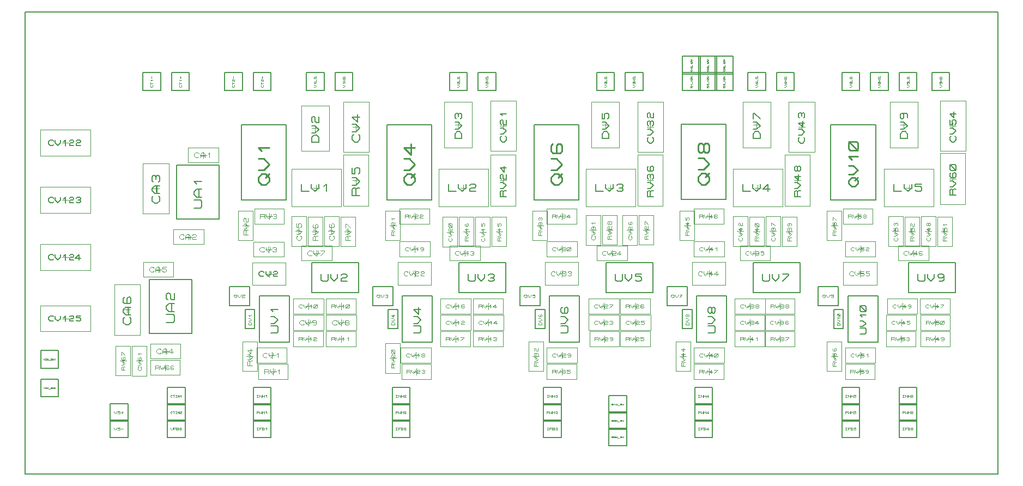
<source format=gbr>
G04 PROTEUS GERBER X2 FILE*
%TF.GenerationSoftware,Labcenter,Proteus,8.7-SP3-Build25561*%
%TF.CreationDate,2021-04-27T11:42:45+00:00*%
%TF.FileFunction,AssemblyDrawing,Top*%
%TF.FilePolarity,Positive*%
%TF.Part,Single*%
%TF.SameCoordinates,{6203c4a4-ae23-4678-9b2e-be1f49d5fe9b}*%
%FSLAX45Y45*%
%MOMM*%
G01*
%TA.AperFunction,Profile*%
%ADD37C,0.203200*%
%TA.AperFunction,Material*%
%ADD100C,0.050000*%
%ADD101C,0.193750*%
%ADD39C,0.203200*%
%ADD102C,0.034290*%
%ADD103C,0.054860*%
%ADD104C,0.208280*%
%ADD105C,0.118750*%
%ADD106C,0.178750*%
%ADD107C,0.196250*%
%ADD108C,0.198750*%
%ADD109C,0.291780*%
%ADD110C,0.180970*%
%ADD111C,0.116250*%
%ADD112C,0.131250*%
%ADD113C,0.074610*%
%ADD114C,0.077470*%
%ADD115C,0.093000*%
%ADD116C,0.095000*%
%ADD117C,0.157000*%
%ADD118C,0.159000*%
%ADD119C,0.105000*%
%ADD120C,0.233420*%
%ADD121C,0.144780*%
%ADD122C,0.059690*%
%ADD123C,0.130830*%
%ADD124C,0.045720*%
%ADD125C,0.039180*%
%ADD126C,0.068580*%
%TD.AperFunction*%
D37*
X-6604000Y-4254500D02*
X+8509000Y-4254500D01*
X+8509000Y+2921000D01*
X-6604000Y+2921000D01*
X-6604000Y-4254500D01*
D100*
X-1693000Y+480500D02*
X-2463000Y+480500D01*
X-2463000Y-99500D01*
X-1693000Y-99500D01*
X-1693000Y+480500D01*
X-2078000Y+140500D02*
X-2078000Y+240500D01*
X-2128000Y+190500D02*
X-2028000Y+190500D01*
D101*
X-2310500Y+248625D02*
X-2310500Y+132375D01*
X-2194250Y+132375D01*
X-2155500Y+248625D02*
X-2155500Y+190500D01*
X-2097375Y+132375D01*
X-2039250Y+190500D01*
X-2039250Y+248625D01*
X-1961750Y+209875D02*
X-1923000Y+248625D01*
X-1923000Y+132375D01*
D39*
X-6360160Y-2613660D02*
X-6085840Y-2613660D01*
X-6085840Y-2339340D01*
X-6360160Y-2339340D01*
X-6360160Y-2613660D01*
D102*
X-6319012Y-2466213D02*
X-6319012Y-2476500D01*
X-6308725Y-2486787D01*
X-6298438Y-2476500D01*
X-6298438Y-2466213D01*
X-6288151Y-2466213D02*
X-6274435Y-2466213D01*
X-6281293Y-2466213D02*
X-6281293Y-2486787D01*
X-6288151Y-2486787D02*
X-6274435Y-2486787D01*
X-6264148Y-2486787D02*
X-6264148Y-2466213D01*
X-6243574Y-2486787D01*
X-6243574Y-2466213D01*
X-6236716Y-2490216D02*
X-6216142Y-2490216D01*
X-6205855Y-2469642D02*
X-6202426Y-2466213D01*
X-6192139Y-2466213D01*
X-6188710Y-2469642D01*
X-6188710Y-2473071D01*
X-6192139Y-2476500D01*
X-6202426Y-2476500D01*
X-6205855Y-2479929D01*
X-6205855Y-2486787D01*
X-6188710Y-2486787D01*
X-6161278Y-2479929D02*
X-6181852Y-2479929D01*
X-6168136Y-2466213D01*
X-6168136Y-2486787D01*
X-6154420Y-2466213D02*
X-6154420Y-2476500D01*
X-6144133Y-2486787D01*
X-6133846Y-2476500D01*
X-6133846Y-2466213D01*
D39*
X-6360160Y-3058160D02*
X-6085840Y-3058160D01*
X-6085840Y-2783840D01*
X-6360160Y-2783840D01*
X-6360160Y-3058160D01*
D102*
X-6319012Y-2910713D02*
X-6319012Y-2921000D01*
X-6308725Y-2931287D01*
X-6298438Y-2921000D01*
X-6298438Y-2910713D01*
X-6288151Y-2910713D02*
X-6274435Y-2910713D01*
X-6281293Y-2910713D02*
X-6281293Y-2931287D01*
X-6288151Y-2931287D02*
X-6274435Y-2931287D01*
X-6264148Y-2931287D02*
X-6264148Y-2910713D01*
X-6243574Y-2931287D01*
X-6243574Y-2910713D01*
X-6236716Y-2934716D02*
X-6216142Y-2934716D01*
X-6195568Y-2924429D02*
X-6188710Y-2924429D01*
X-6188710Y-2931287D01*
X-6202426Y-2931287D01*
X-6209284Y-2924429D01*
X-6209284Y-2917571D01*
X-6202426Y-2910713D01*
X-6192139Y-2910713D01*
X-6188710Y-2914142D01*
X-6181852Y-2931287D02*
X-6181852Y-2910713D01*
X-6161278Y-2931287D01*
X-6161278Y-2910713D01*
X-6154420Y-2931287D02*
X-6154420Y-2910713D01*
X-6140704Y-2910713D01*
X-6133846Y-2917571D01*
X-6133846Y-2924429D01*
X-6140704Y-2931287D01*
X-6154420Y-2931287D01*
D39*
X-2232660Y+1704340D02*
X-1958340Y+1704340D01*
X-1958340Y+1978660D01*
X-2232660Y+1978660D01*
X-2232660Y+1704340D01*
D103*
X-2111959Y+1753718D02*
X-2095500Y+1753718D01*
X-2079040Y+1770177D01*
X-2095500Y+1786636D01*
X-2111959Y+1786636D01*
X-2100986Y+1808581D02*
X-2111959Y+1819554D01*
X-2079040Y+1819554D01*
X-2111959Y+1841500D02*
X-2079040Y+1841500D01*
X-2079040Y+1874418D01*
X-2084527Y+1885391D02*
X-2079040Y+1890877D01*
X-2079040Y+1912822D01*
X-2084527Y+1918309D01*
X-2090013Y+1918309D01*
X-2095500Y+1912822D01*
X-2095500Y+1890877D01*
X-2100986Y+1885391D01*
X-2106472Y+1885391D01*
X-2111959Y+1890877D01*
X-2111959Y+1912822D01*
X-2106472Y+1918309D01*
D39*
X-1788160Y+1704340D02*
X-1513840Y+1704340D01*
X-1513840Y+1978660D01*
X-1788160Y+1978660D01*
X-1788160Y+1704340D01*
D103*
X-1667459Y+1753718D02*
X-1651000Y+1753718D01*
X-1634540Y+1770177D01*
X-1651000Y+1786636D01*
X-1667459Y+1786636D01*
X-1656486Y+1808581D02*
X-1667459Y+1819554D01*
X-1634540Y+1819554D01*
X-1634540Y+1841500D02*
X-1667459Y+1841500D01*
X-1667459Y+1874418D02*
X-1634540Y+1874418D01*
X-1651000Y+1841500D02*
X-1651000Y+1874418D01*
X-1640027Y+1885391D02*
X-1634540Y+1890877D01*
X-1634540Y+1912822D01*
X-1640027Y+1918309D01*
X-1645513Y+1918309D01*
X-1651000Y+1912822D01*
X-1651000Y+1890877D01*
X-1656486Y+1885391D01*
X-1661972Y+1885391D01*
X-1667459Y+1890877D01*
X-1667459Y+1912822D01*
X-1661972Y+1918309D01*
D39*
X-3058160Y-3693160D02*
X-2783840Y-3693160D01*
X-2783840Y-3418840D01*
X-3058160Y-3418840D01*
X-3058160Y-3693160D01*
D103*
X-3003296Y-3539541D02*
X-2981351Y-3539541D01*
X-2992323Y-3539541D02*
X-2992323Y-3572460D01*
X-3003296Y-3572460D02*
X-2981351Y-3572460D01*
X-2964891Y-3572460D02*
X-2964891Y-3539541D01*
X-2931973Y-3539541D01*
X-2964891Y-3556000D02*
X-2942946Y-3556000D01*
X-2921000Y-3572460D02*
X-2921000Y-3539541D01*
X-2893569Y-3539541D01*
X-2888082Y-3545028D01*
X-2888082Y-3550514D01*
X-2893569Y-3556000D01*
X-2888082Y-3561487D01*
X-2888082Y-3566973D01*
X-2893569Y-3572460D01*
X-2921000Y-3572460D01*
X-2921000Y-3556000D02*
X-2893569Y-3556000D01*
X-2866137Y-3550514D02*
X-2855164Y-3539541D01*
X-2855164Y-3572460D01*
D39*
X-3058160Y-3185160D02*
X-2783840Y-3185160D01*
X-2783840Y-2910840D01*
X-3058160Y-2910840D01*
X-3058160Y-3185160D01*
D103*
X-3003296Y-3031541D02*
X-2981351Y-3031541D01*
X-2992323Y-3031541D02*
X-2992323Y-3064460D01*
X-3003296Y-3064460D02*
X-2981351Y-3064460D01*
X-2964891Y-3064460D02*
X-2964891Y-3031541D01*
X-2931973Y-3064460D01*
X-2931973Y-3031541D01*
X-2921000Y-3064460D02*
X-2921000Y-3031541D01*
X-2888082Y-3031541D02*
X-2888082Y-3064460D01*
X-2921000Y-3048000D02*
X-2888082Y-3048000D01*
X-2866137Y-3042514D02*
X-2855164Y-3031541D01*
X-2855164Y-3064460D01*
D39*
X-3058160Y-3439160D02*
X-2783840Y-3439160D01*
X-2783840Y-3164840D01*
X-3058160Y-3164840D01*
X-3058160Y-3439160D01*
D103*
X-3008782Y-3318460D02*
X-3008782Y-3285541D01*
X-2981351Y-3285541D01*
X-2975864Y-3291028D01*
X-2975864Y-3296514D01*
X-2981351Y-3302000D01*
X-3008782Y-3302000D01*
X-2964891Y-3285541D02*
X-2964891Y-3318460D01*
X-2948432Y-3302000D01*
X-2931973Y-3318460D01*
X-2931973Y-3285541D01*
X-2921000Y-3318460D02*
X-2921000Y-3285541D01*
X-2904541Y-3302000D01*
X-2888082Y-3285541D01*
X-2888082Y-3318460D01*
X-2866137Y-3296514D02*
X-2855164Y-3285541D01*
X-2855164Y-3318460D01*
D39*
X-4249420Y-292100D02*
X-3589020Y-292100D01*
X-3589020Y+541020D01*
X-4249420Y+541020D01*
X-4249420Y-292100D01*
D104*
X-3981704Y-125476D02*
X-3877564Y-125476D01*
X-3856736Y-104648D01*
X-3856736Y-21336D01*
X-3877564Y-508D01*
X-3981704Y-508D01*
X-3856736Y+41148D02*
X-3940048Y+41148D01*
X-3981704Y+82804D01*
X-3981704Y+124460D01*
X-3940048Y+166116D01*
X-3856736Y+166116D01*
X-3898392Y+41148D02*
X-3898392Y+166116D01*
X-3940048Y+249428D02*
X-3981704Y+291084D01*
X-3856736Y+291084D01*
D100*
X-4068000Y+583500D02*
X-3598000Y+583500D01*
X-3598000Y+813500D01*
X-4068000Y+813500D01*
X-4068000Y+583500D01*
X-3833000Y+748500D02*
X-3833000Y+648500D01*
X-3783000Y+698500D02*
X-3883000Y+698500D01*
D105*
X-3904250Y+674750D02*
X-3916125Y+662875D01*
X-3951750Y+662875D01*
X-3975500Y+686625D01*
X-3975500Y+710375D01*
X-3951750Y+734125D01*
X-3916125Y+734125D01*
X-3904250Y+722250D01*
X-3880500Y+662875D02*
X-3880500Y+710375D01*
X-3856750Y+734125D01*
X-3833000Y+734125D01*
X-3809250Y+710375D01*
X-3809250Y+662875D01*
X-3880500Y+686625D02*
X-3809250Y+686625D01*
X-3761750Y+710375D02*
X-3738000Y+734125D01*
X-3738000Y+662875D01*
D100*
X-4299140Y-686500D02*
X-3829140Y-686500D01*
X-3829140Y-456500D01*
X-4299140Y-456500D01*
X-4299140Y-686500D01*
X-4064140Y-521500D02*
X-4064140Y-621500D01*
X-4014140Y-571500D02*
X-4114140Y-571500D01*
D105*
X-4135390Y-595250D02*
X-4147265Y-607125D01*
X-4182890Y-607125D01*
X-4206640Y-583375D01*
X-4206640Y-559625D01*
X-4182890Y-535875D01*
X-4147265Y-535875D01*
X-4135390Y-547750D01*
X-4111640Y-607125D02*
X-4111640Y-559625D01*
X-4087890Y-535875D01*
X-4064140Y-535875D01*
X-4040390Y-559625D01*
X-4040390Y-607125D01*
X-4111640Y-583375D02*
X-4040390Y-583375D01*
X-4004765Y-547750D02*
X-3992890Y-535875D01*
X-3957265Y-535875D01*
X-3945390Y-547750D01*
X-3945390Y-559625D01*
X-3957265Y-571500D01*
X-3992890Y-571500D01*
X-4004765Y-583375D01*
X-4004765Y-607125D01*
X-3945390Y-607125D01*
D100*
X-1880500Y+759000D02*
X-1880500Y+1469000D01*
X-2310500Y+1469000D01*
X-2310500Y+759000D01*
X-1880500Y+759000D01*
X-2145500Y+1114000D02*
X-2045500Y+1114000D01*
X-2095500Y+1164000D02*
X-2095500Y+1064000D01*
D106*
X-2041875Y+899500D02*
X-2149125Y+899500D01*
X-2149125Y+971000D01*
X-2113375Y+1006750D01*
X-2077625Y+1006750D01*
X-2041875Y+971000D01*
X-2041875Y+899500D01*
X-2149125Y+1042500D02*
X-2095500Y+1042500D01*
X-2041875Y+1096125D01*
X-2095500Y+1149750D01*
X-2149125Y+1149750D01*
X-2131250Y+1203375D02*
X-2149125Y+1221250D01*
X-2149125Y+1274875D01*
X-2131250Y+1292750D01*
X-2113375Y+1292750D01*
X-2095500Y+1274875D01*
X-2095500Y+1221250D01*
X-2077625Y+1203375D01*
X-2041875Y+1203375D01*
X-2041875Y+1292750D01*
D100*
X-1260500Y+744000D02*
X-1260500Y+1524000D01*
X-1660500Y+1524000D01*
X-1660500Y+744000D01*
X-1260500Y+744000D01*
X-1510500Y+1134000D02*
X-1410500Y+1134000D01*
X-1460500Y+1184000D02*
X-1460500Y+1084000D01*
D107*
X-1421250Y+1016250D02*
X-1401625Y+996625D01*
X-1401625Y+937750D01*
X-1440875Y+898500D01*
X-1480125Y+898500D01*
X-1519375Y+937750D01*
X-1519375Y+996625D01*
X-1499750Y+1016250D01*
X-1519375Y+1055500D02*
X-1460500Y+1055500D01*
X-1401625Y+1114375D01*
X-1460500Y+1173250D01*
X-1519375Y+1173250D01*
X-1440875Y+1330250D02*
X-1440875Y+1212500D01*
X-1519375Y+1291000D01*
X-1401625Y+1291000D01*
D100*
X-4372000Y-208500D02*
X-4372000Y+571500D01*
X-4772000Y+571500D01*
X-4772000Y-208500D01*
X-4372000Y-208500D01*
X-4622000Y+181500D02*
X-4522000Y+181500D01*
X-4572000Y+231500D02*
X-4572000Y+131500D01*
D107*
X-4532750Y+63750D02*
X-4513125Y+44125D01*
X-4513125Y-14750D01*
X-4552375Y-54000D01*
X-4591625Y-54000D01*
X-4630875Y-14750D01*
X-4630875Y+44125D01*
X-4611250Y+63750D01*
X-4513125Y+103000D02*
X-4591625Y+103000D01*
X-4630875Y+142250D01*
X-4630875Y+181500D01*
X-4591625Y+220750D01*
X-4513125Y+220750D01*
X-4552375Y+103000D02*
X-4552375Y+220750D01*
X-4611250Y+279625D02*
X-4630875Y+299250D01*
X-4630875Y+358125D01*
X-4611250Y+377750D01*
X-4591625Y+377750D01*
X-4572000Y+358125D01*
X-4552375Y+377750D01*
X-4532750Y+377750D01*
X-4513125Y+358125D01*
X-4513125Y+299250D01*
X-4532750Y+279625D01*
X-4572000Y+318875D02*
X-4572000Y+358125D01*
D100*
X-1655500Y+700000D02*
X-1655500Y-90000D01*
X-1265500Y-90000D01*
X-1265500Y+700000D01*
X-1655500Y+700000D01*
X-1410500Y+305000D02*
X-1510500Y+305000D01*
X-1460500Y+255000D02*
X-1460500Y+355000D01*
D108*
X-1400875Y+66500D02*
X-1520125Y+66500D01*
X-1520125Y+165875D01*
X-1500250Y+185750D01*
X-1480375Y+185750D01*
X-1460500Y+165875D01*
X-1460500Y+66500D01*
X-1460500Y+165875D02*
X-1440625Y+185750D01*
X-1400875Y+185750D01*
X-1520125Y+225500D02*
X-1460500Y+225500D01*
X-1400875Y+285125D01*
X-1460500Y+344750D01*
X-1520125Y+344750D01*
X-1520125Y+503750D02*
X-1520125Y+404375D01*
X-1480375Y+404375D01*
X-1480375Y+483875D01*
X-1460500Y+503750D01*
X-1420750Y+503750D01*
X-1400875Y+483875D01*
X-1400875Y+424250D01*
X-1420750Y+404375D01*
D39*
X-3244850Y+0D02*
X-2546350Y+0D01*
X-2546350Y+1167130D01*
X-3244850Y+1167130D01*
X-3244850Y+0D01*
D109*
X-2924778Y+233428D02*
X-2983134Y+291784D01*
X-2983134Y+350140D01*
X-2924778Y+408496D01*
X-2866421Y+408496D01*
X-2808065Y+350140D01*
X-2808065Y+291784D01*
X-2866421Y+233428D01*
X-2924778Y+233428D01*
X-2866421Y+350140D02*
X-2808065Y+408496D01*
X-2983134Y+466853D02*
X-2895600Y+466853D01*
X-2808065Y+554387D01*
X-2895600Y+641921D01*
X-2983134Y+641921D01*
X-2924778Y+758634D02*
X-2983134Y+816990D01*
X-2808065Y+816990D01*
D39*
X-2964180Y-2209800D02*
X-2496820Y-2209800D01*
X-2496820Y-1485900D01*
X-2964180Y-1485900D01*
X-2964180Y-2209800D01*
D110*
X-2784793Y-2065020D02*
X-2694305Y-2065020D01*
X-2676208Y-2046923D01*
X-2676208Y-1974533D01*
X-2694305Y-1956435D01*
X-2784793Y-1956435D01*
X-2784793Y-1920240D02*
X-2730500Y-1920240D01*
X-2676208Y-1865948D01*
X-2730500Y-1811655D01*
X-2784793Y-1811655D01*
X-2748598Y-1739265D02*
X-2784793Y-1703070D01*
X-2676208Y-1703070D01*
D100*
X-2582000Y-139000D02*
X-3042000Y-139000D01*
X-3042000Y-369000D01*
X-2582000Y-369000D01*
X-2582000Y-139000D01*
X-2812000Y-304000D02*
X-2812000Y-204000D01*
X-2862000Y-254000D02*
X-2762000Y-254000D01*
D111*
X-2951500Y-288875D02*
X-2951500Y-219125D01*
X-2893375Y-219125D01*
X-2881750Y-230750D01*
X-2881750Y-242375D01*
X-2893375Y-254000D01*
X-2951500Y-254000D01*
X-2893375Y-254000D02*
X-2881750Y-265625D01*
X-2881750Y-288875D01*
X-2858500Y-219125D02*
X-2858500Y-254000D01*
X-2823625Y-288875D01*
X-2788750Y-254000D01*
X-2788750Y-219125D01*
X-2753875Y-230750D02*
X-2742250Y-219125D01*
X-2707375Y-219125D01*
X-2695750Y-230750D01*
X-2695750Y-242375D01*
X-2707375Y-254000D01*
X-2695750Y-265625D01*
X-2695750Y-277250D01*
X-2707375Y-288875D01*
X-2742250Y-288875D01*
X-2753875Y-277250D01*
X-2730625Y-254000D02*
X-2707375Y-254000D01*
D100*
X-3290000Y-169000D02*
X-3290000Y-629000D01*
X-3060000Y-629000D01*
X-3060000Y-169000D01*
X-3290000Y-169000D01*
X-3125000Y-399000D02*
X-3225000Y-399000D01*
X-3175000Y-449000D02*
X-3175000Y-349000D01*
D111*
X-3140125Y-538500D02*
X-3209875Y-538500D01*
X-3209875Y-480375D01*
X-3198250Y-468750D01*
X-3186625Y-468750D01*
X-3175000Y-480375D01*
X-3175000Y-538500D01*
X-3175000Y-480375D02*
X-3163375Y-468750D01*
X-3140125Y-468750D01*
X-3209875Y-445500D02*
X-3175000Y-445500D01*
X-3140125Y-410625D01*
X-3175000Y-375750D01*
X-3209875Y-375750D01*
X-3198250Y-340875D02*
X-3209875Y-329250D01*
X-3209875Y-294375D01*
X-3198250Y-282750D01*
X-3186625Y-282750D01*
X-3175000Y-294375D01*
X-3175000Y-329250D01*
X-3163375Y-340875D01*
X-3140125Y-340875D01*
X-3140125Y-282750D01*
D100*
X-3052000Y-883350D02*
X-2582000Y-883350D01*
X-2582000Y-653350D01*
X-3052000Y-653350D01*
X-3052000Y-883350D01*
X-2817000Y-718350D02*
X-2817000Y-818350D01*
X-2767000Y-768350D02*
X-2867000Y-768350D01*
D105*
X-2888250Y-792100D02*
X-2900125Y-803975D01*
X-2935750Y-803975D01*
X-2959500Y-780225D01*
X-2959500Y-756475D01*
X-2935750Y-732725D01*
X-2900125Y-732725D01*
X-2888250Y-744600D01*
X-2864500Y-732725D02*
X-2864500Y-768350D01*
X-2828875Y-803975D01*
X-2793250Y-768350D01*
X-2793250Y-732725D01*
X-2757625Y-744600D02*
X-2745750Y-732725D01*
X-2710125Y-732725D01*
X-2698250Y-744600D01*
X-2698250Y-756475D01*
X-2710125Y-768350D01*
X-2698250Y-780225D01*
X-2698250Y-792100D01*
X-2710125Y-803975D01*
X-2745750Y-803975D01*
X-2757625Y-792100D01*
X-2733875Y-768350D02*
X-2710125Y-768350D01*
D100*
X-3072000Y-1324350D02*
X-2552000Y-1324350D01*
X-2552000Y-974350D01*
X-3072000Y-974350D01*
X-3072000Y-1324350D01*
X-2812000Y-1099350D02*
X-2812000Y-1199350D01*
X-2762000Y-1149350D02*
X-2862000Y-1149350D01*
D112*
X-2890750Y-1175600D02*
X-2903875Y-1188725D01*
X-2943250Y-1188725D01*
X-2969500Y-1162475D01*
X-2969500Y-1136225D01*
X-2943250Y-1109975D01*
X-2903875Y-1109975D01*
X-2890750Y-1123100D01*
X-2864500Y-1109975D02*
X-2864500Y-1149350D01*
X-2825125Y-1188725D01*
X-2785750Y-1149350D01*
X-2785750Y-1109975D01*
X-2746375Y-1123100D02*
X-2733250Y-1109975D01*
X-2693875Y-1109975D01*
X-2680750Y-1123100D01*
X-2680750Y-1136225D01*
X-2693875Y-1149350D01*
X-2733250Y-1149350D01*
X-2746375Y-1162475D01*
X-2746375Y-1188725D01*
X-2680750Y-1188725D01*
D39*
X-3186580Y-2000250D02*
X-3036420Y-2000250D01*
X-3036420Y-1701800D01*
X-3186580Y-1701800D01*
X-3186580Y-2000250D01*
D113*
X-3089116Y-1940558D02*
X-3133883Y-1940558D01*
X-3133883Y-1910714D01*
X-3118961Y-1895792D01*
X-3104038Y-1895792D01*
X-3089116Y-1910714D01*
X-3089116Y-1940558D01*
X-3133883Y-1880869D02*
X-3111500Y-1880869D01*
X-3089116Y-1858486D01*
X-3111500Y-1836103D01*
X-3133883Y-1836103D01*
X-3118961Y-1806258D02*
X-3133883Y-1791336D01*
X-3089116Y-1791336D01*
D100*
X-3006000Y-2528000D02*
X-2536000Y-2528000D01*
X-2536000Y-2298000D01*
X-3006000Y-2298000D01*
X-3006000Y-2528000D01*
X-2771000Y-2363000D02*
X-2771000Y-2463000D01*
X-2721000Y-2413000D02*
X-2821000Y-2413000D01*
D105*
X-2842250Y-2436750D02*
X-2854125Y-2448625D01*
X-2889750Y-2448625D01*
X-2913500Y-2424875D01*
X-2913500Y-2401125D01*
X-2889750Y-2377375D01*
X-2854125Y-2377375D01*
X-2842250Y-2389250D01*
X-2818500Y-2377375D02*
X-2818500Y-2413000D01*
X-2782875Y-2448625D01*
X-2747250Y-2413000D01*
X-2747250Y-2377375D01*
X-2699750Y-2401125D02*
X-2676000Y-2377375D01*
X-2676000Y-2448625D01*
D100*
X-2978500Y-2782000D02*
X-2518500Y-2782000D01*
X-2518500Y-2552000D01*
X-2978500Y-2552000D01*
X-2978500Y-2782000D01*
X-2748500Y-2617000D02*
X-2748500Y-2717000D01*
X-2698500Y-2667000D02*
X-2798500Y-2667000D01*
D111*
X-2888000Y-2701875D02*
X-2888000Y-2632125D01*
X-2829875Y-2632125D01*
X-2818250Y-2643750D01*
X-2818250Y-2655375D01*
X-2829875Y-2667000D01*
X-2888000Y-2667000D01*
X-2829875Y-2667000D02*
X-2818250Y-2678625D01*
X-2818250Y-2701875D01*
X-2795000Y-2632125D02*
X-2795000Y-2667000D01*
X-2760125Y-2701875D01*
X-2725250Y-2667000D01*
X-2725250Y-2632125D01*
X-2678750Y-2655375D02*
X-2655500Y-2632125D01*
X-2655500Y-2701875D01*
D39*
X-3423920Y-1638300D02*
X-3114040Y-1638300D01*
X-3114040Y-1346200D01*
X-3423920Y-1346200D01*
X-3423920Y-1638300D01*
D114*
X-3361944Y-1484503D02*
X-3346450Y-1469009D01*
X-3330956Y-1469009D01*
X-3315462Y-1484503D01*
X-3315462Y-1499997D01*
X-3330956Y-1515491D01*
X-3346450Y-1515491D01*
X-3361944Y-1499997D01*
X-3361944Y-1484503D01*
X-3330956Y-1499997D02*
X-3315462Y-1515491D01*
X-3299968Y-1469009D02*
X-3299968Y-1492250D01*
X-3276727Y-1515491D01*
X-3253486Y-1492250D01*
X-3253486Y-1469009D01*
X-3230245Y-1476756D02*
X-3222498Y-1469009D01*
X-3199257Y-1469009D01*
X-3191510Y-1476756D01*
X-3191510Y-1484503D01*
X-3199257Y-1492250D01*
X-3222498Y-1492250D01*
X-3230245Y-1499997D01*
X-3230245Y-1515491D01*
X-3191510Y-1515491D01*
D100*
X-3226500Y-2201000D02*
X-3226500Y-2661000D01*
X-2996500Y-2661000D01*
X-2996500Y-2201000D01*
X-3226500Y-2201000D01*
X-3061500Y-2431000D02*
X-3161500Y-2431000D01*
X-3111500Y-2481000D02*
X-3111500Y-2381000D01*
D111*
X-3076625Y-2570500D02*
X-3146375Y-2570500D01*
X-3146375Y-2512375D01*
X-3134750Y-2500750D01*
X-3123125Y-2500750D01*
X-3111500Y-2512375D01*
X-3111500Y-2570500D01*
X-3111500Y-2512375D02*
X-3099875Y-2500750D01*
X-3076625Y-2500750D01*
X-3146375Y-2477500D02*
X-3111500Y-2477500D01*
X-3076625Y-2442625D01*
X-3111500Y-2407750D01*
X-3146375Y-2407750D01*
X-3099875Y-2314750D02*
X-3099875Y-2384500D01*
X-3146375Y-2338000D01*
X-3076625Y-2338000D01*
D100*
X-1472500Y-720000D02*
X-1472500Y-260000D01*
X-1702500Y-260000D01*
X-1702500Y-720000D01*
X-1472500Y-720000D01*
X-1637500Y-490000D02*
X-1537500Y-490000D01*
X-1587500Y-440000D02*
X-1587500Y-540000D01*
D111*
X-1552625Y-629500D02*
X-1622375Y-629500D01*
X-1622375Y-571375D01*
X-1610750Y-559750D01*
X-1599125Y-559750D01*
X-1587500Y-571375D01*
X-1587500Y-629500D01*
X-1587500Y-571375D02*
X-1575875Y-559750D01*
X-1552625Y-559750D01*
X-1622375Y-536500D02*
X-1587500Y-536500D01*
X-1552625Y-501625D01*
X-1587500Y-466750D01*
X-1622375Y-466750D01*
X-1622375Y-431875D02*
X-1622375Y-373750D01*
X-1610750Y-373750D01*
X-1552625Y-431875D01*
D100*
X-1980500Y-720000D02*
X-1980500Y-260000D01*
X-2210500Y-260000D01*
X-2210500Y-720000D01*
X-1980500Y-720000D01*
X-2145500Y-490000D02*
X-2045500Y-490000D01*
X-2095500Y-440000D02*
X-2095500Y-540000D01*
D111*
X-2060625Y-629500D02*
X-2130375Y-629500D01*
X-2130375Y-571375D01*
X-2118750Y-559750D01*
X-2107125Y-559750D01*
X-2095500Y-571375D01*
X-2095500Y-629500D01*
X-2095500Y-571375D02*
X-2083875Y-559750D01*
X-2060625Y-559750D01*
X-2130375Y-536500D02*
X-2095500Y-536500D01*
X-2060625Y-501625D01*
X-2095500Y-466750D01*
X-2130375Y-466750D01*
X-2118750Y-373750D02*
X-2130375Y-385375D01*
X-2130375Y-420250D01*
X-2118750Y-431875D01*
X-2072250Y-431875D01*
X-2060625Y-420250D01*
X-2060625Y-385375D01*
X-2072250Y-373750D01*
X-2083875Y-373750D01*
X-2095500Y-385375D01*
X-2095500Y-431875D01*
D100*
X-1956500Y-250000D02*
X-1956500Y-720000D01*
X-1726500Y-720000D01*
X-1726500Y-250000D01*
X-1956500Y-250000D01*
X-1791500Y-485000D02*
X-1891500Y-485000D01*
X-1841500Y-535000D02*
X-1841500Y-435000D01*
D105*
X-1817750Y-556250D02*
X-1805875Y-568125D01*
X-1805875Y-603750D01*
X-1829625Y-627500D01*
X-1853375Y-627500D01*
X-1877125Y-603750D01*
X-1877125Y-568125D01*
X-1865250Y-556250D01*
X-1877125Y-532500D02*
X-1841500Y-532500D01*
X-1805875Y-496875D01*
X-1841500Y-461250D01*
X-1877125Y-461250D01*
X-1865250Y-366250D02*
X-1877125Y-378125D01*
X-1877125Y-413750D01*
X-1865250Y-425625D01*
X-1817750Y-425625D01*
X-1805875Y-413750D01*
X-1805875Y-378125D01*
X-1817750Y-366250D01*
X-1829625Y-366250D01*
X-1841500Y-378125D01*
X-1841500Y-425625D01*
D39*
X-2146300Y-1440180D02*
X-1422400Y-1440180D01*
X-1422400Y-972820D01*
X-2146300Y-972820D01*
X-2146300Y-1440180D01*
D110*
X-2001520Y-1152207D02*
X-2001520Y-1242695D01*
X-1983423Y-1260792D01*
X-1911033Y-1260792D01*
X-1892935Y-1242695D01*
X-1892935Y-1152207D01*
X-1856740Y-1152207D02*
X-1856740Y-1206500D01*
X-1802448Y-1260792D01*
X-1748155Y-1206500D01*
X-1748155Y-1152207D01*
X-1693863Y-1170305D02*
X-1675765Y-1152207D01*
X-1621473Y-1152207D01*
X-1603375Y-1170305D01*
X-1603375Y-1188402D01*
X-1621473Y-1206500D01*
X-1675765Y-1206500D01*
X-1693863Y-1224597D01*
X-1693863Y-1260792D01*
X-1603375Y-1260792D01*
D100*
X-2307500Y-940500D02*
X-1837500Y-940500D01*
X-1837500Y-710500D01*
X-2307500Y-710500D01*
X-2307500Y-940500D01*
X-2072500Y-775500D02*
X-2072500Y-875500D01*
X-2022500Y-825500D02*
X-2122500Y-825500D01*
D105*
X-2143750Y-849250D02*
X-2155625Y-861125D01*
X-2191250Y-861125D01*
X-2215000Y-837375D01*
X-2215000Y-813625D01*
X-2191250Y-789875D01*
X-2155625Y-789875D01*
X-2143750Y-801750D01*
X-2120000Y-789875D02*
X-2120000Y-825500D01*
X-2084375Y-861125D01*
X-2048750Y-825500D01*
X-2048750Y-789875D01*
X-2013125Y-789875D02*
X-1953750Y-789875D01*
X-1953750Y-801750D01*
X-2013125Y-861125D01*
D100*
X-1926500Y-2274000D02*
X-1466500Y-2274000D01*
X-1466500Y-2044000D01*
X-1926500Y-2044000D01*
X-1926500Y-2274000D01*
X-1696500Y-2109000D02*
X-1696500Y-2209000D01*
X-1646500Y-2159000D02*
X-1746500Y-2159000D01*
D115*
X-1845300Y-2186900D02*
X-1845300Y-2131100D01*
X-1798800Y-2131100D01*
X-1789500Y-2140400D01*
X-1789500Y-2149700D01*
X-1798800Y-2159000D01*
X-1845300Y-2159000D01*
X-1798800Y-2159000D02*
X-1789500Y-2168300D01*
X-1789500Y-2186900D01*
X-1770900Y-2131100D02*
X-1770900Y-2159000D01*
X-1743000Y-2186900D01*
X-1715100Y-2159000D01*
X-1715100Y-2131100D01*
X-1677900Y-2149700D02*
X-1659300Y-2131100D01*
X-1659300Y-2186900D01*
X-1603500Y-2149700D02*
X-1584900Y-2131100D01*
X-1584900Y-2186900D01*
D100*
X-1926500Y-1766000D02*
X-1466500Y-1766000D01*
X-1466500Y-1536000D01*
X-1926500Y-1536000D01*
X-1926500Y-1766000D01*
X-1696500Y-1601000D02*
X-1696500Y-1701000D01*
X-1646500Y-1651000D02*
X-1746500Y-1651000D01*
D115*
X-1845300Y-1678900D02*
X-1845300Y-1623100D01*
X-1798800Y-1623100D01*
X-1789500Y-1632400D01*
X-1789500Y-1641700D01*
X-1798800Y-1651000D01*
X-1845300Y-1651000D01*
X-1798800Y-1651000D02*
X-1789500Y-1660300D01*
X-1789500Y-1678900D01*
X-1770900Y-1623100D02*
X-1770900Y-1651000D01*
X-1743000Y-1678900D01*
X-1715100Y-1651000D01*
X-1715100Y-1623100D01*
X-1677900Y-1641700D02*
X-1659300Y-1623100D01*
X-1659300Y-1678900D01*
X-1622100Y-1669600D02*
X-1622100Y-1632400D01*
X-1612800Y-1623100D01*
X-1575600Y-1623100D01*
X-1566300Y-1632400D01*
X-1566300Y-1669600D01*
X-1575600Y-1678900D01*
X-1612800Y-1678900D01*
X-1622100Y-1669600D01*
X-1622100Y-1678900D02*
X-1566300Y-1623100D01*
D100*
X-2434500Y-2274000D02*
X-1974500Y-2274000D01*
X-1974500Y-2044000D01*
X-2434500Y-2044000D01*
X-2434500Y-2274000D01*
X-2204500Y-2109000D02*
X-2204500Y-2209000D01*
X-2154500Y-2159000D02*
X-2254500Y-2159000D01*
D115*
X-2353300Y-2186900D02*
X-2353300Y-2131100D01*
X-2306800Y-2131100D01*
X-2297500Y-2140400D01*
X-2297500Y-2149700D01*
X-2306800Y-2159000D01*
X-2353300Y-2159000D01*
X-2306800Y-2159000D02*
X-2297500Y-2168300D01*
X-2297500Y-2186900D01*
X-2278900Y-2131100D02*
X-2278900Y-2159000D01*
X-2251000Y-2186900D01*
X-2223100Y-2159000D01*
X-2223100Y-2131100D01*
X-2185900Y-2149700D02*
X-2167300Y-2131100D01*
X-2167300Y-2186900D01*
X-2120800Y-2140400D02*
X-2111500Y-2131100D01*
X-2083600Y-2131100D01*
X-2074300Y-2140400D01*
X-2074300Y-2149700D01*
X-2083600Y-2159000D01*
X-2111500Y-2159000D01*
X-2120800Y-2168300D01*
X-2120800Y-2186900D01*
X-2074300Y-2186900D01*
D100*
X-2434500Y-1766000D02*
X-1964500Y-1766000D01*
X-1964500Y-1536000D01*
X-2434500Y-1536000D01*
X-2434500Y-1766000D01*
X-2199500Y-1601000D02*
X-2199500Y-1701000D01*
X-2149500Y-1651000D02*
X-2249500Y-1651000D01*
D116*
X-2294500Y-1670000D02*
X-2304000Y-1679500D01*
X-2332500Y-1679500D01*
X-2351500Y-1660500D01*
X-2351500Y-1641500D01*
X-2332500Y-1622500D01*
X-2304000Y-1622500D01*
X-2294500Y-1632000D01*
X-2275500Y-1622500D02*
X-2275500Y-1651000D01*
X-2247000Y-1679500D01*
X-2218500Y-1651000D01*
X-2218500Y-1622500D01*
X-2180500Y-1641500D02*
X-2161500Y-1622500D01*
X-2161500Y-1679500D01*
X-2123500Y-1670000D02*
X-2123500Y-1632000D01*
X-2114000Y-1622500D01*
X-2076000Y-1622500D01*
X-2066500Y-1632000D01*
X-2066500Y-1670000D01*
X-2076000Y-1679500D01*
X-2114000Y-1679500D01*
X-2123500Y-1670000D01*
X-2123500Y-1679500D02*
X-2066500Y-1622500D01*
D100*
X-2434500Y-2020000D02*
X-1964500Y-2020000D01*
X-1964500Y-1790000D01*
X-2434500Y-1790000D01*
X-2434500Y-2020000D01*
X-2199500Y-1855000D02*
X-2199500Y-1955000D01*
X-2149500Y-1905000D02*
X-2249500Y-1905000D01*
D105*
X-2270750Y-1928750D02*
X-2282625Y-1940625D01*
X-2318250Y-1940625D01*
X-2342000Y-1916875D01*
X-2342000Y-1893125D01*
X-2318250Y-1869375D01*
X-2282625Y-1869375D01*
X-2270750Y-1881250D01*
X-2247000Y-1869375D02*
X-2247000Y-1905000D01*
X-2211375Y-1940625D01*
X-2175750Y-1905000D01*
X-2175750Y-1869375D01*
X-2080750Y-1893125D02*
X-2092625Y-1905000D01*
X-2128250Y-1905000D01*
X-2140125Y-1893125D01*
X-2140125Y-1881250D01*
X-2128250Y-1869375D01*
X-2092625Y-1869375D01*
X-2080750Y-1881250D01*
X-2080750Y-1928750D01*
X-2092625Y-1940625D01*
X-2128250Y-1940625D01*
D100*
X-1926500Y-2020000D02*
X-1456500Y-2020000D01*
X-1456500Y-1790000D01*
X-1926500Y-1790000D01*
X-1926500Y-2020000D01*
X-1691500Y-1855000D02*
X-1691500Y-1955000D01*
X-1641500Y-1905000D02*
X-1741500Y-1905000D01*
D105*
X-1762750Y-1928750D02*
X-1774625Y-1940625D01*
X-1810250Y-1940625D01*
X-1834000Y-1916875D01*
X-1834000Y-1893125D01*
X-1810250Y-1869375D01*
X-1774625Y-1869375D01*
X-1762750Y-1881250D01*
X-1739000Y-1869375D02*
X-1739000Y-1905000D01*
X-1703375Y-1940625D01*
X-1667750Y-1905000D01*
X-1667750Y-1869375D01*
X-1620250Y-1905000D02*
X-1632125Y-1893125D01*
X-1632125Y-1881250D01*
X-1620250Y-1869375D01*
X-1584625Y-1869375D01*
X-1572750Y-1881250D01*
X-1572750Y-1893125D01*
X-1584625Y-1905000D01*
X-1620250Y-1905000D01*
X-1632125Y-1916875D01*
X-1632125Y-1928750D01*
X-1620250Y-1940625D01*
X-1584625Y-1940625D01*
X-1572750Y-1928750D01*
X-1572750Y-1916875D01*
X-1584625Y-1905000D01*
D100*
X-2464500Y-250000D02*
X-2464500Y-720000D01*
X-2234500Y-720000D01*
X-2234500Y-250000D01*
X-2464500Y-250000D01*
X-2299500Y-485000D02*
X-2399500Y-485000D01*
X-2349500Y-535000D02*
X-2349500Y-435000D01*
D105*
X-2325750Y-556250D02*
X-2313875Y-568125D01*
X-2313875Y-603750D01*
X-2337625Y-627500D01*
X-2361375Y-627500D01*
X-2385125Y-603750D01*
X-2385125Y-568125D01*
X-2373250Y-556250D01*
X-2385125Y-532500D02*
X-2349500Y-532500D01*
X-2313875Y-496875D01*
X-2349500Y-461250D01*
X-2385125Y-461250D01*
X-2385125Y-366250D02*
X-2385125Y-425625D01*
X-2361375Y-425625D01*
X-2361375Y-378125D01*
X-2349500Y-366250D01*
X-2325750Y-366250D01*
X-2313875Y-378125D01*
X-2313875Y-413750D01*
X-2325750Y-425625D01*
D39*
X-984250Y+0D02*
X-285750Y+0D01*
X-285750Y+1167130D01*
X-984250Y+1167130D01*
X-984250Y+0D01*
D109*
X-664178Y+233428D02*
X-722534Y+291784D01*
X-722534Y+350140D01*
X-664178Y+408496D01*
X-605821Y+408496D01*
X-547465Y+350140D01*
X-547465Y+291784D01*
X-605821Y+233428D01*
X-664178Y+233428D01*
X-605821Y+350140D02*
X-547465Y+408496D01*
X-722534Y+466853D02*
X-635000Y+466853D01*
X-547465Y+554387D01*
X-635000Y+641921D01*
X-722534Y+641921D01*
X-605821Y+875346D02*
X-605821Y+700278D01*
X-722534Y+816990D01*
X-547465Y+816990D01*
D100*
X+593000Y+480500D02*
X-177000Y+480500D01*
X-177000Y-99500D01*
X+593000Y-99500D01*
X+593000Y+480500D01*
X+208000Y+140500D02*
X+208000Y+240500D01*
X+158000Y+190500D02*
X+258000Y+190500D01*
D101*
X-24500Y+248625D02*
X-24500Y+132375D01*
X+91750Y+132375D01*
X+130500Y+248625D02*
X+130500Y+190500D01*
X+188625Y+132375D01*
X+246750Y+190500D01*
X+246750Y+248625D01*
X+304875Y+229250D02*
X+324250Y+248625D01*
X+382375Y+248625D01*
X+401750Y+229250D01*
X+401750Y+209875D01*
X+382375Y+190500D01*
X+324250Y+190500D01*
X+304875Y+171125D01*
X+304875Y+132375D01*
X+401750Y+132375D01*
D100*
X+342000Y+817000D02*
X+342000Y+1527000D01*
X-88000Y+1527000D01*
X-88000Y+817000D01*
X+342000Y+817000D01*
X+77000Y+1172000D02*
X+177000Y+1172000D01*
X+127000Y+1222000D02*
X+127000Y+1122000D01*
D106*
X+180625Y+957500D02*
X+73375Y+957500D01*
X+73375Y+1029000D01*
X+109125Y+1064750D01*
X+144875Y+1064750D01*
X+180625Y+1029000D01*
X+180625Y+957500D01*
X+73375Y+1100500D02*
X+127000Y+1100500D01*
X+180625Y+1154125D01*
X+127000Y+1207750D01*
X+73375Y+1207750D01*
X+91250Y+1261375D02*
X+73375Y+1279250D01*
X+73375Y+1332875D01*
X+91250Y+1350750D01*
X+109125Y+1350750D01*
X+127000Y+1332875D01*
X+144875Y+1350750D01*
X+162750Y+1350750D01*
X+180625Y+1332875D01*
X+180625Y+1279250D01*
X+162750Y+1261375D01*
X+127000Y+1297125D02*
X+127000Y+1332875D01*
D100*
X+1025500Y+762000D02*
X+1025500Y+1542000D01*
X+625500Y+1542000D01*
X+625500Y+762000D01*
X+1025500Y+762000D01*
X+775500Y+1152000D02*
X+875500Y+1152000D01*
X+825500Y+1202000D02*
X+825500Y+1102000D01*
D117*
X+856900Y+995000D02*
X+872600Y+979300D01*
X+872600Y+932200D01*
X+841200Y+900800D01*
X+809800Y+900800D01*
X+778400Y+932200D01*
X+778400Y+979300D01*
X+794100Y+995000D01*
X+778400Y+1026400D02*
X+825500Y+1026400D01*
X+872600Y+1073500D01*
X+825500Y+1120600D01*
X+778400Y+1120600D01*
X+794100Y+1167700D02*
X+778400Y+1183400D01*
X+778400Y+1230500D01*
X+794100Y+1246200D01*
X+809800Y+1246200D01*
X+825500Y+1230500D01*
X+825500Y+1183400D01*
X+841200Y+1167700D01*
X+872600Y+1167700D01*
X+872600Y+1246200D01*
X+809800Y+1309000D02*
X+778400Y+1340400D01*
X+872600Y+1340400D01*
D100*
X+630500Y+700000D02*
X+630500Y-90000D01*
X+1020500Y-90000D01*
X+1020500Y+700000D01*
X+630500Y+700000D01*
X+875500Y+305000D02*
X+775500Y+305000D01*
X+825500Y+255000D02*
X+825500Y+355000D01*
D118*
X+873200Y+50600D02*
X+777800Y+50600D01*
X+777800Y+130100D01*
X+793700Y+146000D01*
X+809600Y+146000D01*
X+825500Y+130100D01*
X+825500Y+50600D01*
X+825500Y+130100D02*
X+841400Y+146000D01*
X+873200Y+146000D01*
X+777800Y+177800D02*
X+825500Y+177800D01*
X+873200Y+225500D01*
X+825500Y+273200D01*
X+777800Y+273200D01*
X+793700Y+320900D02*
X+777800Y+336800D01*
X+777800Y+384500D01*
X+793700Y+400400D01*
X+809600Y+400400D01*
X+825500Y+384500D01*
X+825500Y+336800D01*
X+841400Y+320900D01*
X+873200Y+320900D01*
X+873200Y+400400D01*
X+841400Y+527600D02*
X+841400Y+432200D01*
X+777800Y+495800D01*
X+873200Y+495800D01*
D39*
X+139700Y-1440180D02*
X+863600Y-1440180D01*
X+863600Y-972820D01*
X+139700Y-972820D01*
X+139700Y-1440180D01*
D110*
X+284480Y-1152207D02*
X+284480Y-1242695D01*
X+302577Y-1260792D01*
X+374967Y-1260792D01*
X+393065Y-1242695D01*
X+393065Y-1152207D01*
X+429260Y-1152207D02*
X+429260Y-1206500D01*
X+483552Y-1260792D01*
X+537845Y-1206500D01*
X+537845Y-1152207D01*
X+592137Y-1170305D02*
X+610235Y-1152207D01*
X+664527Y-1152207D01*
X+682625Y-1170305D01*
X+682625Y-1188402D01*
X+664527Y-1206500D01*
X+682625Y-1224597D01*
X+682625Y-1242695D01*
X+664527Y-1260792D01*
X+610235Y-1260792D01*
X+592137Y-1242695D01*
X+628332Y-1206500D02*
X+664527Y-1206500D01*
D100*
X-1004000Y-169000D02*
X-1004000Y-629000D01*
X-774000Y-629000D01*
X-774000Y-169000D01*
X-1004000Y-169000D01*
X-839000Y-399000D02*
X-939000Y-399000D01*
X-889000Y-449000D02*
X-889000Y-349000D01*
D115*
X-861100Y-547800D02*
X-916900Y-547800D01*
X-916900Y-501300D01*
X-907600Y-492000D01*
X-898300Y-492000D01*
X-889000Y-501300D01*
X-889000Y-547800D01*
X-889000Y-501300D02*
X-879700Y-492000D01*
X-861100Y-492000D01*
X-916900Y-473400D02*
X-889000Y-473400D01*
X-861100Y-445500D01*
X-889000Y-417600D01*
X-916900Y-417600D01*
X-907600Y-389700D02*
X-916900Y-380400D01*
X-916900Y-352500D01*
X-907600Y-343200D01*
X-898300Y-343200D01*
X-889000Y-352500D01*
X-889000Y-380400D01*
X-879700Y-389700D01*
X-861100Y-389700D01*
X-861100Y-343200D01*
X-898300Y-306000D02*
X-916900Y-287400D01*
X-861100Y-287400D01*
D100*
X-323500Y-139000D02*
X-783500Y-139000D01*
X-783500Y-369000D01*
X-323500Y-369000D01*
X-323500Y-139000D01*
X-553500Y-304000D02*
X-553500Y-204000D01*
X-603500Y-254000D02*
X-503500Y-254000D01*
D115*
X-702300Y-281900D02*
X-702300Y-226100D01*
X-655800Y-226100D01*
X-646500Y-235400D01*
X-646500Y-244700D01*
X-655800Y-254000D01*
X-702300Y-254000D01*
X-655800Y-254000D02*
X-646500Y-263300D01*
X-646500Y-281900D01*
X-627900Y-226100D02*
X-627900Y-254000D01*
X-600000Y-281900D01*
X-572100Y-254000D01*
X-572100Y-226100D01*
X-544200Y-235400D02*
X-534900Y-226100D01*
X-507000Y-226100D01*
X-497700Y-235400D01*
X-497700Y-244700D01*
X-507000Y-254000D01*
X-534900Y-254000D01*
X-544200Y-263300D01*
X-544200Y-281900D01*
X-497700Y-281900D01*
X-469800Y-235400D02*
X-460500Y-226100D01*
X-432600Y-226100D01*
X-423300Y-235400D01*
X-423300Y-244700D01*
X-432600Y-254000D01*
X-460500Y-254000D01*
X-469800Y-263300D01*
X-469800Y-281900D01*
X-423300Y-281900D01*
D100*
X-783500Y-877000D02*
X-313500Y-877000D01*
X-313500Y-647000D01*
X-783500Y-647000D01*
X-783500Y-877000D01*
X-548500Y-712000D02*
X-548500Y-812000D01*
X-498500Y-762000D02*
X-598500Y-762000D01*
D116*
X-643500Y-781000D02*
X-653000Y-790500D01*
X-681500Y-790500D01*
X-700500Y-771500D01*
X-700500Y-752500D01*
X-681500Y-733500D01*
X-653000Y-733500D01*
X-643500Y-743000D01*
X-624500Y-733500D02*
X-624500Y-762000D01*
X-596000Y-790500D01*
X-567500Y-762000D01*
X-567500Y-733500D01*
X-529500Y-752500D02*
X-510500Y-733500D01*
X-510500Y-790500D01*
X-415500Y-752500D02*
X-425000Y-762000D01*
X-453500Y-762000D01*
X-463000Y-752500D01*
X-463000Y-743000D01*
X-453500Y-733500D01*
X-425000Y-733500D01*
X-415500Y-743000D01*
X-415500Y-781000D01*
X-425000Y-790500D01*
X-453500Y-790500D01*
D100*
X-813500Y-1318000D02*
X-293500Y-1318000D01*
X-293500Y-968000D01*
X-813500Y-968000D01*
X-813500Y-1318000D01*
X-553500Y-1093000D02*
X-553500Y-1193000D01*
X-503500Y-1143000D02*
X-603500Y-1143000D01*
D119*
X-658500Y-1164000D02*
X-669000Y-1174500D01*
X-700500Y-1174500D01*
X-721500Y-1153500D01*
X-721500Y-1132500D01*
X-700500Y-1111500D01*
X-669000Y-1111500D01*
X-658500Y-1122000D01*
X-637500Y-1111500D02*
X-637500Y-1143000D01*
X-606000Y-1174500D01*
X-574500Y-1143000D01*
X-574500Y-1111500D01*
X-543000Y-1122000D02*
X-532500Y-1111500D01*
X-501000Y-1111500D01*
X-490500Y-1122000D01*
X-490500Y-1132500D01*
X-501000Y-1143000D01*
X-532500Y-1143000D01*
X-543000Y-1153500D01*
X-543000Y-1174500D01*
X-490500Y-1174500D01*
X-459000Y-1122000D02*
X-448500Y-1111500D01*
X-417000Y-1111500D01*
X-406500Y-1122000D01*
X-406500Y-1132500D01*
X-417000Y-1143000D01*
X-448500Y-1143000D01*
X-459000Y-1153500D01*
X-459000Y-1174500D01*
X-406500Y-1174500D01*
D39*
X-1201420Y-1638300D02*
X-891540Y-1638300D01*
X-891540Y-1346200D01*
X-1201420Y-1346200D01*
X-1201420Y-1638300D01*
D114*
X-1139444Y-1484503D02*
X-1123950Y-1469009D01*
X-1108456Y-1469009D01*
X-1092962Y-1484503D01*
X-1092962Y-1499997D01*
X-1108456Y-1515491D01*
X-1123950Y-1515491D01*
X-1139444Y-1499997D01*
X-1139444Y-1484503D01*
X-1108456Y-1499997D02*
X-1092962Y-1515491D01*
X-1077468Y-1469009D02*
X-1077468Y-1492250D01*
X-1054227Y-1515491D01*
X-1030986Y-1492250D01*
X-1030986Y-1469009D01*
X-1007745Y-1476756D02*
X-999998Y-1469009D01*
X-976757Y-1469009D01*
X-969010Y-1476756D01*
X-969010Y-1484503D01*
X-976757Y-1492250D01*
X-969010Y-1499997D01*
X-969010Y-1507744D01*
X-976757Y-1515491D01*
X-999998Y-1515491D01*
X-1007745Y-1507744D01*
X-992251Y-1492250D02*
X-976757Y-1492250D01*
D39*
X-964080Y-2000250D02*
X-813920Y-2000250D01*
X-813920Y-1701800D01*
X-964080Y-1701800D01*
X-964080Y-2000250D01*
D113*
X-866616Y-1940558D02*
X-911383Y-1940558D01*
X-911383Y-1910714D01*
X-896461Y-1895792D01*
X-881538Y-1895792D01*
X-866616Y-1910714D01*
X-866616Y-1940558D01*
X-911383Y-1880869D02*
X-889000Y-1880869D01*
X-866616Y-1858486D01*
X-889000Y-1836103D01*
X-911383Y-1836103D01*
X-881538Y-1776414D02*
X-881538Y-1821180D01*
X-911383Y-1791336D01*
X-866616Y-1791336D01*
D39*
X-741680Y-2209800D02*
X-274320Y-2209800D01*
X-274320Y-1485900D01*
X-741680Y-1485900D01*
X-741680Y-2209800D01*
D110*
X-562293Y-2065020D02*
X-471805Y-2065020D01*
X-453708Y-2046923D01*
X-453708Y-1974533D01*
X-471805Y-1956435D01*
X-562293Y-1956435D01*
X-562293Y-1920240D02*
X-508000Y-1920240D01*
X-453708Y-1865948D01*
X-508000Y-1811655D01*
X-562293Y-1811655D01*
X-489903Y-1666875D02*
X-489903Y-1775460D01*
X-562293Y-1703070D01*
X-453708Y-1703070D01*
D100*
X-1004000Y-2228500D02*
X-1004000Y-2688500D01*
X-774000Y-2688500D01*
X-774000Y-2228500D01*
X-1004000Y-2228500D01*
X-839000Y-2458500D02*
X-939000Y-2458500D01*
X-889000Y-2508500D02*
X-889000Y-2408500D01*
D115*
X-861100Y-2607300D02*
X-916900Y-2607300D01*
X-916900Y-2560800D01*
X-907600Y-2551500D01*
X-898300Y-2551500D01*
X-889000Y-2560800D01*
X-889000Y-2607300D01*
X-889000Y-2560800D02*
X-879700Y-2551500D01*
X-861100Y-2551500D01*
X-916900Y-2532900D02*
X-889000Y-2532900D01*
X-861100Y-2505000D01*
X-889000Y-2477100D01*
X-916900Y-2477100D01*
X-907600Y-2449200D02*
X-916900Y-2439900D01*
X-916900Y-2412000D01*
X-907600Y-2402700D01*
X-898300Y-2402700D01*
X-889000Y-2412000D01*
X-889000Y-2439900D01*
X-879700Y-2449200D01*
X-861100Y-2449200D01*
X-861100Y-2402700D01*
X-870400Y-2384100D02*
X-907600Y-2384100D01*
X-916900Y-2374800D01*
X-916900Y-2337600D01*
X-907600Y-2328300D01*
X-870400Y-2328300D01*
X-861100Y-2337600D01*
X-861100Y-2374800D01*
X-870400Y-2384100D01*
X-861100Y-2384100D02*
X-916900Y-2328300D01*
D100*
X-756000Y-2782000D02*
X-296000Y-2782000D01*
X-296000Y-2552000D01*
X-756000Y-2552000D01*
X-756000Y-2782000D01*
X-526000Y-2617000D02*
X-526000Y-2717000D01*
X-476000Y-2667000D02*
X-576000Y-2667000D01*
D115*
X-674800Y-2694900D02*
X-674800Y-2639100D01*
X-628300Y-2639100D01*
X-619000Y-2648400D01*
X-619000Y-2657700D01*
X-628300Y-2667000D01*
X-674800Y-2667000D01*
X-628300Y-2667000D02*
X-619000Y-2676300D01*
X-619000Y-2694900D01*
X-600400Y-2639100D02*
X-600400Y-2667000D01*
X-572500Y-2694900D01*
X-544600Y-2667000D01*
X-544600Y-2639100D01*
X-516700Y-2648400D02*
X-507400Y-2639100D01*
X-479500Y-2639100D01*
X-470200Y-2648400D01*
X-470200Y-2657700D01*
X-479500Y-2667000D01*
X-507400Y-2667000D01*
X-516700Y-2676300D01*
X-516700Y-2694900D01*
X-470200Y-2694900D01*
X-442300Y-2648400D02*
X-433000Y-2639100D01*
X-405100Y-2639100D01*
X-395800Y-2648400D01*
X-395800Y-2657700D01*
X-405100Y-2667000D01*
X-395800Y-2676300D01*
X-395800Y-2685600D01*
X-405100Y-2694900D01*
X-433000Y-2694900D01*
X-442300Y-2685600D01*
X-423700Y-2667000D02*
X-405100Y-2667000D01*
D100*
X-766000Y-2528000D02*
X-296000Y-2528000D01*
X-296000Y-2298000D01*
X-766000Y-2298000D01*
X-766000Y-2528000D01*
X-531000Y-2363000D02*
X-531000Y-2463000D01*
X-481000Y-2413000D02*
X-581000Y-2413000D01*
D116*
X-626000Y-2432000D02*
X-635500Y-2441500D01*
X-664000Y-2441500D01*
X-683000Y-2422500D01*
X-683000Y-2403500D01*
X-664000Y-2384500D01*
X-635500Y-2384500D01*
X-626000Y-2394000D01*
X-607000Y-2384500D02*
X-607000Y-2413000D01*
X-578500Y-2441500D01*
X-550000Y-2413000D01*
X-550000Y-2384500D01*
X-512000Y-2403500D02*
X-493000Y-2384500D01*
X-493000Y-2441500D01*
X-436000Y-2413000D02*
X-445500Y-2403500D01*
X-445500Y-2394000D01*
X-436000Y-2384500D01*
X-407500Y-2384500D01*
X-398000Y-2394000D01*
X-398000Y-2403500D01*
X-407500Y-2413000D01*
X-436000Y-2413000D01*
X-445500Y-2422500D01*
X-445500Y-2432000D01*
X-436000Y-2441500D01*
X-407500Y-2441500D01*
X-398000Y-2432000D01*
X-398000Y-2422500D01*
X-407500Y-2413000D01*
D100*
X-115000Y-260000D02*
X-115000Y-730000D01*
X+115000Y-730000D01*
X+115000Y-260000D01*
X-115000Y-260000D01*
X+50000Y-495000D02*
X-50000Y-495000D01*
X+0Y-545000D02*
X+0Y-445000D01*
D116*
X+19000Y-590000D02*
X+28500Y-599500D01*
X+28500Y-628000D01*
X+9500Y-647000D01*
X-9500Y-647000D01*
X-28500Y-628000D01*
X-28500Y-599500D01*
X-19000Y-590000D01*
X-28500Y-571000D02*
X+0Y-571000D01*
X+28500Y-542500D01*
X+0Y-514000D01*
X-28500Y-514000D01*
X-19000Y-485500D02*
X-28500Y-476000D01*
X-28500Y-447500D01*
X-19000Y-438000D01*
X-9500Y-438000D01*
X+0Y-447500D01*
X+0Y-476000D01*
X+9500Y-485500D01*
X+28500Y-485500D01*
X+28500Y-438000D01*
X+19000Y-419000D02*
X-19000Y-419000D01*
X-28500Y-409500D01*
X-28500Y-371500D01*
X-19000Y-362000D01*
X+19000Y-362000D01*
X+28500Y-371500D01*
X+28500Y-409500D01*
X+19000Y-419000D01*
X+28500Y-419000D02*
X-28500Y-362000D01*
D100*
X+393000Y-260000D02*
X+393000Y-730000D01*
X+623000Y-730000D01*
X+623000Y-260000D01*
X+393000Y-260000D01*
X+558000Y-495000D02*
X+458000Y-495000D01*
X+508000Y-545000D02*
X+508000Y-445000D01*
D116*
X+527000Y-590000D02*
X+536500Y-599500D01*
X+536500Y-628000D01*
X+517500Y-647000D01*
X+498500Y-647000D01*
X+479500Y-628000D01*
X+479500Y-599500D01*
X+489000Y-590000D01*
X+479500Y-571000D02*
X+508000Y-571000D01*
X+536500Y-542500D01*
X+508000Y-514000D01*
X+479500Y-514000D01*
X+498500Y-476000D02*
X+479500Y-457000D01*
X+536500Y-457000D01*
X+479500Y-362000D02*
X+479500Y-409500D01*
X+498500Y-409500D01*
X+498500Y-371500D01*
X+508000Y-362000D01*
X+527000Y-362000D01*
X+536500Y-371500D01*
X+536500Y-400000D01*
X+527000Y-409500D01*
D100*
X+877000Y-720000D02*
X+877000Y-260000D01*
X+647000Y-260000D01*
X+647000Y-720000D01*
X+877000Y-720000D01*
X+712000Y-490000D02*
X+812000Y-490000D01*
X+762000Y-440000D02*
X+762000Y-540000D01*
D115*
X+789900Y-638800D02*
X+734100Y-638800D01*
X+734100Y-592300D01*
X+743400Y-583000D01*
X+752700Y-583000D01*
X+762000Y-592300D01*
X+762000Y-638800D01*
X+762000Y-592300D02*
X+771300Y-583000D01*
X+789900Y-583000D01*
X+734100Y-564400D02*
X+762000Y-564400D01*
X+789900Y-536500D01*
X+762000Y-508600D01*
X+734100Y-508600D01*
X+752700Y-471400D02*
X+734100Y-452800D01*
X+789900Y-452800D01*
X+734100Y-359800D02*
X+734100Y-406300D01*
X+752700Y-406300D01*
X+752700Y-369100D01*
X+762000Y-359800D01*
X+780600Y-359800D01*
X+789900Y-369100D01*
X+789900Y-397000D01*
X+780600Y-406300D01*
D100*
X+369000Y-720000D02*
X+369000Y-260000D01*
X+139000Y-260000D01*
X+139000Y-720000D01*
X+369000Y-720000D01*
X+204000Y-490000D02*
X+304000Y-490000D01*
X+254000Y-440000D02*
X+254000Y-540000D01*
D115*
X+281900Y-638800D02*
X+226100Y-638800D01*
X+226100Y-592300D01*
X+235400Y-583000D01*
X+244700Y-583000D01*
X+254000Y-592300D01*
X+254000Y-638800D01*
X+254000Y-592300D02*
X+263300Y-583000D01*
X+281900Y-583000D01*
X+226100Y-564400D02*
X+254000Y-564400D01*
X+281900Y-536500D01*
X+254000Y-508600D01*
X+226100Y-508600D01*
X+244700Y-471400D02*
X+226100Y-452800D01*
X+281900Y-452800D01*
X+235400Y-359800D02*
X+226100Y-369100D01*
X+226100Y-397000D01*
X+235400Y-406300D01*
X+272600Y-406300D01*
X+281900Y-397000D01*
X+281900Y-369100D01*
X+272600Y-359800D01*
X+263300Y-359800D01*
X+254000Y-369100D01*
X+254000Y-406300D01*
D100*
X-4000Y-940500D02*
X+466000Y-940500D01*
X+466000Y-710500D01*
X-4000Y-710500D01*
X-4000Y-940500D01*
X+231000Y-775500D02*
X+231000Y-875500D01*
X+281000Y-825500D02*
X+181000Y-825500D01*
D116*
X+136000Y-844500D02*
X+126500Y-854000D01*
X+98000Y-854000D01*
X+79000Y-835000D01*
X+79000Y-816000D01*
X+98000Y-797000D01*
X+126500Y-797000D01*
X+136000Y-806500D01*
X+155000Y-797000D02*
X+155000Y-825500D01*
X+183500Y-854000D01*
X+212000Y-825500D01*
X+212000Y-797000D01*
X+250000Y-816000D02*
X+269000Y-797000D01*
X+269000Y-854000D01*
X+316500Y-806500D02*
X+326000Y-797000D01*
X+354500Y-797000D01*
X+364000Y-806500D01*
X+364000Y-816000D01*
X+354500Y-825500D01*
X+364000Y-835000D01*
X+364000Y-844500D01*
X+354500Y-854000D01*
X+326000Y-854000D01*
X+316500Y-844500D01*
X+335500Y-825500D02*
X+354500Y-825500D01*
D100*
X-148500Y-1766000D02*
X+321500Y-1766000D01*
X+321500Y-1536000D01*
X-148500Y-1536000D01*
X-148500Y-1766000D01*
X+86500Y-1601000D02*
X+86500Y-1701000D01*
X+136500Y-1651000D02*
X+36500Y-1651000D01*
D116*
X-8500Y-1670000D02*
X-18000Y-1679500D01*
X-46500Y-1679500D01*
X-65500Y-1660500D01*
X-65500Y-1641500D01*
X-46500Y-1622500D01*
X-18000Y-1622500D01*
X-8500Y-1632000D01*
X+10500Y-1622500D02*
X+10500Y-1651000D01*
X+39000Y-1679500D01*
X+67500Y-1651000D01*
X+67500Y-1622500D01*
X+105500Y-1641500D02*
X+124500Y-1622500D01*
X+124500Y-1679500D01*
X+219500Y-1632000D02*
X+210000Y-1622500D01*
X+181500Y-1622500D01*
X+172000Y-1632000D01*
X+172000Y-1670000D01*
X+181500Y-1679500D01*
X+210000Y-1679500D01*
X+219500Y-1670000D01*
X+219500Y-1660500D01*
X+210000Y-1651000D01*
X+172000Y-1651000D01*
D100*
X-148500Y-2020000D02*
X+321500Y-2020000D01*
X+321500Y-1790000D01*
X-148500Y-1790000D01*
X-148500Y-2020000D01*
X+86500Y-1855000D02*
X+86500Y-1955000D01*
X+136500Y-1905000D02*
X+36500Y-1905000D01*
D116*
X-8500Y-1924000D02*
X-18000Y-1933500D01*
X-46500Y-1933500D01*
X-65500Y-1914500D01*
X-65500Y-1895500D01*
X-46500Y-1876500D01*
X-18000Y-1876500D01*
X-8500Y-1886000D01*
X+10500Y-1876500D02*
X+10500Y-1905000D01*
X+39000Y-1933500D01*
X+67500Y-1905000D01*
X+67500Y-1876500D01*
X+105500Y-1895500D02*
X+124500Y-1876500D01*
X+124500Y-1933500D01*
X+172000Y-1886000D02*
X+181500Y-1876500D01*
X+210000Y-1876500D01*
X+219500Y-1886000D01*
X+219500Y-1895500D01*
X+210000Y-1905000D01*
X+181500Y-1905000D01*
X+172000Y-1914500D01*
X+172000Y-1933500D01*
X+219500Y-1933500D01*
D100*
X-148500Y-2274000D02*
X+311500Y-2274000D01*
X+311500Y-2044000D01*
X-148500Y-2044000D01*
X-148500Y-2274000D01*
X+81500Y-2109000D02*
X+81500Y-2209000D01*
X+131500Y-2159000D02*
X+31500Y-2159000D01*
D115*
X-67300Y-2186900D02*
X-67300Y-2131100D01*
X-20800Y-2131100D01*
X-11500Y-2140400D01*
X-11500Y-2149700D01*
X-20800Y-2159000D01*
X-67300Y-2159000D01*
X-20800Y-2159000D02*
X-11500Y-2168300D01*
X-11500Y-2186900D01*
X+7100Y-2131100D02*
X+7100Y-2159000D01*
X+35000Y-2186900D01*
X+62900Y-2159000D01*
X+62900Y-2131100D01*
X+100100Y-2149700D02*
X+118700Y-2131100D01*
X+118700Y-2186900D01*
X+165200Y-2131100D02*
X+211700Y-2131100D01*
X+211700Y-2140400D01*
X+165200Y-2186900D01*
D100*
X+359500Y-1766000D02*
X+819500Y-1766000D01*
X+819500Y-1536000D01*
X+359500Y-1536000D01*
X+359500Y-1766000D01*
X+589500Y-1601000D02*
X+589500Y-1701000D01*
X+639500Y-1651000D02*
X+539500Y-1651000D01*
D115*
X+440700Y-1678900D02*
X+440700Y-1623100D01*
X+487200Y-1623100D01*
X+496500Y-1632400D01*
X+496500Y-1641700D01*
X+487200Y-1651000D01*
X+440700Y-1651000D01*
X+487200Y-1651000D02*
X+496500Y-1660300D01*
X+496500Y-1678900D01*
X+515100Y-1623100D02*
X+515100Y-1651000D01*
X+543000Y-1678900D01*
X+570900Y-1651000D01*
X+570900Y-1623100D01*
X+608100Y-1641700D02*
X+626700Y-1623100D01*
X+626700Y-1678900D01*
X+719700Y-1660300D02*
X+663900Y-1660300D01*
X+701100Y-1623100D01*
X+701100Y-1678900D01*
D100*
X+359500Y-2274000D02*
X+819500Y-2274000D01*
X+819500Y-2044000D01*
X+359500Y-2044000D01*
X+359500Y-2274000D01*
X+589500Y-2109000D02*
X+589500Y-2209000D01*
X+639500Y-2159000D02*
X+539500Y-2159000D01*
D115*
X+440700Y-2186900D02*
X+440700Y-2131100D01*
X+487200Y-2131100D01*
X+496500Y-2140400D01*
X+496500Y-2149700D01*
X+487200Y-2159000D01*
X+440700Y-2159000D01*
X+487200Y-2159000D02*
X+496500Y-2168300D01*
X+496500Y-2186900D01*
X+515100Y-2131100D02*
X+515100Y-2159000D01*
X+543000Y-2186900D01*
X+570900Y-2159000D01*
X+570900Y-2131100D01*
X+608100Y-2149700D02*
X+626700Y-2131100D01*
X+626700Y-2186900D01*
X+673200Y-2140400D02*
X+682500Y-2131100D01*
X+710400Y-2131100D01*
X+719700Y-2140400D01*
X+719700Y-2149700D01*
X+710400Y-2159000D01*
X+719700Y-2168300D01*
X+719700Y-2177600D01*
X+710400Y-2186900D01*
X+682500Y-2186900D01*
X+673200Y-2177600D01*
X+691800Y-2159000D02*
X+710400Y-2159000D01*
D100*
X+359500Y-2020000D02*
X+829500Y-2020000D01*
X+829500Y-1790000D01*
X+359500Y-1790000D01*
X+359500Y-2020000D01*
X+594500Y-1855000D02*
X+594500Y-1955000D01*
X+644500Y-1905000D02*
X+544500Y-1905000D01*
D116*
X+499500Y-1924000D02*
X+490000Y-1933500D01*
X+461500Y-1933500D01*
X+442500Y-1914500D01*
X+442500Y-1895500D01*
X+461500Y-1876500D01*
X+490000Y-1876500D01*
X+499500Y-1886000D01*
X+518500Y-1876500D02*
X+518500Y-1905000D01*
X+547000Y-1933500D01*
X+575500Y-1905000D01*
X+575500Y-1876500D01*
X+613500Y-1895500D02*
X+632500Y-1876500D01*
X+632500Y-1933500D01*
X+727500Y-1914500D02*
X+670500Y-1914500D01*
X+708500Y-1876500D01*
X+708500Y-1933500D01*
D39*
X+434340Y+1704340D02*
X+708660Y+1704340D01*
X+708660Y+1978660D01*
X+434340Y+1978660D01*
X+434340Y+1704340D01*
D103*
X+555041Y+1753718D02*
X+571500Y+1753718D01*
X+587960Y+1770177D01*
X+571500Y+1786636D01*
X+555041Y+1786636D01*
X+560528Y+1803095D02*
X+555041Y+1808581D01*
X+555041Y+1825040D01*
X+560528Y+1830527D01*
X+566014Y+1830527D01*
X+571500Y+1825040D01*
X+571500Y+1808581D01*
X+576987Y+1803095D01*
X+587960Y+1803095D01*
X+587960Y+1830527D01*
X+587960Y+1841500D02*
X+555041Y+1841500D01*
X+555041Y+1874418D02*
X+587960Y+1874418D01*
X+571500Y+1841500D02*
X+571500Y+1874418D01*
X+582473Y+1885391D02*
X+587960Y+1890877D01*
X+587960Y+1912822D01*
X+582473Y+1918309D01*
X+576987Y+1918309D01*
X+571500Y+1912822D01*
X+571500Y+1890877D01*
X+566014Y+1885391D01*
X+560528Y+1885391D01*
X+555041Y+1890877D01*
X+555041Y+1912822D01*
X+560528Y+1918309D01*
D39*
X-10160Y+1704340D02*
X+264160Y+1704340D01*
X+264160Y+1978660D01*
X-10160Y+1978660D01*
X-10160Y+1704340D01*
D103*
X+110541Y+1753718D02*
X+127000Y+1753718D01*
X+143460Y+1770177D01*
X+127000Y+1786636D01*
X+110541Y+1786636D01*
X+116028Y+1803095D02*
X+110541Y+1808581D01*
X+110541Y+1825040D01*
X+116028Y+1830527D01*
X+121514Y+1830527D01*
X+127000Y+1825040D01*
X+127000Y+1808581D01*
X+132487Y+1803095D01*
X+143460Y+1803095D01*
X+143460Y+1830527D01*
X+110541Y+1841500D02*
X+143460Y+1841500D01*
X+143460Y+1874418D01*
X+137973Y+1885391D02*
X+143460Y+1890877D01*
X+143460Y+1912822D01*
X+137973Y+1918309D01*
X+132487Y+1918309D01*
X+127000Y+1912822D01*
X+127000Y+1890877D01*
X+121514Y+1885391D01*
X+116028Y+1885391D01*
X+110541Y+1890877D01*
X+110541Y+1912822D01*
X+116028Y+1918309D01*
D39*
X-899160Y-3693160D02*
X-624840Y-3693160D01*
X-624840Y-3418840D01*
X-899160Y-3418840D01*
X-899160Y-3693160D01*
D103*
X-844296Y-3539541D02*
X-822351Y-3539541D01*
X-833323Y-3539541D02*
X-833323Y-3572460D01*
X-844296Y-3572460D02*
X-822351Y-3572460D01*
X-805891Y-3572460D02*
X-805891Y-3539541D01*
X-772973Y-3539541D01*
X-805891Y-3556000D02*
X-783946Y-3556000D01*
X-762000Y-3572460D02*
X-762000Y-3539541D01*
X-734569Y-3539541D01*
X-729082Y-3545028D01*
X-729082Y-3550514D01*
X-734569Y-3556000D01*
X-729082Y-3561487D01*
X-729082Y-3566973D01*
X-734569Y-3572460D01*
X-762000Y-3572460D01*
X-762000Y-3556000D02*
X-734569Y-3556000D01*
X-712623Y-3545028D02*
X-707137Y-3539541D01*
X-690678Y-3539541D01*
X-685191Y-3545028D01*
X-685191Y-3550514D01*
X-690678Y-3556000D01*
X-707137Y-3556000D01*
X-712623Y-3561487D01*
X-712623Y-3572460D01*
X-685191Y-3572460D01*
D39*
X-899160Y-3439160D02*
X-624840Y-3439160D01*
X-624840Y-3164840D01*
X-899160Y-3164840D01*
X-899160Y-3439160D01*
D103*
X-849782Y-3318460D02*
X-849782Y-3285541D01*
X-822351Y-3285541D01*
X-816864Y-3291028D01*
X-816864Y-3296514D01*
X-822351Y-3302000D01*
X-849782Y-3302000D01*
X-805891Y-3285541D02*
X-805891Y-3318460D01*
X-789432Y-3302000D01*
X-772973Y-3318460D01*
X-772973Y-3285541D01*
X-762000Y-3318460D02*
X-762000Y-3285541D01*
X-745541Y-3302000D01*
X-729082Y-3285541D01*
X-729082Y-3318460D01*
X-712623Y-3291028D02*
X-707137Y-3285541D01*
X-690678Y-3285541D01*
X-685191Y-3291028D01*
X-685191Y-3296514D01*
X-690678Y-3302000D01*
X-707137Y-3302000D01*
X-712623Y-3307487D01*
X-712623Y-3318460D01*
X-685191Y-3318460D01*
D39*
X-899160Y-3185160D02*
X-624840Y-3185160D01*
X-624840Y-2910840D01*
X-899160Y-2910840D01*
X-899160Y-3185160D01*
D103*
X-844296Y-3031541D02*
X-822351Y-3031541D01*
X-833323Y-3031541D02*
X-833323Y-3064460D01*
X-844296Y-3064460D02*
X-822351Y-3064460D01*
X-805891Y-3064460D02*
X-805891Y-3031541D01*
X-772973Y-3064460D01*
X-772973Y-3031541D01*
X-762000Y-3064460D02*
X-762000Y-3031541D01*
X-729082Y-3031541D02*
X-729082Y-3064460D01*
X-762000Y-3048000D02*
X-729082Y-3048000D01*
X-712623Y-3037028D02*
X-707137Y-3031541D01*
X-690678Y-3031541D01*
X-685191Y-3037028D01*
X-685191Y-3042514D01*
X-690678Y-3048000D01*
X-707137Y-3048000D01*
X-712623Y-3053487D01*
X-712623Y-3064460D01*
X-685191Y-3064460D01*
D100*
X+3311500Y+744000D02*
X+3311500Y+1524000D01*
X+2911500Y+1524000D01*
X+2911500Y+744000D01*
X+3311500Y+744000D01*
X+3061500Y+1134000D02*
X+3161500Y+1134000D01*
X+3111500Y+1184000D02*
X+3111500Y+1084000D01*
D117*
X+3142900Y+977000D02*
X+3158600Y+961300D01*
X+3158600Y+914200D01*
X+3127200Y+882800D01*
X+3095800Y+882800D01*
X+3064400Y+914200D01*
X+3064400Y+961300D01*
X+3080100Y+977000D01*
X+3064400Y+1008400D02*
X+3111500Y+1008400D01*
X+3158600Y+1055500D01*
X+3111500Y+1102600D01*
X+3064400Y+1102600D01*
X+3080100Y+1149700D02*
X+3064400Y+1165400D01*
X+3064400Y+1212500D01*
X+3080100Y+1228200D01*
X+3095800Y+1228200D01*
X+3111500Y+1212500D01*
X+3127200Y+1228200D01*
X+3142900Y+1228200D01*
X+3158600Y+1212500D01*
X+3158600Y+1165400D01*
X+3142900Y+1149700D01*
X+3111500Y+1181100D02*
X+3111500Y+1212500D01*
X+3080100Y+1275300D02*
X+3064400Y+1291000D01*
X+3064400Y+1338100D01*
X+3080100Y+1353800D01*
X+3095800Y+1353800D01*
X+3111500Y+1338100D01*
X+3111500Y+1291000D01*
X+3127200Y+1275300D01*
X+3158600Y+1275300D01*
X+3158600Y+1353800D01*
D100*
X+2628000Y+817000D02*
X+2628000Y+1527000D01*
X+2198000Y+1527000D01*
X+2198000Y+817000D01*
X+2628000Y+817000D01*
X+2363000Y+1172000D02*
X+2463000Y+1172000D01*
X+2413000Y+1222000D02*
X+2413000Y+1122000D01*
D106*
X+2466625Y+957500D02*
X+2359375Y+957500D01*
X+2359375Y+1029000D01*
X+2395125Y+1064750D01*
X+2430875Y+1064750D01*
X+2466625Y+1029000D01*
X+2466625Y+957500D01*
X+2359375Y+1100500D02*
X+2413000Y+1100500D01*
X+2466625Y+1154125D01*
X+2413000Y+1207750D01*
X+2359375Y+1207750D01*
X+2359375Y+1350750D02*
X+2359375Y+1261375D01*
X+2395125Y+1261375D01*
X+2395125Y+1332875D01*
X+2413000Y+1350750D01*
X+2448750Y+1350750D01*
X+2466625Y+1332875D01*
X+2466625Y+1279250D01*
X+2448750Y+1261375D01*
D39*
X+1321920Y-2000250D02*
X+1472080Y-2000250D01*
X+1472080Y-1701800D01*
X+1321920Y-1701800D01*
X+1321920Y-2000250D01*
D113*
X+1419384Y-1940558D02*
X+1374617Y-1940558D01*
X+1374617Y-1910714D01*
X+1389539Y-1895792D01*
X+1404462Y-1895792D01*
X+1419384Y-1910714D01*
X+1419384Y-1940558D01*
X+1374617Y-1880869D02*
X+1397000Y-1880869D01*
X+1419384Y-1858486D01*
X+1397000Y-1836103D01*
X+1374617Y-1836103D01*
X+1382078Y-1776414D02*
X+1374617Y-1783875D01*
X+1374617Y-1806258D01*
X+1382078Y-1813719D01*
X+1411923Y-1813719D01*
X+1419384Y-1806258D01*
X+1419384Y-1783875D01*
X+1411923Y-1776414D01*
X+1404462Y-1776414D01*
X+1397000Y-1783875D01*
X+1397000Y-1813719D01*
D100*
X+2879000Y+480500D02*
X+2109000Y+480500D01*
X+2109000Y-99500D01*
X+2879000Y-99500D01*
X+2879000Y+480500D01*
X+2494000Y+140500D02*
X+2494000Y+240500D01*
X+2444000Y+190500D02*
X+2544000Y+190500D01*
D101*
X+2261500Y+248625D02*
X+2261500Y+132375D01*
X+2377750Y+132375D01*
X+2416500Y+248625D02*
X+2416500Y+190500D01*
X+2474625Y+132375D01*
X+2532750Y+190500D01*
X+2532750Y+248625D01*
X+2590875Y+229250D02*
X+2610250Y+248625D01*
X+2668375Y+248625D01*
X+2687750Y+229250D01*
X+2687750Y+209875D01*
X+2668375Y+190500D01*
X+2687750Y+171125D01*
X+2687750Y+151750D01*
X+2668375Y+132375D01*
X+2610250Y+132375D01*
X+2590875Y+151750D01*
X+2629625Y+190500D02*
X+2668375Y+190500D01*
D39*
X+1084580Y-1638300D02*
X+1394460Y-1638300D01*
X+1394460Y-1346200D01*
X+1084580Y-1346200D01*
X+1084580Y-1638300D01*
D114*
X+1146556Y-1484503D02*
X+1162050Y-1469009D01*
X+1177544Y-1469009D01*
X+1193038Y-1484503D01*
X+1193038Y-1499997D01*
X+1177544Y-1515491D01*
X+1162050Y-1515491D01*
X+1146556Y-1499997D01*
X+1146556Y-1484503D01*
X+1177544Y-1499997D02*
X+1193038Y-1515491D01*
X+1208532Y-1469009D02*
X+1208532Y-1492250D01*
X+1231773Y-1515491D01*
X+1255014Y-1492250D01*
X+1255014Y-1469009D01*
X+1316990Y-1469009D02*
X+1278255Y-1469009D01*
X+1278255Y-1484503D01*
X+1309243Y-1484503D01*
X+1316990Y-1492250D01*
X+1316990Y-1507744D01*
X+1309243Y-1515491D01*
X+1286002Y-1515491D01*
X+1278255Y-1507744D01*
D39*
X+1301750Y+0D02*
X+2000250Y+0D01*
X+2000250Y+1167130D01*
X+1301750Y+1167130D01*
X+1301750Y+0D01*
D109*
X+1621822Y+233428D02*
X+1563466Y+291784D01*
X+1563466Y+350140D01*
X+1621822Y+408496D01*
X+1680179Y+408496D01*
X+1738535Y+350140D01*
X+1738535Y+291784D01*
X+1680179Y+233428D01*
X+1621822Y+233428D01*
X+1680179Y+350140D02*
X+1738535Y+408496D01*
X+1563466Y+466853D02*
X+1651000Y+466853D01*
X+1738535Y+554387D01*
X+1651000Y+641921D01*
X+1563466Y+641921D01*
X+1592644Y+875346D02*
X+1563466Y+846168D01*
X+1563466Y+758634D01*
X+1592644Y+729456D01*
X+1709357Y+729456D01*
X+1738535Y+758634D01*
X+1738535Y+846168D01*
X+1709357Y+875346D01*
X+1680179Y+875346D01*
X+1651000Y+846168D01*
X+1651000Y+729456D01*
D39*
X+1450340Y-3439160D02*
X+1724660Y-3439160D01*
X+1724660Y-3164840D01*
X+1450340Y-3164840D01*
X+1450340Y-3439160D01*
D103*
X+1499718Y-3318460D02*
X+1499718Y-3285541D01*
X+1527149Y-3285541D01*
X+1532636Y-3291028D01*
X+1532636Y-3296514D01*
X+1527149Y-3302000D01*
X+1499718Y-3302000D01*
X+1543609Y-3285541D02*
X+1543609Y-3318460D01*
X+1560068Y-3302000D01*
X+1576527Y-3318460D01*
X+1576527Y-3285541D01*
X+1587500Y-3318460D02*
X+1587500Y-3285541D01*
X+1603959Y-3302000D01*
X+1620418Y-3285541D01*
X+1620418Y-3318460D01*
X+1636877Y-3291028D02*
X+1642363Y-3285541D01*
X+1658822Y-3285541D01*
X+1664309Y-3291028D01*
X+1664309Y-3296514D01*
X+1658822Y-3302000D01*
X+1664309Y-3307487D01*
X+1664309Y-3312973D01*
X+1658822Y-3318460D01*
X+1642363Y-3318460D01*
X+1636877Y-3312973D01*
X+1647850Y-3302000D02*
X+1658822Y-3302000D01*
D39*
X+1450340Y-3693160D02*
X+1724660Y-3693160D01*
X+1724660Y-3418840D01*
X+1450340Y-3418840D01*
X+1450340Y-3693160D01*
D103*
X+1505204Y-3539541D02*
X+1527149Y-3539541D01*
X+1516177Y-3539541D02*
X+1516177Y-3572460D01*
X+1505204Y-3572460D02*
X+1527149Y-3572460D01*
X+1543609Y-3572460D02*
X+1543609Y-3539541D01*
X+1576527Y-3539541D01*
X+1543609Y-3556000D02*
X+1565554Y-3556000D01*
X+1587500Y-3572460D02*
X+1587500Y-3539541D01*
X+1614931Y-3539541D01*
X+1620418Y-3545028D01*
X+1620418Y-3550514D01*
X+1614931Y-3556000D01*
X+1620418Y-3561487D01*
X+1620418Y-3566973D01*
X+1614931Y-3572460D01*
X+1587500Y-3572460D01*
X+1587500Y-3556000D02*
X+1614931Y-3556000D01*
X+1636877Y-3545028D02*
X+1642363Y-3539541D01*
X+1658822Y-3539541D01*
X+1664309Y-3545028D01*
X+1664309Y-3550514D01*
X+1658822Y-3556000D01*
X+1664309Y-3561487D01*
X+1664309Y-3566973D01*
X+1658822Y-3572460D01*
X+1642363Y-3572460D01*
X+1636877Y-3566973D01*
X+1647850Y-3556000D02*
X+1658822Y-3556000D01*
D39*
X+1450340Y-3185160D02*
X+1724660Y-3185160D01*
X+1724660Y-2910840D01*
X+1450340Y-2910840D01*
X+1450340Y-3185160D01*
D103*
X+1505204Y-3031541D02*
X+1527149Y-3031541D01*
X+1516177Y-3031541D02*
X+1516177Y-3064460D01*
X+1505204Y-3064460D02*
X+1527149Y-3064460D01*
X+1543609Y-3064460D02*
X+1543609Y-3031541D01*
X+1576527Y-3064460D01*
X+1576527Y-3031541D01*
X+1587500Y-3064460D02*
X+1587500Y-3031541D01*
X+1620418Y-3031541D02*
X+1620418Y-3064460D01*
X+1587500Y-3048000D02*
X+1620418Y-3048000D01*
X+1636877Y-3037028D02*
X+1642363Y-3031541D01*
X+1658822Y-3031541D01*
X+1664309Y-3037028D01*
X+1664309Y-3042514D01*
X+1658822Y-3048000D01*
X+1664309Y-3053487D01*
X+1664309Y-3058973D01*
X+1658822Y-3064460D01*
X+1642363Y-3064460D01*
X+1636877Y-3058973D01*
X+1647850Y-3048000D02*
X+1658822Y-3048000D01*
D39*
X+2425700Y-1440180D02*
X+3149600Y-1440180D01*
X+3149600Y-972820D01*
X+2425700Y-972820D01*
X+2425700Y-1440180D01*
D110*
X+2570480Y-1152207D02*
X+2570480Y-1242695D01*
X+2588577Y-1260792D01*
X+2660967Y-1260792D01*
X+2679065Y-1242695D01*
X+2679065Y-1152207D01*
X+2715260Y-1152207D02*
X+2715260Y-1206500D01*
X+2769552Y-1260792D01*
X+2823845Y-1206500D01*
X+2823845Y-1152207D01*
X+2968625Y-1152207D02*
X+2878137Y-1152207D01*
X+2878137Y-1188402D01*
X+2950527Y-1188402D01*
X+2968625Y-1206500D01*
X+2968625Y-1242695D01*
X+2950527Y-1260792D01*
X+2896235Y-1260792D01*
X+2878137Y-1242695D01*
D39*
X+1544320Y-2209800D02*
X+2011680Y-2209800D01*
X+2011680Y-1485900D01*
X+1544320Y-1485900D01*
X+1544320Y-2209800D01*
D110*
X+1723707Y-2065020D02*
X+1814195Y-2065020D01*
X+1832292Y-2046923D01*
X+1832292Y-1974533D01*
X+1814195Y-1956435D01*
X+1723707Y-1956435D01*
X+1723707Y-1920240D02*
X+1778000Y-1920240D01*
X+1832292Y-1865948D01*
X+1778000Y-1811655D01*
X+1723707Y-1811655D01*
X+1741805Y-1666875D02*
X+1723707Y-1684973D01*
X+1723707Y-1739265D01*
X+1741805Y-1757363D01*
X+1814195Y-1757363D01*
X+1832292Y-1739265D01*
X+1832292Y-1684973D01*
X+1814195Y-1666875D01*
X+1796097Y-1666875D01*
X+1778000Y-1684973D01*
X+1778000Y-1757363D01*
D100*
X+2916500Y+700000D02*
X+2916500Y-90000D01*
X+3306500Y-90000D01*
X+3306500Y+700000D01*
X+2916500Y+700000D01*
X+3161500Y+305000D02*
X+3061500Y+305000D01*
X+3111500Y+255000D02*
X+3111500Y+355000D01*
D118*
X+3159200Y+50600D02*
X+3063800Y+50600D01*
X+3063800Y+130100D01*
X+3079700Y+146000D01*
X+3095600Y+146000D01*
X+3111500Y+130100D01*
X+3111500Y+50600D01*
X+3111500Y+130100D02*
X+3127400Y+146000D01*
X+3159200Y+146000D01*
X+3063800Y+177800D02*
X+3111500Y+177800D01*
X+3159200Y+225500D01*
X+3111500Y+273200D01*
X+3063800Y+273200D01*
X+3079700Y+320900D02*
X+3063800Y+336800D01*
X+3063800Y+384500D01*
X+3079700Y+400400D01*
X+3095600Y+400400D01*
X+3111500Y+384500D01*
X+3127400Y+400400D01*
X+3143300Y+400400D01*
X+3159200Y+384500D01*
X+3159200Y+336800D01*
X+3143300Y+320900D01*
X+3111500Y+352700D02*
X+3111500Y+384500D01*
X+3079700Y+527600D02*
X+3063800Y+511700D01*
X+3063800Y+464000D01*
X+3079700Y+448100D01*
X+3143300Y+448100D01*
X+3159200Y+464000D01*
X+3159200Y+511700D01*
X+3143300Y+527600D01*
X+3127400Y+527600D01*
X+3111500Y+511700D01*
X+3111500Y+448100D01*
D39*
X+2720340Y+1704340D02*
X+2994660Y+1704340D01*
X+2994660Y+1978660D01*
X+2720340Y+1978660D01*
X+2720340Y+1704340D01*
D103*
X+2841041Y+1753718D02*
X+2857500Y+1753718D01*
X+2873960Y+1770177D01*
X+2857500Y+1786636D01*
X+2841041Y+1786636D01*
X+2846528Y+1803095D02*
X+2841041Y+1808581D01*
X+2841041Y+1825040D01*
X+2846528Y+1830527D01*
X+2852014Y+1830527D01*
X+2857500Y+1825040D01*
X+2862987Y+1830527D01*
X+2868473Y+1830527D01*
X+2873960Y+1825040D01*
X+2873960Y+1808581D01*
X+2868473Y+1803095D01*
X+2857500Y+1814068D02*
X+2857500Y+1825040D01*
X+2873960Y+1841500D02*
X+2841041Y+1841500D01*
X+2841041Y+1874418D02*
X+2873960Y+1874418D01*
X+2857500Y+1841500D02*
X+2857500Y+1874418D01*
X+2868473Y+1885391D02*
X+2873960Y+1890877D01*
X+2873960Y+1912822D01*
X+2868473Y+1918309D01*
X+2862987Y+1918309D01*
X+2857500Y+1912822D01*
X+2857500Y+1890877D01*
X+2852014Y+1885391D01*
X+2846528Y+1885391D01*
X+2841041Y+1890877D01*
X+2841041Y+1912822D01*
X+2846528Y+1918309D01*
D39*
X+2275840Y+1704340D02*
X+2550160Y+1704340D01*
X+2550160Y+1978660D01*
X+2275840Y+1978660D01*
X+2275840Y+1704340D01*
D103*
X+2396541Y+1753718D02*
X+2413000Y+1753718D01*
X+2429460Y+1770177D01*
X+2413000Y+1786636D01*
X+2396541Y+1786636D01*
X+2402028Y+1803095D02*
X+2396541Y+1808581D01*
X+2396541Y+1825040D01*
X+2402028Y+1830527D01*
X+2407514Y+1830527D01*
X+2413000Y+1825040D01*
X+2418487Y+1830527D01*
X+2423973Y+1830527D01*
X+2429460Y+1825040D01*
X+2429460Y+1808581D01*
X+2423973Y+1803095D01*
X+2413000Y+1814068D02*
X+2413000Y+1825040D01*
X+2396541Y+1841500D02*
X+2429460Y+1841500D01*
X+2429460Y+1874418D01*
X+2423973Y+1885391D02*
X+2429460Y+1890877D01*
X+2429460Y+1912822D01*
X+2423973Y+1918309D01*
X+2418487Y+1918309D01*
X+2413000Y+1912822D01*
X+2413000Y+1890877D01*
X+2407514Y+1885391D01*
X+2402028Y+1885391D01*
X+2396541Y+1890877D01*
X+2396541Y+1912822D01*
X+2402028Y+1918309D01*
D100*
X+1502500Y-877000D02*
X+1972500Y-877000D01*
X+1972500Y-647000D01*
X+1502500Y-647000D01*
X+1502500Y-877000D01*
X+1737500Y-712000D02*
X+1737500Y-812000D01*
X+1787500Y-762000D02*
X+1687500Y-762000D01*
D116*
X+1642500Y-781000D02*
X+1633000Y-790500D01*
X+1604500Y-790500D01*
X+1585500Y-771500D01*
X+1585500Y-752500D01*
X+1604500Y-733500D01*
X+1633000Y-733500D01*
X+1642500Y-743000D01*
X+1661500Y-733500D02*
X+1661500Y-762000D01*
X+1690000Y-790500D01*
X+1718500Y-762000D01*
X+1718500Y-733500D01*
X+1747000Y-743000D02*
X+1756500Y-733500D01*
X+1785000Y-733500D01*
X+1794500Y-743000D01*
X+1794500Y-752500D01*
X+1785000Y-762000D01*
X+1794500Y-771500D01*
X+1794500Y-781000D01*
X+1785000Y-790500D01*
X+1756500Y-790500D01*
X+1747000Y-781000D01*
X+1766000Y-762000D02*
X+1785000Y-762000D01*
X+1813500Y-781000D02*
X+1813500Y-743000D01*
X+1823000Y-733500D01*
X+1861000Y-733500D01*
X+1870500Y-743000D01*
X+1870500Y-781000D01*
X+1861000Y-790500D01*
X+1823000Y-790500D01*
X+1813500Y-781000D01*
X+1813500Y-790500D02*
X+1870500Y-733500D01*
D100*
X+1472500Y-1318000D02*
X+1992500Y-1318000D01*
X+1992500Y-968000D01*
X+1472500Y-968000D01*
X+1472500Y-1318000D01*
X+1732500Y-1093000D02*
X+1732500Y-1193000D01*
X+1782500Y-1143000D02*
X+1682500Y-1143000D01*
D119*
X+1627500Y-1164000D02*
X+1617000Y-1174500D01*
X+1585500Y-1174500D01*
X+1564500Y-1153500D01*
X+1564500Y-1132500D01*
X+1585500Y-1111500D01*
X+1617000Y-1111500D01*
X+1627500Y-1122000D01*
X+1648500Y-1111500D02*
X+1648500Y-1143000D01*
X+1680000Y-1174500D01*
X+1711500Y-1143000D01*
X+1711500Y-1111500D01*
X+1743000Y-1122000D02*
X+1753500Y-1111500D01*
X+1785000Y-1111500D01*
X+1795500Y-1122000D01*
X+1795500Y-1132500D01*
X+1785000Y-1143000D01*
X+1795500Y-1153500D01*
X+1795500Y-1164000D01*
X+1785000Y-1174500D01*
X+1753500Y-1174500D01*
X+1743000Y-1164000D01*
X+1764000Y-1143000D02*
X+1785000Y-1143000D01*
X+1827000Y-1122000D02*
X+1837500Y-1111500D01*
X+1869000Y-1111500D01*
X+1879500Y-1122000D01*
X+1879500Y-1132500D01*
X+1869000Y-1143000D01*
X+1879500Y-1153500D01*
X+1879500Y-1164000D01*
X+1869000Y-1174500D01*
X+1837500Y-1174500D01*
X+1827000Y-1164000D01*
X+1848000Y-1143000D02*
X+1869000Y-1143000D01*
D100*
X+1282000Y-169000D02*
X+1282000Y-629000D01*
X+1512000Y-629000D01*
X+1512000Y-169000D01*
X+1282000Y-169000D01*
X+1447000Y-399000D02*
X+1347000Y-399000D01*
X+1397000Y-449000D02*
X+1397000Y-349000D01*
D115*
X+1424900Y-547800D02*
X+1369100Y-547800D01*
X+1369100Y-501300D01*
X+1378400Y-492000D01*
X+1387700Y-492000D01*
X+1397000Y-501300D01*
X+1397000Y-547800D01*
X+1397000Y-501300D02*
X+1406300Y-492000D01*
X+1424900Y-492000D01*
X+1369100Y-473400D02*
X+1397000Y-473400D01*
X+1424900Y-445500D01*
X+1397000Y-417600D01*
X+1369100Y-417600D01*
X+1378400Y-389700D02*
X+1369100Y-380400D01*
X+1369100Y-352500D01*
X+1378400Y-343200D01*
X+1387700Y-343200D01*
X+1397000Y-352500D01*
X+1406300Y-343200D01*
X+1415600Y-343200D01*
X+1424900Y-352500D01*
X+1424900Y-380400D01*
X+1415600Y-389700D01*
X+1397000Y-371100D02*
X+1397000Y-352500D01*
X+1378400Y-315300D02*
X+1369100Y-306000D01*
X+1369100Y-278100D01*
X+1378400Y-268800D01*
X+1387700Y-268800D01*
X+1397000Y-278100D01*
X+1406300Y-268800D01*
X+1415600Y-268800D01*
X+1424900Y-278100D01*
X+1424900Y-306000D01*
X+1415600Y-315300D01*
X+1397000Y-296700D02*
X+1397000Y-278100D01*
D100*
X+1962500Y-139000D02*
X+1502500Y-139000D01*
X+1502500Y-369000D01*
X+1962500Y-369000D01*
X+1962500Y-139000D01*
X+1732500Y-304000D02*
X+1732500Y-204000D01*
X+1682500Y-254000D02*
X+1782500Y-254000D01*
D115*
X+1583700Y-281900D02*
X+1583700Y-226100D01*
X+1630200Y-226100D01*
X+1639500Y-235400D01*
X+1639500Y-244700D01*
X+1630200Y-254000D01*
X+1583700Y-254000D01*
X+1630200Y-254000D02*
X+1639500Y-263300D01*
X+1639500Y-281900D01*
X+1658100Y-226100D02*
X+1658100Y-254000D01*
X+1686000Y-281900D01*
X+1713900Y-254000D01*
X+1713900Y-226100D01*
X+1741800Y-235400D02*
X+1751100Y-226100D01*
X+1779000Y-226100D01*
X+1788300Y-235400D01*
X+1788300Y-244700D01*
X+1779000Y-254000D01*
X+1788300Y-263300D01*
X+1788300Y-272600D01*
X+1779000Y-281900D01*
X+1751100Y-281900D01*
X+1741800Y-272600D01*
X+1760400Y-254000D02*
X+1779000Y-254000D01*
X+1862700Y-263300D02*
X+1806900Y-263300D01*
X+1844100Y-226100D01*
X+1844100Y-281900D01*
D100*
X+1502500Y-2782000D02*
X+1962500Y-2782000D01*
X+1962500Y-2552000D01*
X+1502500Y-2552000D01*
X+1502500Y-2782000D01*
X+1732500Y-2617000D02*
X+1732500Y-2717000D01*
X+1782500Y-2667000D02*
X+1682500Y-2667000D01*
D115*
X+1583700Y-2694900D02*
X+1583700Y-2639100D01*
X+1630200Y-2639100D01*
X+1639500Y-2648400D01*
X+1639500Y-2657700D01*
X+1630200Y-2667000D01*
X+1583700Y-2667000D01*
X+1630200Y-2667000D02*
X+1639500Y-2676300D01*
X+1639500Y-2694900D01*
X+1658100Y-2639100D02*
X+1658100Y-2667000D01*
X+1686000Y-2694900D01*
X+1713900Y-2667000D01*
X+1713900Y-2639100D01*
X+1741800Y-2648400D02*
X+1751100Y-2639100D01*
X+1779000Y-2639100D01*
X+1788300Y-2648400D01*
X+1788300Y-2657700D01*
X+1779000Y-2667000D01*
X+1788300Y-2676300D01*
X+1788300Y-2685600D01*
X+1779000Y-2694900D01*
X+1751100Y-2694900D01*
X+1741800Y-2685600D01*
X+1760400Y-2667000D02*
X+1779000Y-2667000D01*
X+1862700Y-2639100D02*
X+1816200Y-2639100D01*
X+1816200Y-2657700D01*
X+1853400Y-2657700D01*
X+1862700Y-2667000D01*
X+1862700Y-2685600D01*
X+1853400Y-2694900D01*
X+1825500Y-2694900D01*
X+1816200Y-2685600D01*
D100*
X+1218500Y-2201000D02*
X+1218500Y-2661000D01*
X+1448500Y-2661000D01*
X+1448500Y-2201000D01*
X+1218500Y-2201000D01*
X+1383500Y-2431000D02*
X+1283500Y-2431000D01*
X+1333500Y-2481000D02*
X+1333500Y-2381000D01*
D115*
X+1361400Y-2579800D02*
X+1305600Y-2579800D01*
X+1305600Y-2533300D01*
X+1314900Y-2524000D01*
X+1324200Y-2524000D01*
X+1333500Y-2533300D01*
X+1333500Y-2579800D01*
X+1333500Y-2533300D02*
X+1342800Y-2524000D01*
X+1361400Y-2524000D01*
X+1305600Y-2505400D02*
X+1333500Y-2505400D01*
X+1361400Y-2477500D01*
X+1333500Y-2449600D01*
X+1305600Y-2449600D01*
X+1314900Y-2421700D02*
X+1305600Y-2412400D01*
X+1305600Y-2384500D01*
X+1314900Y-2375200D01*
X+1324200Y-2375200D01*
X+1333500Y-2384500D01*
X+1342800Y-2375200D01*
X+1352100Y-2375200D01*
X+1361400Y-2384500D01*
X+1361400Y-2412400D01*
X+1352100Y-2421700D01*
X+1333500Y-2403100D02*
X+1333500Y-2384500D01*
X+1314900Y-2347300D02*
X+1305600Y-2338000D01*
X+1305600Y-2310100D01*
X+1314900Y-2300800D01*
X+1324200Y-2300800D01*
X+1333500Y-2310100D01*
X+1333500Y-2338000D01*
X+1342800Y-2347300D01*
X+1361400Y-2347300D01*
X+1361400Y-2300800D01*
D100*
X+1502500Y-2528000D02*
X+1972500Y-2528000D01*
X+1972500Y-2298000D01*
X+1502500Y-2298000D01*
X+1502500Y-2528000D01*
X+1737500Y-2363000D02*
X+1737500Y-2463000D01*
X+1787500Y-2413000D02*
X+1687500Y-2413000D01*
D116*
X+1642500Y-2432000D02*
X+1633000Y-2441500D01*
X+1604500Y-2441500D01*
X+1585500Y-2422500D01*
X+1585500Y-2403500D01*
X+1604500Y-2384500D01*
X+1633000Y-2384500D01*
X+1642500Y-2394000D01*
X+1661500Y-2384500D02*
X+1661500Y-2413000D01*
X+1690000Y-2441500D01*
X+1718500Y-2413000D01*
X+1718500Y-2384500D01*
X+1747000Y-2394000D02*
X+1756500Y-2384500D01*
X+1785000Y-2384500D01*
X+1794500Y-2394000D01*
X+1794500Y-2403500D01*
X+1785000Y-2413000D01*
X+1756500Y-2413000D01*
X+1747000Y-2422500D01*
X+1747000Y-2441500D01*
X+1794500Y-2441500D01*
X+1870500Y-2403500D02*
X+1861000Y-2413000D01*
X+1832500Y-2413000D01*
X+1823000Y-2403500D01*
X+1823000Y-2394000D01*
X+1832500Y-2384500D01*
X+1861000Y-2384500D01*
X+1870500Y-2394000D01*
X+1870500Y-2432000D01*
X+1861000Y-2441500D01*
X+1832500Y-2441500D01*
D100*
X+2107500Y-232500D02*
X+2107500Y-702500D01*
X+2337500Y-702500D01*
X+2337500Y-232500D01*
X+2107500Y-232500D01*
X+2272500Y-467500D02*
X+2172500Y-467500D01*
X+2222500Y-517500D02*
X+2222500Y-417500D01*
D116*
X+2241500Y-562500D02*
X+2251000Y-572000D01*
X+2251000Y-600500D01*
X+2232000Y-619500D01*
X+2213000Y-619500D01*
X+2194000Y-600500D01*
X+2194000Y-572000D01*
X+2203500Y-562500D01*
X+2194000Y-543500D02*
X+2222500Y-543500D01*
X+2251000Y-515000D01*
X+2222500Y-486500D01*
X+2194000Y-486500D01*
X+2203500Y-458000D02*
X+2194000Y-448500D01*
X+2194000Y-420000D01*
X+2203500Y-410500D01*
X+2213000Y-410500D01*
X+2222500Y-420000D01*
X+2232000Y-410500D01*
X+2241500Y-410500D01*
X+2251000Y-420000D01*
X+2251000Y-448500D01*
X+2241500Y-458000D01*
X+2222500Y-439000D02*
X+2222500Y-420000D01*
X+2213000Y-372500D02*
X+2194000Y-353500D01*
X+2251000Y-353500D01*
D100*
X+2591500Y-692500D02*
X+2591500Y-232500D01*
X+2361500Y-232500D01*
X+2361500Y-692500D01*
X+2591500Y-692500D01*
X+2426500Y-462500D02*
X+2526500Y-462500D01*
X+2476500Y-412500D02*
X+2476500Y-512500D01*
D115*
X+2504400Y-611300D02*
X+2448600Y-611300D01*
X+2448600Y-564800D01*
X+2457900Y-555500D01*
X+2467200Y-555500D01*
X+2476500Y-564800D01*
X+2476500Y-611300D01*
X+2476500Y-564800D02*
X+2485800Y-555500D01*
X+2504400Y-555500D01*
X+2448600Y-536900D02*
X+2476500Y-536900D01*
X+2504400Y-509000D01*
X+2476500Y-481100D01*
X+2448600Y-481100D01*
X+2457900Y-453200D02*
X+2448600Y-443900D01*
X+2448600Y-416000D01*
X+2457900Y-406700D01*
X+2467200Y-406700D01*
X+2476500Y-416000D01*
X+2476500Y-443900D01*
X+2485800Y-453200D01*
X+2504400Y-453200D01*
X+2504400Y-406700D01*
X+2476500Y-369500D02*
X+2467200Y-378800D01*
X+2457900Y-378800D01*
X+2448600Y-369500D01*
X+2448600Y-341600D01*
X+2457900Y-332300D01*
X+2467200Y-332300D01*
X+2476500Y-341600D01*
X+2476500Y-369500D01*
X+2485800Y-378800D01*
X+2495100Y-378800D01*
X+2504400Y-369500D01*
X+2504400Y-341600D01*
X+2495100Y-332300D01*
X+2485800Y-332300D01*
X+2476500Y-341600D01*
D100*
X+3163000Y-692500D02*
X+3163000Y-232500D01*
X+2933000Y-232500D01*
X+2933000Y-692500D01*
X+3163000Y-692500D01*
X+2998000Y-462500D02*
X+3098000Y-462500D01*
X+3048000Y-412500D02*
X+3048000Y-512500D01*
D115*
X+3075900Y-611300D02*
X+3020100Y-611300D01*
X+3020100Y-564800D01*
X+3029400Y-555500D01*
X+3038700Y-555500D01*
X+3048000Y-564800D01*
X+3048000Y-611300D01*
X+3048000Y-564800D02*
X+3057300Y-555500D01*
X+3075900Y-555500D01*
X+3020100Y-536900D02*
X+3048000Y-536900D01*
X+3075900Y-509000D01*
X+3048000Y-481100D01*
X+3020100Y-481100D01*
X+3029400Y-453200D02*
X+3020100Y-443900D01*
X+3020100Y-416000D01*
X+3029400Y-406700D01*
X+3038700Y-406700D01*
X+3048000Y-416000D01*
X+3048000Y-443900D01*
X+3057300Y-453200D01*
X+3075900Y-453200D01*
X+3075900Y-406700D01*
X+3020100Y-378800D02*
X+3020100Y-332300D01*
X+3029400Y-332300D01*
X+3075900Y-378800D01*
D100*
X+2909000Y-702500D02*
X+2909000Y-232500D01*
X+2679000Y-232500D01*
X+2679000Y-702500D01*
X+2909000Y-702500D01*
X+2744000Y-467500D02*
X+2844000Y-467500D01*
X+2794000Y-417500D02*
X+2794000Y-517500D01*
D116*
X+2813000Y-562500D02*
X+2822500Y-572000D01*
X+2822500Y-600500D01*
X+2803500Y-619500D01*
X+2784500Y-619500D01*
X+2765500Y-600500D01*
X+2765500Y-572000D01*
X+2775000Y-562500D01*
X+2765500Y-543500D02*
X+2794000Y-543500D01*
X+2822500Y-515000D01*
X+2794000Y-486500D01*
X+2765500Y-486500D01*
X+2775000Y-458000D02*
X+2765500Y-448500D01*
X+2765500Y-420000D01*
X+2775000Y-410500D01*
X+2784500Y-410500D01*
X+2794000Y-420000D01*
X+2794000Y-448500D01*
X+2803500Y-458000D01*
X+2822500Y-458000D01*
X+2822500Y-410500D01*
X+2775000Y-334500D02*
X+2765500Y-344000D01*
X+2765500Y-372500D01*
X+2775000Y-382000D01*
X+2813000Y-382000D01*
X+2822500Y-372500D01*
X+2822500Y-344000D01*
X+2813000Y-334500D01*
X+2803500Y-334500D01*
X+2794000Y-344000D01*
X+2794000Y-382000D01*
D100*
X+2282000Y-940500D02*
X+2752000Y-940500D01*
X+2752000Y-710500D01*
X+2282000Y-710500D01*
X+2282000Y-940500D01*
X+2517000Y-775500D02*
X+2517000Y-875500D01*
X+2567000Y-825500D02*
X+2467000Y-825500D01*
D116*
X+2422000Y-844500D02*
X+2412500Y-854000D01*
X+2384000Y-854000D01*
X+2365000Y-835000D01*
X+2365000Y-816000D01*
X+2384000Y-797000D01*
X+2412500Y-797000D01*
X+2422000Y-806500D01*
X+2441000Y-797000D02*
X+2441000Y-825500D01*
X+2469500Y-854000D01*
X+2498000Y-825500D01*
X+2498000Y-797000D01*
X+2526500Y-806500D02*
X+2536000Y-797000D01*
X+2564500Y-797000D01*
X+2574000Y-806500D01*
X+2574000Y-816000D01*
X+2564500Y-825500D01*
X+2536000Y-825500D01*
X+2526500Y-835000D01*
X+2526500Y-854000D01*
X+2574000Y-854000D01*
X+2650000Y-835000D02*
X+2593000Y-835000D01*
X+2631000Y-797000D01*
X+2631000Y-854000D01*
D100*
X+2645500Y-2274000D02*
X+3105500Y-2274000D01*
X+3105500Y-2044000D01*
X+2645500Y-2044000D01*
X+2645500Y-2274000D01*
X+2875500Y-2109000D02*
X+2875500Y-2209000D01*
X+2925500Y-2159000D02*
X+2825500Y-2159000D01*
D115*
X+2726700Y-2186900D02*
X+2726700Y-2131100D01*
X+2773200Y-2131100D01*
X+2782500Y-2140400D01*
X+2782500Y-2149700D01*
X+2773200Y-2159000D01*
X+2726700Y-2159000D01*
X+2773200Y-2159000D02*
X+2782500Y-2168300D01*
X+2782500Y-2186900D01*
X+2801100Y-2131100D02*
X+2801100Y-2159000D01*
X+2829000Y-2186900D01*
X+2856900Y-2159000D01*
X+2856900Y-2131100D01*
X+2884800Y-2140400D02*
X+2894100Y-2131100D01*
X+2922000Y-2131100D01*
X+2931300Y-2140400D01*
X+2931300Y-2149700D01*
X+2922000Y-2159000D01*
X+2894100Y-2159000D01*
X+2884800Y-2168300D01*
X+2884800Y-2186900D01*
X+2931300Y-2186900D01*
X+3005700Y-2131100D02*
X+2959200Y-2131100D01*
X+2959200Y-2149700D01*
X+2996400Y-2149700D01*
X+3005700Y-2159000D01*
X+3005700Y-2177600D01*
X+2996400Y-2186900D01*
X+2968500Y-2186900D01*
X+2959200Y-2177600D01*
D100*
X+2645500Y-1766000D02*
X+3105500Y-1766000D01*
X+3105500Y-1536000D01*
X+2645500Y-1536000D01*
X+2645500Y-1766000D01*
X+2875500Y-1601000D02*
X+2875500Y-1701000D01*
X+2925500Y-1651000D02*
X+2825500Y-1651000D01*
D115*
X+2726700Y-1678900D02*
X+2726700Y-1623100D01*
X+2773200Y-1623100D01*
X+2782500Y-1632400D01*
X+2782500Y-1641700D01*
X+2773200Y-1651000D01*
X+2726700Y-1651000D01*
X+2773200Y-1651000D02*
X+2782500Y-1660300D01*
X+2782500Y-1678900D01*
X+2801100Y-1623100D02*
X+2801100Y-1651000D01*
X+2829000Y-1678900D01*
X+2856900Y-1651000D01*
X+2856900Y-1623100D01*
X+2884800Y-1632400D02*
X+2894100Y-1623100D01*
X+2922000Y-1623100D01*
X+2931300Y-1632400D01*
X+2931300Y-1641700D01*
X+2922000Y-1651000D01*
X+2894100Y-1651000D01*
X+2884800Y-1660300D01*
X+2884800Y-1678900D01*
X+2931300Y-1678900D01*
X+3005700Y-1632400D02*
X+2996400Y-1623100D01*
X+2968500Y-1623100D01*
X+2959200Y-1632400D01*
X+2959200Y-1669600D01*
X+2968500Y-1678900D01*
X+2996400Y-1678900D01*
X+3005700Y-1669600D01*
X+3005700Y-1660300D01*
X+2996400Y-1651000D01*
X+2959200Y-1651000D01*
D100*
X+2165000Y-2274000D02*
X+2625000Y-2274000D01*
X+2625000Y-2044000D01*
X+2165000Y-2044000D01*
X+2165000Y-2274000D01*
X+2395000Y-2109000D02*
X+2395000Y-2209000D01*
X+2445000Y-2159000D02*
X+2345000Y-2159000D01*
D115*
X+2246200Y-2186900D02*
X+2246200Y-2131100D01*
X+2292700Y-2131100D01*
X+2302000Y-2140400D01*
X+2302000Y-2149700D01*
X+2292700Y-2159000D01*
X+2246200Y-2159000D01*
X+2292700Y-2159000D02*
X+2302000Y-2168300D01*
X+2302000Y-2186900D01*
X+2320600Y-2131100D02*
X+2320600Y-2159000D01*
X+2348500Y-2186900D01*
X+2376400Y-2159000D01*
X+2376400Y-2131100D01*
X+2404300Y-2140400D02*
X+2413600Y-2131100D01*
X+2441500Y-2131100D01*
X+2450800Y-2140400D01*
X+2450800Y-2149700D01*
X+2441500Y-2159000D01*
X+2413600Y-2159000D01*
X+2404300Y-2168300D01*
X+2404300Y-2186900D01*
X+2450800Y-2186900D01*
X+2525200Y-2149700D02*
X+2515900Y-2159000D01*
X+2488000Y-2159000D01*
X+2478700Y-2149700D01*
X+2478700Y-2140400D01*
X+2488000Y-2131100D01*
X+2515900Y-2131100D01*
X+2525200Y-2140400D01*
X+2525200Y-2177600D01*
X+2515900Y-2186900D01*
X+2488000Y-2186900D01*
D100*
X+2155000Y-2020000D02*
X+2625000Y-2020000D01*
X+2625000Y-1790000D01*
X+2155000Y-1790000D01*
X+2155000Y-2020000D01*
X+2390000Y-1855000D02*
X+2390000Y-1955000D01*
X+2440000Y-1905000D02*
X+2340000Y-1905000D01*
D116*
X+2295000Y-1924000D02*
X+2285500Y-1933500D01*
X+2257000Y-1933500D01*
X+2238000Y-1914500D01*
X+2238000Y-1895500D01*
X+2257000Y-1876500D01*
X+2285500Y-1876500D01*
X+2295000Y-1886000D01*
X+2314000Y-1876500D02*
X+2314000Y-1905000D01*
X+2342500Y-1933500D01*
X+2371000Y-1905000D01*
X+2371000Y-1876500D01*
X+2399500Y-1886000D02*
X+2409000Y-1876500D01*
X+2437500Y-1876500D01*
X+2447000Y-1886000D01*
X+2447000Y-1895500D01*
X+2437500Y-1905000D01*
X+2409000Y-1905000D01*
X+2399500Y-1914500D01*
X+2399500Y-1933500D01*
X+2447000Y-1933500D01*
X+2475500Y-1886000D02*
X+2485000Y-1876500D01*
X+2513500Y-1876500D01*
X+2523000Y-1886000D01*
X+2523000Y-1895500D01*
X+2513500Y-1905000D01*
X+2523000Y-1914500D01*
X+2523000Y-1924000D01*
X+2513500Y-1933500D01*
X+2485000Y-1933500D01*
X+2475500Y-1924000D01*
X+2494500Y-1905000D02*
X+2513500Y-1905000D01*
D100*
X+2645500Y-2020000D02*
X+3115500Y-2020000D01*
X+3115500Y-1790000D01*
X+2645500Y-1790000D01*
X+2645500Y-2020000D01*
X+2880500Y-1855000D02*
X+2880500Y-1955000D01*
X+2930500Y-1905000D02*
X+2830500Y-1905000D01*
D116*
X+2785500Y-1924000D02*
X+2776000Y-1933500D01*
X+2747500Y-1933500D01*
X+2728500Y-1914500D01*
X+2728500Y-1895500D01*
X+2747500Y-1876500D01*
X+2776000Y-1876500D01*
X+2785500Y-1886000D01*
X+2804500Y-1876500D02*
X+2804500Y-1905000D01*
X+2833000Y-1933500D01*
X+2861500Y-1905000D01*
X+2861500Y-1876500D01*
X+2890000Y-1886000D02*
X+2899500Y-1876500D01*
X+2928000Y-1876500D01*
X+2937500Y-1886000D01*
X+2937500Y-1895500D01*
X+2928000Y-1905000D01*
X+2899500Y-1905000D01*
X+2890000Y-1914500D01*
X+2890000Y-1933500D01*
X+2937500Y-1933500D01*
X+3013500Y-1876500D02*
X+2966000Y-1876500D01*
X+2966000Y-1895500D01*
X+3004000Y-1895500D01*
X+3013500Y-1905000D01*
X+3013500Y-1924000D01*
X+3004000Y-1933500D01*
X+2975500Y-1933500D01*
X+2966000Y-1924000D01*
D100*
X+2155000Y-1766000D02*
X+2625000Y-1766000D01*
X+2625000Y-1536000D01*
X+2155000Y-1536000D01*
X+2155000Y-1766000D01*
X+2390000Y-1601000D02*
X+2390000Y-1701000D01*
X+2440000Y-1651000D02*
X+2340000Y-1651000D01*
D116*
X+2295000Y-1670000D02*
X+2285500Y-1679500D01*
X+2257000Y-1679500D01*
X+2238000Y-1660500D01*
X+2238000Y-1641500D01*
X+2257000Y-1622500D01*
X+2285500Y-1622500D01*
X+2295000Y-1632000D01*
X+2314000Y-1622500D02*
X+2314000Y-1651000D01*
X+2342500Y-1679500D01*
X+2371000Y-1651000D01*
X+2371000Y-1622500D01*
X+2399500Y-1632000D02*
X+2409000Y-1622500D01*
X+2437500Y-1622500D01*
X+2447000Y-1632000D01*
X+2447000Y-1641500D01*
X+2437500Y-1651000D01*
X+2409000Y-1651000D01*
X+2399500Y-1660500D01*
X+2399500Y-1679500D01*
X+2447000Y-1679500D01*
X+2475500Y-1622500D02*
X+2523000Y-1622500D01*
X+2523000Y-1632000D01*
X+2475500Y-1679500D01*
D100*
X+5661000Y+744000D02*
X+5661000Y+1524000D01*
X+5261000Y+1524000D01*
X+5261000Y+744000D01*
X+5661000Y+744000D01*
X+5411000Y+1134000D02*
X+5511000Y+1134000D01*
X+5461000Y+1184000D02*
X+5461000Y+1084000D01*
D117*
X+5492400Y+977000D02*
X+5508100Y+961300D01*
X+5508100Y+914200D01*
X+5476700Y+882800D01*
X+5445300Y+882800D01*
X+5413900Y+914200D01*
X+5413900Y+961300D01*
X+5429600Y+977000D01*
X+5413900Y+1008400D02*
X+5461000Y+1008400D01*
X+5508100Y+1055500D01*
X+5461000Y+1102600D01*
X+5413900Y+1102600D01*
X+5476700Y+1228200D02*
X+5476700Y+1134000D01*
X+5413900Y+1196800D01*
X+5508100Y+1196800D01*
X+5429600Y+1275300D02*
X+5413900Y+1291000D01*
X+5413900Y+1338100D01*
X+5429600Y+1353800D01*
X+5445300Y+1353800D01*
X+5461000Y+1338100D01*
X+5476700Y+1353800D01*
X+5492400Y+1353800D01*
X+5508100Y+1338100D01*
X+5508100Y+1291000D01*
X+5492400Y+1275300D01*
X+5461000Y+1306700D02*
X+5461000Y+1338100D01*
D100*
X+4977500Y+817000D02*
X+4977500Y+1527000D01*
X+4547500Y+1527000D01*
X+4547500Y+817000D01*
X+4977500Y+817000D01*
X+4712500Y+1172000D02*
X+4812500Y+1172000D01*
X+4762500Y+1222000D02*
X+4762500Y+1122000D01*
D106*
X+4816125Y+957500D02*
X+4708875Y+957500D01*
X+4708875Y+1029000D01*
X+4744625Y+1064750D01*
X+4780375Y+1064750D01*
X+4816125Y+1029000D01*
X+4816125Y+957500D01*
X+4708875Y+1100500D02*
X+4762500Y+1100500D01*
X+4816125Y+1154125D01*
X+4762500Y+1207750D01*
X+4708875Y+1207750D01*
X+4708875Y+1261375D02*
X+4708875Y+1350750D01*
X+4726750Y+1350750D01*
X+4816125Y+1261375D01*
D39*
X+3607920Y-2000250D02*
X+3758080Y-2000250D01*
X+3758080Y-1701800D01*
X+3607920Y-1701800D01*
X+3607920Y-2000250D01*
D113*
X+3705384Y-1940558D02*
X+3660617Y-1940558D01*
X+3660617Y-1910714D01*
X+3675539Y-1895792D01*
X+3690462Y-1895792D01*
X+3705384Y-1910714D01*
X+3705384Y-1940558D01*
X+3660617Y-1880869D02*
X+3683000Y-1880869D01*
X+3705384Y-1858486D01*
X+3683000Y-1836103D01*
X+3660617Y-1836103D01*
X+3683000Y-1806258D02*
X+3675539Y-1813719D01*
X+3668078Y-1813719D01*
X+3660617Y-1806258D01*
X+3660617Y-1783875D01*
X+3668078Y-1776414D01*
X+3675539Y-1776414D01*
X+3683000Y-1783875D01*
X+3683000Y-1806258D01*
X+3690462Y-1813719D01*
X+3697923Y-1813719D01*
X+3705384Y-1806258D01*
X+3705384Y-1783875D01*
X+3697923Y-1776414D01*
X+3690462Y-1776414D01*
X+3683000Y-1783875D01*
D39*
X+3799840Y-3693160D02*
X+4074160Y-3693160D01*
X+4074160Y-3418840D01*
X+3799840Y-3418840D01*
X+3799840Y-3693160D01*
D103*
X+3854704Y-3539541D02*
X+3876649Y-3539541D01*
X+3865677Y-3539541D02*
X+3865677Y-3572460D01*
X+3854704Y-3572460D02*
X+3876649Y-3572460D01*
X+3893109Y-3572460D02*
X+3893109Y-3539541D01*
X+3926027Y-3539541D01*
X+3893109Y-3556000D02*
X+3915054Y-3556000D01*
X+3937000Y-3572460D02*
X+3937000Y-3539541D01*
X+3964431Y-3539541D01*
X+3969918Y-3545028D01*
X+3969918Y-3550514D01*
X+3964431Y-3556000D01*
X+3969918Y-3561487D01*
X+3969918Y-3566973D01*
X+3964431Y-3572460D01*
X+3937000Y-3572460D01*
X+3937000Y-3556000D02*
X+3964431Y-3556000D01*
X+4013809Y-3561487D02*
X+3980891Y-3561487D01*
X+4002836Y-3539541D01*
X+4002836Y-3572460D01*
D39*
X+6085840Y-3693160D02*
X+6360160Y-3693160D01*
X+6360160Y-3418840D01*
X+6085840Y-3418840D01*
X+6085840Y-3693160D01*
D103*
X+6140704Y-3539541D02*
X+6162649Y-3539541D01*
X+6151677Y-3539541D02*
X+6151677Y-3572460D01*
X+6140704Y-3572460D02*
X+6162649Y-3572460D01*
X+6179109Y-3572460D02*
X+6179109Y-3539541D01*
X+6212027Y-3539541D01*
X+6179109Y-3556000D02*
X+6201054Y-3556000D01*
X+6223000Y-3572460D02*
X+6223000Y-3539541D01*
X+6250431Y-3539541D01*
X+6255918Y-3545028D01*
X+6255918Y-3550514D01*
X+6250431Y-3556000D01*
X+6255918Y-3561487D01*
X+6255918Y-3566973D01*
X+6250431Y-3572460D01*
X+6223000Y-3572460D01*
X+6223000Y-3556000D02*
X+6250431Y-3556000D01*
X+6299809Y-3539541D02*
X+6272377Y-3539541D01*
X+6272377Y-3550514D01*
X+6294322Y-3550514D01*
X+6299809Y-3556000D01*
X+6299809Y-3566973D01*
X+6294322Y-3572460D01*
X+6277863Y-3572460D01*
X+6272377Y-3566973D01*
D39*
X+3799840Y-3185160D02*
X+4074160Y-3185160D01*
X+4074160Y-2910840D01*
X+3799840Y-2910840D01*
X+3799840Y-3185160D01*
D103*
X+3854704Y-3031541D02*
X+3876649Y-3031541D01*
X+3865677Y-3031541D02*
X+3865677Y-3064460D01*
X+3854704Y-3064460D02*
X+3876649Y-3064460D01*
X+3893109Y-3064460D02*
X+3893109Y-3031541D01*
X+3926027Y-3064460D01*
X+3926027Y-3031541D01*
X+3937000Y-3064460D02*
X+3937000Y-3031541D01*
X+3969918Y-3031541D02*
X+3969918Y-3064460D01*
X+3937000Y-3048000D02*
X+3969918Y-3048000D01*
X+4013809Y-3053487D02*
X+3980891Y-3053487D01*
X+4002836Y-3031541D01*
X+4002836Y-3064460D01*
D39*
X+6085840Y-3185160D02*
X+6360160Y-3185160D01*
X+6360160Y-2910840D01*
X+6085840Y-2910840D01*
X+6085840Y-3185160D01*
D103*
X+6140704Y-3031541D02*
X+6162649Y-3031541D01*
X+6151677Y-3031541D02*
X+6151677Y-3064460D01*
X+6140704Y-3064460D02*
X+6162649Y-3064460D01*
X+6179109Y-3064460D02*
X+6179109Y-3031541D01*
X+6212027Y-3064460D01*
X+6212027Y-3031541D01*
X+6223000Y-3064460D02*
X+6223000Y-3031541D01*
X+6255918Y-3031541D02*
X+6255918Y-3064460D01*
X+6223000Y-3048000D02*
X+6255918Y-3048000D01*
X+6299809Y-3031541D02*
X+6272377Y-3031541D01*
X+6272377Y-3042514D01*
X+6294322Y-3042514D01*
X+6299809Y-3048000D01*
X+6299809Y-3058973D01*
X+6294322Y-3064460D01*
X+6277863Y-3064460D01*
X+6272377Y-3058973D01*
D100*
X+5165000Y+480500D02*
X+4395000Y+480500D01*
X+4395000Y-99500D01*
X+5165000Y-99500D01*
X+5165000Y+480500D01*
X+4780000Y+140500D02*
X+4780000Y+240500D01*
X+4730000Y+190500D02*
X+4830000Y+190500D01*
D101*
X+4547500Y+248625D02*
X+4547500Y+132375D01*
X+4663750Y+132375D01*
X+4702500Y+248625D02*
X+4702500Y+190500D01*
X+4760625Y+132375D01*
X+4818750Y+190500D01*
X+4818750Y+248625D01*
X+4973750Y+171125D02*
X+4857500Y+171125D01*
X+4935000Y+248625D01*
X+4935000Y+132375D01*
D39*
X+3799840Y-3439160D02*
X+4074160Y-3439160D01*
X+4074160Y-3164840D01*
X+3799840Y-3164840D01*
X+3799840Y-3439160D01*
D103*
X+3849218Y-3318460D02*
X+3849218Y-3285541D01*
X+3876649Y-3285541D01*
X+3882136Y-3291028D01*
X+3882136Y-3296514D01*
X+3876649Y-3302000D01*
X+3849218Y-3302000D01*
X+3893109Y-3285541D02*
X+3893109Y-3318460D01*
X+3909568Y-3302000D01*
X+3926027Y-3318460D01*
X+3926027Y-3285541D01*
X+3937000Y-3318460D02*
X+3937000Y-3285541D01*
X+3953459Y-3302000D01*
X+3969918Y-3285541D01*
X+3969918Y-3318460D01*
X+4013809Y-3307487D02*
X+3980891Y-3307487D01*
X+4002836Y-3285541D01*
X+4002836Y-3318460D01*
D39*
X+6085840Y-3439160D02*
X+6360160Y-3439160D01*
X+6360160Y-3164840D01*
X+6085840Y-3164840D01*
X+6085840Y-3439160D01*
D103*
X+6135218Y-3318460D02*
X+6135218Y-3285541D01*
X+6162649Y-3285541D01*
X+6168136Y-3291028D01*
X+6168136Y-3296514D01*
X+6162649Y-3302000D01*
X+6135218Y-3302000D01*
X+6179109Y-3285541D02*
X+6179109Y-3318460D01*
X+6195568Y-3302000D01*
X+6212027Y-3318460D01*
X+6212027Y-3285541D01*
X+6223000Y-3318460D02*
X+6223000Y-3285541D01*
X+6239459Y-3302000D01*
X+6255918Y-3285541D01*
X+6255918Y-3318460D01*
X+6299809Y-3285541D02*
X+6272377Y-3285541D01*
X+6272377Y-3296514D01*
X+6294322Y-3296514D01*
X+6299809Y-3302000D01*
X+6299809Y-3312973D01*
X+6294322Y-3318460D01*
X+6277863Y-3318460D01*
X+6272377Y-3312973D01*
D39*
X+3370580Y-1638300D02*
X+3680460Y-1638300D01*
X+3680460Y-1346200D01*
X+3370580Y-1346200D01*
X+3370580Y-1638300D01*
D114*
X+3432556Y-1484503D02*
X+3448050Y-1469009D01*
X+3463544Y-1469009D01*
X+3479038Y-1484503D01*
X+3479038Y-1499997D01*
X+3463544Y-1515491D01*
X+3448050Y-1515491D01*
X+3432556Y-1499997D01*
X+3432556Y-1484503D01*
X+3463544Y-1499997D02*
X+3479038Y-1515491D01*
X+3494532Y-1469009D02*
X+3494532Y-1492250D01*
X+3517773Y-1515491D01*
X+3541014Y-1492250D01*
X+3541014Y-1469009D01*
X+3564255Y-1469009D02*
X+3602990Y-1469009D01*
X+3602990Y-1476756D01*
X+3564255Y-1515491D01*
D39*
X+3587750Y+7620D02*
X+4286250Y+7620D01*
X+4286250Y+1174750D01*
X+3587750Y+1174750D01*
X+3587750Y+7620D01*
D109*
X+3907822Y+241048D02*
X+3849466Y+299404D01*
X+3849466Y+357760D01*
X+3907822Y+416116D01*
X+3966179Y+416116D01*
X+4024535Y+357760D01*
X+4024535Y+299404D01*
X+3966179Y+241048D01*
X+3907822Y+241048D01*
X+3966179Y+357760D02*
X+4024535Y+416116D01*
X+3849466Y+474473D02*
X+3937000Y+474473D01*
X+4024535Y+562007D01*
X+3937000Y+649541D01*
X+3849466Y+649541D01*
X+3937000Y+766254D02*
X+3907822Y+737076D01*
X+3878644Y+737076D01*
X+3849466Y+766254D01*
X+3849466Y+853788D01*
X+3878644Y+882966D01*
X+3907822Y+882966D01*
X+3937000Y+853788D01*
X+3937000Y+766254D01*
X+3966179Y+737076D01*
X+3995357Y+737076D01*
X+4024535Y+766254D01*
X+4024535Y+853788D01*
X+3995357Y+882966D01*
X+3966179Y+882966D01*
X+3937000Y+853788D01*
D39*
X+5720080Y-1638300D02*
X+6029960Y-1638300D01*
X+6029960Y-1346200D01*
X+5720080Y-1346200D01*
X+5720080Y-1638300D01*
D114*
X+5782056Y-1484503D02*
X+5797550Y-1469009D01*
X+5813044Y-1469009D01*
X+5828538Y-1484503D01*
X+5828538Y-1499997D01*
X+5813044Y-1515491D01*
X+5797550Y-1515491D01*
X+5782056Y-1499997D01*
X+5782056Y-1484503D01*
X+5813044Y-1499997D02*
X+5828538Y-1515491D01*
X+5844032Y-1469009D02*
X+5844032Y-1492250D01*
X+5867273Y-1515491D01*
X+5890514Y-1492250D01*
X+5890514Y-1469009D01*
X+5952490Y-1484503D02*
X+5944743Y-1492250D01*
X+5921502Y-1492250D01*
X+5913755Y-1484503D01*
X+5913755Y-1476756D01*
X+5921502Y-1469009D01*
X+5944743Y-1469009D01*
X+5952490Y-1476756D01*
X+5952490Y-1507744D01*
X+5944743Y-1515491D01*
X+5921502Y-1515491D01*
D39*
X+5911850Y+0D02*
X+6610350Y+0D01*
X+6610350Y+1167130D01*
X+5911850Y+1167130D01*
X+5911850Y+0D01*
D120*
X+6237758Y+210085D02*
X+6191073Y+256770D01*
X+6191073Y+303455D01*
X+6237758Y+350140D01*
X+6284443Y+350140D01*
X+6331128Y+303455D01*
X+6331128Y+256770D01*
X+6284443Y+210085D01*
X+6237758Y+210085D01*
X+6284443Y+303455D02*
X+6331128Y+350140D01*
X+6191073Y+396825D02*
X+6261100Y+396825D01*
X+6331128Y+466852D01*
X+6261100Y+536880D01*
X+6191073Y+536880D01*
X+6237758Y+630250D02*
X+6191073Y+676935D01*
X+6331128Y+676935D01*
X+6307786Y+770305D02*
X+6214415Y+770305D01*
X+6191073Y+793647D01*
X+6191073Y+887017D01*
X+6214415Y+910360D01*
X+6307786Y+910360D01*
X+6331128Y+887017D01*
X+6331128Y+793647D01*
X+6307786Y+770305D01*
X+6331128Y+770305D02*
X+6191073Y+910360D01*
D39*
X+5069840Y+1704340D02*
X+5344160Y+1704340D01*
X+5344160Y+1978660D01*
X+5069840Y+1978660D01*
X+5069840Y+1704340D01*
D103*
X+5190541Y+1753718D02*
X+5207000Y+1753718D01*
X+5223460Y+1770177D01*
X+5207000Y+1786636D01*
X+5190541Y+1786636D01*
X+5212487Y+1830527D02*
X+5212487Y+1797609D01*
X+5190541Y+1819554D01*
X+5223460Y+1819554D01*
X+5223460Y+1841500D02*
X+5190541Y+1841500D01*
X+5190541Y+1874418D02*
X+5223460Y+1874418D01*
X+5207000Y+1841500D02*
X+5207000Y+1874418D01*
X+5217973Y+1885391D02*
X+5223460Y+1890877D01*
X+5223460Y+1912822D01*
X+5217973Y+1918309D01*
X+5212487Y+1918309D01*
X+5207000Y+1912822D01*
X+5207000Y+1890877D01*
X+5201514Y+1885391D01*
X+5196028Y+1885391D01*
X+5190541Y+1890877D01*
X+5190541Y+1912822D01*
X+5196028Y+1918309D01*
D39*
X+4625340Y+1704340D02*
X+4899660Y+1704340D01*
X+4899660Y+1978660D01*
X+4625340Y+1978660D01*
X+4625340Y+1704340D01*
D103*
X+4746041Y+1753718D02*
X+4762500Y+1753718D01*
X+4778960Y+1770177D01*
X+4762500Y+1786636D01*
X+4746041Y+1786636D01*
X+4767987Y+1830527D02*
X+4767987Y+1797609D01*
X+4746041Y+1819554D01*
X+4778960Y+1819554D01*
X+4746041Y+1841500D02*
X+4778960Y+1841500D01*
X+4778960Y+1874418D01*
X+4773473Y+1885391D02*
X+4778960Y+1890877D01*
X+4778960Y+1912822D01*
X+4773473Y+1918309D01*
X+4767987Y+1918309D01*
X+4762500Y+1912822D01*
X+4762500Y+1890877D01*
X+4757014Y+1885391D01*
X+4751528Y+1885391D01*
X+4746041Y+1890877D01*
X+4746041Y+1912822D01*
X+4751528Y+1918309D01*
D39*
X+7482840Y+1704340D02*
X+7757160Y+1704340D01*
X+7757160Y+1978660D01*
X+7482840Y+1978660D01*
X+7482840Y+1704340D01*
D103*
X+7603541Y+1753718D02*
X+7620000Y+1753718D01*
X+7636460Y+1770177D01*
X+7620000Y+1786636D01*
X+7603541Y+1786636D01*
X+7603541Y+1830527D02*
X+7603541Y+1803095D01*
X+7614514Y+1803095D01*
X+7614514Y+1825040D01*
X+7620000Y+1830527D01*
X+7630973Y+1830527D01*
X+7636460Y+1825040D01*
X+7636460Y+1808581D01*
X+7630973Y+1803095D01*
X+7636460Y+1841500D02*
X+7603541Y+1841500D01*
X+7603541Y+1874418D02*
X+7636460Y+1874418D01*
X+7620000Y+1841500D02*
X+7620000Y+1874418D01*
X+7630973Y+1885391D02*
X+7636460Y+1890877D01*
X+7636460Y+1912822D01*
X+7630973Y+1918309D01*
X+7625487Y+1918309D01*
X+7620000Y+1912822D01*
X+7620000Y+1890877D01*
X+7614514Y+1885391D01*
X+7609028Y+1885391D01*
X+7603541Y+1890877D01*
X+7603541Y+1912822D01*
X+7609028Y+1918309D01*
D39*
X+6974840Y+1704340D02*
X+7249160Y+1704340D01*
X+7249160Y+1978660D01*
X+6974840Y+1978660D01*
X+6974840Y+1704340D01*
D103*
X+7095541Y+1753718D02*
X+7112000Y+1753718D01*
X+7128460Y+1770177D01*
X+7112000Y+1786636D01*
X+7095541Y+1786636D01*
X+7095541Y+1830527D02*
X+7095541Y+1803095D01*
X+7106514Y+1803095D01*
X+7106514Y+1825040D01*
X+7112000Y+1830527D01*
X+7122973Y+1830527D01*
X+7128460Y+1825040D01*
X+7128460Y+1808581D01*
X+7122973Y+1803095D01*
X+7095541Y+1841500D02*
X+7128460Y+1841500D01*
X+7128460Y+1874418D01*
X+7122973Y+1885391D02*
X+7128460Y+1890877D01*
X+7128460Y+1912822D01*
X+7122973Y+1918309D01*
X+7117487Y+1918309D01*
X+7112000Y+1912822D01*
X+7112000Y+1890877D01*
X+7106514Y+1885391D01*
X+7101028Y+1885391D01*
X+7095541Y+1890877D01*
X+7095541Y+1912822D01*
X+7101028Y+1918309D01*
D100*
X+5202500Y+700000D02*
X+5202500Y-90000D01*
X+5592500Y-90000D01*
X+5592500Y+700000D01*
X+5202500Y+700000D01*
X+5447500Y+305000D02*
X+5347500Y+305000D01*
X+5397500Y+255000D02*
X+5397500Y+355000D01*
D118*
X+5445200Y+50600D02*
X+5349800Y+50600D01*
X+5349800Y+130100D01*
X+5365700Y+146000D01*
X+5381600Y+146000D01*
X+5397500Y+130100D01*
X+5397500Y+50600D01*
X+5397500Y+130100D02*
X+5413400Y+146000D01*
X+5445200Y+146000D01*
X+5349800Y+177800D02*
X+5397500Y+177800D01*
X+5445200Y+225500D01*
X+5397500Y+273200D01*
X+5349800Y+273200D01*
X+5413400Y+400400D02*
X+5413400Y+305000D01*
X+5349800Y+368600D01*
X+5445200Y+368600D01*
X+5397500Y+464000D02*
X+5381600Y+448100D01*
X+5365700Y+448100D01*
X+5349800Y+464000D01*
X+5349800Y+511700D01*
X+5365700Y+527600D01*
X+5381600Y+527600D01*
X+5397500Y+511700D01*
X+5397500Y+464000D01*
X+5413400Y+448100D01*
X+5429300Y+448100D01*
X+5445200Y+464000D01*
X+5445200Y+511700D01*
X+5429300Y+527600D01*
X+5413400Y+527600D01*
X+5397500Y+511700D01*
D100*
X+7615500Y+725000D02*
X+7615500Y-65000D01*
X+8005500Y-65000D01*
X+8005500Y+725000D01*
X+7615500Y+725000D01*
X+7860500Y+330000D02*
X+7760500Y+330000D01*
X+7810500Y+280000D02*
X+7810500Y+380000D01*
D118*
X+7858200Y+75600D02*
X+7762800Y+75600D01*
X+7762800Y+155100D01*
X+7778700Y+171000D01*
X+7794600Y+171000D01*
X+7810500Y+155100D01*
X+7810500Y+75600D01*
X+7810500Y+155100D02*
X+7826400Y+171000D01*
X+7858200Y+171000D01*
X+7762800Y+202800D02*
X+7810500Y+202800D01*
X+7858200Y+250500D01*
X+7810500Y+298200D01*
X+7762800Y+298200D01*
X+7778700Y+425400D02*
X+7762800Y+409500D01*
X+7762800Y+361800D01*
X+7778700Y+345900D01*
X+7842300Y+345900D01*
X+7858200Y+361800D01*
X+7858200Y+409500D01*
X+7842300Y+425400D01*
X+7826400Y+425400D01*
X+7810500Y+409500D01*
X+7810500Y+345900D01*
X+7842300Y+457200D02*
X+7778700Y+457200D01*
X+7762800Y+473100D01*
X+7762800Y+536700D01*
X+7778700Y+552600D01*
X+7842300Y+552600D01*
X+7858200Y+536700D01*
X+7858200Y+473100D01*
X+7842300Y+457200D01*
X+7858200Y+457200D02*
X+7762800Y+552600D01*
D39*
X+4711700Y-1440180D02*
X+5435600Y-1440180D01*
X+5435600Y-972820D01*
X+4711700Y-972820D01*
X+4711700Y-1440180D01*
D110*
X+4856480Y-1152207D02*
X+4856480Y-1242695D01*
X+4874577Y-1260792D01*
X+4946967Y-1260792D01*
X+4965065Y-1242695D01*
X+4965065Y-1152207D01*
X+5001260Y-1152207D02*
X+5001260Y-1206500D01*
X+5055552Y-1260792D01*
X+5109845Y-1206500D01*
X+5109845Y-1152207D01*
X+5164137Y-1152207D02*
X+5254625Y-1152207D01*
X+5254625Y-1170305D01*
X+5164137Y-1260792D01*
D39*
X+3830320Y-2209800D02*
X+4297680Y-2209800D01*
X+4297680Y-1485900D01*
X+3830320Y-1485900D01*
X+3830320Y-2209800D01*
D110*
X+4009707Y-2065020D02*
X+4100195Y-2065020D01*
X+4118292Y-2046923D01*
X+4118292Y-1974533D01*
X+4100195Y-1956435D01*
X+4009707Y-1956435D01*
X+4009707Y-1920240D02*
X+4064000Y-1920240D01*
X+4118292Y-1865948D01*
X+4064000Y-1811655D01*
X+4009707Y-1811655D01*
X+4064000Y-1739265D02*
X+4045902Y-1757363D01*
X+4027805Y-1757363D01*
X+4009707Y-1739265D01*
X+4009707Y-1684973D01*
X+4027805Y-1666875D01*
X+4045902Y-1666875D01*
X+4064000Y-1684973D01*
X+4064000Y-1739265D01*
X+4082097Y-1757363D01*
X+4100195Y-1757363D01*
X+4118292Y-1739265D01*
X+4118292Y-1684973D01*
X+4100195Y-1666875D01*
X+4082097Y-1666875D01*
X+4064000Y-1684973D01*
D39*
X+7124700Y-1440180D02*
X+7848600Y-1440180D01*
X+7848600Y-972820D01*
X+7124700Y-972820D01*
X+7124700Y-1440180D01*
D110*
X+7269480Y-1152207D02*
X+7269480Y-1242695D01*
X+7287577Y-1260792D01*
X+7359967Y-1260792D01*
X+7378065Y-1242695D01*
X+7378065Y-1152207D01*
X+7414260Y-1152207D02*
X+7414260Y-1206500D01*
X+7468552Y-1260792D01*
X+7522845Y-1206500D01*
X+7522845Y-1152207D01*
X+7667625Y-1188402D02*
X+7649527Y-1206500D01*
X+7595235Y-1206500D01*
X+7577137Y-1188402D01*
X+7577137Y-1170305D01*
X+7595235Y-1152207D01*
X+7649527Y-1152207D01*
X+7667625Y-1170305D01*
X+7667625Y-1242695D01*
X+7649527Y-1260792D01*
X+7595235Y-1260792D01*
D39*
X+6179820Y-2209800D02*
X+6647180Y-2209800D01*
X+6647180Y-1485900D01*
X+6179820Y-1485900D01*
X+6179820Y-2209800D01*
D121*
X+6370066Y-2079498D02*
X+6442456Y-2079498D01*
X+6456934Y-2065020D01*
X+6456934Y-2007108D01*
X+6442456Y-1992630D01*
X+6370066Y-1992630D01*
X+6370066Y-1963674D02*
X+6413500Y-1963674D01*
X+6456934Y-1920240D01*
X+6413500Y-1876806D01*
X+6370066Y-1876806D01*
X+6399022Y-1818894D02*
X+6370066Y-1789938D01*
X+6456934Y-1789938D01*
X+6442456Y-1732026D02*
X+6384544Y-1732026D01*
X+6370066Y-1717548D01*
X+6370066Y-1659636D01*
X+6384544Y-1645158D01*
X+6442456Y-1645158D01*
X+6456934Y-1659636D01*
X+6456934Y-1717548D01*
X+6442456Y-1732026D01*
X+6456934Y-1732026D02*
X+6370066Y-1645158D01*
D100*
X+3788500Y-2528000D02*
X+4258500Y-2528000D01*
X+4258500Y-2298000D01*
X+3788500Y-2298000D01*
X+3788500Y-2528000D01*
X+4023500Y-2363000D02*
X+4023500Y-2463000D01*
X+4073500Y-2413000D02*
X+3973500Y-2413000D01*
D116*
X+3928500Y-2432000D02*
X+3919000Y-2441500D01*
X+3890500Y-2441500D01*
X+3871500Y-2422500D01*
X+3871500Y-2403500D01*
X+3890500Y-2384500D01*
X+3919000Y-2384500D01*
X+3928500Y-2394000D01*
X+3947500Y-2384500D02*
X+3947500Y-2413000D01*
X+3976000Y-2441500D01*
X+4004500Y-2413000D01*
X+4004500Y-2384500D01*
X+4080500Y-2422500D02*
X+4023500Y-2422500D01*
X+4061500Y-2384500D01*
X+4061500Y-2441500D01*
X+4099500Y-2432000D02*
X+4099500Y-2394000D01*
X+4109000Y-2384500D01*
X+4147000Y-2384500D01*
X+4156500Y-2394000D01*
X+4156500Y-2432000D01*
X+4147000Y-2441500D01*
X+4109000Y-2441500D01*
X+4099500Y-2432000D01*
X+4099500Y-2441500D02*
X+4156500Y-2384500D01*
D100*
X+3788500Y-877000D02*
X+4258500Y-877000D01*
X+4258500Y-647000D01*
X+3788500Y-647000D01*
X+3788500Y-877000D01*
X+4023500Y-712000D02*
X+4023500Y-812000D01*
X+4073500Y-762000D02*
X+3973500Y-762000D01*
D116*
X+3928500Y-781000D02*
X+3919000Y-790500D01*
X+3890500Y-790500D01*
X+3871500Y-771500D01*
X+3871500Y-752500D01*
X+3890500Y-733500D01*
X+3919000Y-733500D01*
X+3928500Y-743000D01*
X+3947500Y-733500D02*
X+3947500Y-762000D01*
X+3976000Y-790500D01*
X+4004500Y-762000D01*
X+4004500Y-733500D01*
X+4080500Y-771500D02*
X+4023500Y-771500D01*
X+4061500Y-733500D01*
X+4061500Y-790500D01*
X+4118500Y-752500D02*
X+4137500Y-733500D01*
X+4137500Y-790500D01*
D100*
X+3758500Y-1318000D02*
X+4278500Y-1318000D01*
X+4278500Y-968000D01*
X+3758500Y-968000D01*
X+3758500Y-1318000D01*
X+4018500Y-1093000D02*
X+4018500Y-1193000D01*
X+4068500Y-1143000D02*
X+3968500Y-1143000D01*
D119*
X+3913500Y-1164000D02*
X+3903000Y-1174500D01*
X+3871500Y-1174500D01*
X+3850500Y-1153500D01*
X+3850500Y-1132500D01*
X+3871500Y-1111500D01*
X+3903000Y-1111500D01*
X+3913500Y-1122000D01*
X+3934500Y-1111500D02*
X+3934500Y-1143000D01*
X+3966000Y-1174500D01*
X+3997500Y-1143000D01*
X+3997500Y-1111500D01*
X+4081500Y-1153500D02*
X+4018500Y-1153500D01*
X+4060500Y-1111500D01*
X+4060500Y-1174500D01*
X+4165500Y-1153500D02*
X+4102500Y-1153500D01*
X+4144500Y-1111500D01*
X+4144500Y-1174500D01*
D100*
X+3504500Y-2201000D02*
X+3504500Y-2661000D01*
X+3734500Y-2661000D01*
X+3734500Y-2201000D01*
X+3504500Y-2201000D01*
X+3669500Y-2431000D02*
X+3569500Y-2431000D01*
X+3619500Y-2481000D02*
X+3619500Y-2381000D01*
D115*
X+3647400Y-2579800D02*
X+3591600Y-2579800D01*
X+3591600Y-2533300D01*
X+3600900Y-2524000D01*
X+3610200Y-2524000D01*
X+3619500Y-2533300D01*
X+3619500Y-2579800D01*
X+3619500Y-2533300D02*
X+3628800Y-2524000D01*
X+3647400Y-2524000D01*
X+3591600Y-2505400D02*
X+3619500Y-2505400D01*
X+3647400Y-2477500D01*
X+3619500Y-2449600D01*
X+3591600Y-2449600D01*
X+3628800Y-2375200D02*
X+3628800Y-2431000D01*
X+3591600Y-2393800D01*
X+3647400Y-2393800D01*
X+3628800Y-2300800D02*
X+3628800Y-2356600D01*
X+3591600Y-2319400D01*
X+3647400Y-2319400D01*
D100*
X+3568000Y-169000D02*
X+3568000Y-629000D01*
X+3798000Y-629000D01*
X+3798000Y-169000D01*
X+3568000Y-169000D01*
X+3733000Y-399000D02*
X+3633000Y-399000D01*
X+3683000Y-449000D02*
X+3683000Y-349000D01*
D115*
X+3710900Y-547800D02*
X+3655100Y-547800D01*
X+3655100Y-501300D01*
X+3664400Y-492000D01*
X+3673700Y-492000D01*
X+3683000Y-501300D01*
X+3683000Y-547800D01*
X+3683000Y-501300D02*
X+3692300Y-492000D01*
X+3710900Y-492000D01*
X+3655100Y-473400D02*
X+3683000Y-473400D01*
X+3710900Y-445500D01*
X+3683000Y-417600D01*
X+3655100Y-417600D01*
X+3692300Y-343200D02*
X+3692300Y-399000D01*
X+3655100Y-361800D01*
X+3710900Y-361800D01*
X+3655100Y-268800D02*
X+3655100Y-315300D01*
X+3673700Y-315300D01*
X+3673700Y-278100D01*
X+3683000Y-268800D01*
X+3701600Y-268800D01*
X+3710900Y-278100D01*
X+3710900Y-306000D01*
X+3701600Y-315300D01*
D100*
X+4248500Y-139000D02*
X+3788500Y-139000D01*
X+3788500Y-369000D01*
X+4248500Y-369000D01*
X+4248500Y-139000D01*
X+4018500Y-304000D02*
X+4018500Y-204000D01*
X+3968500Y-254000D02*
X+4068500Y-254000D01*
D115*
X+3869700Y-281900D02*
X+3869700Y-226100D01*
X+3916200Y-226100D01*
X+3925500Y-235400D01*
X+3925500Y-244700D01*
X+3916200Y-254000D01*
X+3869700Y-254000D01*
X+3916200Y-254000D02*
X+3925500Y-263300D01*
X+3925500Y-281900D01*
X+3944100Y-226100D02*
X+3944100Y-254000D01*
X+3972000Y-281900D01*
X+3999900Y-254000D01*
X+3999900Y-226100D01*
X+4074300Y-263300D02*
X+4018500Y-263300D01*
X+4055700Y-226100D01*
X+4055700Y-281900D01*
X+4148700Y-235400D02*
X+4139400Y-226100D01*
X+4111500Y-226100D01*
X+4102200Y-235400D01*
X+4102200Y-272600D01*
X+4111500Y-281900D01*
X+4139400Y-281900D01*
X+4148700Y-272600D01*
X+4148700Y-263300D01*
X+4139400Y-254000D01*
X+4102200Y-254000D01*
D100*
X+3788500Y-2782000D02*
X+4248500Y-2782000D01*
X+4248500Y-2552000D01*
X+3788500Y-2552000D01*
X+3788500Y-2782000D01*
X+4018500Y-2617000D02*
X+4018500Y-2717000D01*
X+4068500Y-2667000D02*
X+3968500Y-2667000D01*
D115*
X+3869700Y-2694900D02*
X+3869700Y-2639100D01*
X+3916200Y-2639100D01*
X+3925500Y-2648400D01*
X+3925500Y-2657700D01*
X+3916200Y-2667000D01*
X+3869700Y-2667000D01*
X+3916200Y-2667000D02*
X+3925500Y-2676300D01*
X+3925500Y-2694900D01*
X+3944100Y-2639100D02*
X+3944100Y-2667000D01*
X+3972000Y-2694900D01*
X+3999900Y-2667000D01*
X+3999900Y-2639100D01*
X+4074300Y-2676300D02*
X+4018500Y-2676300D01*
X+4055700Y-2639100D01*
X+4055700Y-2694900D01*
X+4102200Y-2639100D02*
X+4148700Y-2639100D01*
X+4148700Y-2648400D01*
X+4102200Y-2694900D01*
D100*
X+5385500Y-720000D02*
X+5385500Y-260000D01*
X+5155500Y-260000D01*
X+5155500Y-720000D01*
X+5385500Y-720000D01*
X+5220500Y-490000D02*
X+5320500Y-490000D01*
X+5270500Y-440000D02*
X+5270500Y-540000D01*
D115*
X+5298400Y-638800D02*
X+5242600Y-638800D01*
X+5242600Y-592300D01*
X+5251900Y-583000D01*
X+5261200Y-583000D01*
X+5270500Y-592300D01*
X+5270500Y-638800D01*
X+5270500Y-592300D02*
X+5279800Y-583000D01*
X+5298400Y-583000D01*
X+5242600Y-564400D02*
X+5270500Y-564400D01*
X+5298400Y-536500D01*
X+5270500Y-508600D01*
X+5242600Y-508600D01*
X+5251900Y-480700D02*
X+5242600Y-471400D01*
X+5242600Y-443500D01*
X+5251900Y-434200D01*
X+5261200Y-434200D01*
X+5270500Y-443500D01*
X+5279800Y-434200D01*
X+5289100Y-434200D01*
X+5298400Y-443500D01*
X+5298400Y-471400D01*
X+5289100Y-480700D01*
X+5270500Y-462100D02*
X+5270500Y-443500D01*
X+5261200Y-359800D02*
X+5270500Y-369100D01*
X+5270500Y-397000D01*
X+5261200Y-406300D01*
X+5251900Y-406300D01*
X+5242600Y-397000D01*
X+5242600Y-369100D01*
X+5251900Y-359800D01*
X+5289100Y-359800D01*
X+5298400Y-369100D01*
X+5298400Y-397000D01*
D100*
X+4877500Y-720000D02*
X+4877500Y-260000D01*
X+4647500Y-260000D01*
X+4647500Y-720000D01*
X+4877500Y-720000D01*
X+4712500Y-490000D02*
X+4812500Y-490000D01*
X+4762500Y-440000D02*
X+4762500Y-540000D01*
D115*
X+4790400Y-638800D02*
X+4734600Y-638800D01*
X+4734600Y-592300D01*
X+4743900Y-583000D01*
X+4753200Y-583000D01*
X+4762500Y-592300D01*
X+4762500Y-638800D01*
X+4762500Y-592300D02*
X+4771800Y-583000D01*
X+4790400Y-583000D01*
X+4734600Y-564400D02*
X+4762500Y-564400D01*
X+4790400Y-536500D01*
X+4762500Y-508600D01*
X+4734600Y-508600D01*
X+4771800Y-434200D02*
X+4771800Y-490000D01*
X+4734600Y-452800D01*
X+4790400Y-452800D01*
X+4781100Y-415600D02*
X+4743900Y-415600D01*
X+4734600Y-406300D01*
X+4734600Y-369100D01*
X+4743900Y-359800D01*
X+4781100Y-359800D01*
X+4790400Y-369100D01*
X+4790400Y-406300D01*
X+4781100Y-415600D01*
X+4790400Y-415600D02*
X+4734600Y-359800D01*
D100*
X+4423500Y-2274000D02*
X+4883500Y-2274000D01*
X+4883500Y-2044000D01*
X+4423500Y-2044000D01*
X+4423500Y-2274000D01*
X+4653500Y-2109000D02*
X+4653500Y-2209000D01*
X+4703500Y-2159000D02*
X+4603500Y-2159000D01*
D115*
X+4504700Y-2186900D02*
X+4504700Y-2131100D01*
X+4551200Y-2131100D01*
X+4560500Y-2140400D01*
X+4560500Y-2149700D01*
X+4551200Y-2159000D01*
X+4504700Y-2159000D01*
X+4551200Y-2159000D02*
X+4560500Y-2168300D01*
X+4560500Y-2186900D01*
X+4579100Y-2131100D02*
X+4579100Y-2159000D01*
X+4607000Y-2186900D01*
X+4634900Y-2159000D01*
X+4634900Y-2131100D01*
X+4709300Y-2168300D02*
X+4653500Y-2168300D01*
X+4690700Y-2131100D01*
X+4690700Y-2186900D01*
X+4746500Y-2149700D02*
X+4765100Y-2131100D01*
X+4765100Y-2186900D01*
D100*
X+4504500Y-940500D02*
X+4974500Y-940500D01*
X+4974500Y-710500D01*
X+4504500Y-710500D01*
X+4504500Y-940500D01*
X+4739500Y-775500D02*
X+4739500Y-875500D01*
X+4789500Y-825500D02*
X+4689500Y-825500D01*
D116*
X+4644500Y-844500D02*
X+4635000Y-854000D01*
X+4606500Y-854000D01*
X+4587500Y-835000D01*
X+4587500Y-816000D01*
X+4606500Y-797000D01*
X+4635000Y-797000D01*
X+4644500Y-806500D01*
X+4663500Y-797000D02*
X+4663500Y-825500D01*
X+4692000Y-854000D01*
X+4720500Y-825500D01*
X+4720500Y-797000D01*
X+4749000Y-806500D02*
X+4758500Y-797000D01*
X+4787000Y-797000D01*
X+4796500Y-806500D01*
X+4796500Y-816000D01*
X+4787000Y-825500D01*
X+4796500Y-835000D01*
X+4796500Y-844500D01*
X+4787000Y-854000D01*
X+4758500Y-854000D01*
X+4749000Y-844500D01*
X+4768000Y-825500D02*
X+4787000Y-825500D01*
X+4872500Y-797000D02*
X+4825000Y-797000D01*
X+4825000Y-816000D01*
X+4863000Y-816000D01*
X+4872500Y-825500D01*
X+4872500Y-844500D01*
X+4863000Y-854000D01*
X+4834500Y-854000D01*
X+4825000Y-844500D01*
D100*
X+4901500Y-250000D02*
X+4901500Y-720000D01*
X+5131500Y-720000D01*
X+5131500Y-250000D01*
X+4901500Y-250000D01*
X+5066500Y-485000D02*
X+4966500Y-485000D01*
X+5016500Y-535000D02*
X+5016500Y-435000D01*
D116*
X+5035500Y-580000D02*
X+5045000Y-589500D01*
X+5045000Y-618000D01*
X+5026000Y-637000D01*
X+5007000Y-637000D01*
X+4988000Y-618000D01*
X+4988000Y-589500D01*
X+4997500Y-580000D01*
X+4988000Y-561000D02*
X+5016500Y-561000D01*
X+5045000Y-532500D01*
X+5016500Y-504000D01*
X+4988000Y-504000D01*
X+4997500Y-475500D02*
X+4988000Y-466000D01*
X+4988000Y-437500D01*
X+4997500Y-428000D01*
X+5007000Y-428000D01*
X+5016500Y-437500D01*
X+5026000Y-428000D01*
X+5035500Y-428000D01*
X+5045000Y-437500D01*
X+5045000Y-466000D01*
X+5035500Y-475500D01*
X+5016500Y-456500D02*
X+5016500Y-437500D01*
X+4988000Y-399500D02*
X+4988000Y-352000D01*
X+4997500Y-352000D01*
X+5045000Y-399500D01*
D100*
X+4393500Y-250000D02*
X+4393500Y-720000D01*
X+4623500Y-720000D01*
X+4623500Y-250000D01*
X+4393500Y-250000D01*
X+4558500Y-485000D02*
X+4458500Y-485000D01*
X+4508500Y-535000D02*
X+4508500Y-435000D01*
D116*
X+4527500Y-580000D02*
X+4537000Y-589500D01*
X+4537000Y-618000D01*
X+4518000Y-637000D01*
X+4499000Y-637000D01*
X+4480000Y-618000D01*
X+4480000Y-589500D01*
X+4489500Y-580000D01*
X+4480000Y-561000D02*
X+4508500Y-561000D01*
X+4537000Y-532500D01*
X+4508500Y-504000D01*
X+4480000Y-504000D01*
X+4518000Y-428000D02*
X+4518000Y-485000D01*
X+4480000Y-447000D01*
X+4537000Y-447000D01*
X+4489500Y-399500D02*
X+4480000Y-390000D01*
X+4480000Y-361500D01*
X+4489500Y-352000D01*
X+4499000Y-352000D01*
X+4508500Y-361500D01*
X+4508500Y-390000D01*
X+4518000Y-399500D01*
X+4537000Y-399500D01*
X+4537000Y-352000D01*
D100*
X+4895500Y-2274000D02*
X+5355500Y-2274000D01*
X+5355500Y-2044000D01*
X+4895500Y-2044000D01*
X+4895500Y-2274000D01*
X+5125500Y-2109000D02*
X+5125500Y-2209000D01*
X+5175500Y-2159000D02*
X+5075500Y-2159000D01*
D115*
X+4976700Y-2186900D02*
X+4976700Y-2131100D01*
X+5023200Y-2131100D01*
X+5032500Y-2140400D01*
X+5032500Y-2149700D01*
X+5023200Y-2159000D01*
X+4976700Y-2159000D01*
X+5023200Y-2159000D02*
X+5032500Y-2168300D01*
X+5032500Y-2186900D01*
X+5051100Y-2131100D02*
X+5051100Y-2159000D01*
X+5079000Y-2186900D01*
X+5106900Y-2159000D01*
X+5106900Y-2131100D01*
X+5134800Y-2140400D02*
X+5144100Y-2131100D01*
X+5172000Y-2131100D01*
X+5181300Y-2140400D01*
X+5181300Y-2149700D01*
X+5172000Y-2159000D01*
X+5181300Y-2168300D01*
X+5181300Y-2177600D01*
X+5172000Y-2186900D01*
X+5144100Y-2186900D01*
X+5134800Y-2177600D01*
X+5153400Y-2159000D02*
X+5172000Y-2159000D01*
X+5209200Y-2131100D02*
X+5255700Y-2131100D01*
X+5255700Y-2140400D01*
X+5209200Y-2186900D01*
D100*
X+4895500Y-1766000D02*
X+5355500Y-1766000D01*
X+5355500Y-1536000D01*
X+4895500Y-1536000D01*
X+4895500Y-1766000D01*
X+5125500Y-1601000D02*
X+5125500Y-1701000D01*
X+5175500Y-1651000D02*
X+5075500Y-1651000D01*
D115*
X+4976700Y-1678900D02*
X+4976700Y-1623100D01*
X+5023200Y-1623100D01*
X+5032500Y-1632400D01*
X+5032500Y-1641700D01*
X+5023200Y-1651000D01*
X+4976700Y-1651000D01*
X+5023200Y-1651000D02*
X+5032500Y-1660300D01*
X+5032500Y-1678900D01*
X+5051100Y-1623100D02*
X+5051100Y-1651000D01*
X+5079000Y-1678900D01*
X+5106900Y-1651000D01*
X+5106900Y-1623100D01*
X+5134800Y-1632400D02*
X+5144100Y-1623100D01*
X+5172000Y-1623100D01*
X+5181300Y-1632400D01*
X+5181300Y-1641700D01*
X+5172000Y-1651000D01*
X+5181300Y-1660300D01*
X+5181300Y-1669600D01*
X+5172000Y-1678900D01*
X+5144100Y-1678900D01*
X+5134800Y-1669600D01*
X+5153400Y-1651000D02*
X+5172000Y-1651000D01*
X+5218500Y-1651000D02*
X+5209200Y-1641700D01*
X+5209200Y-1632400D01*
X+5218500Y-1623100D01*
X+5246400Y-1623100D01*
X+5255700Y-1632400D01*
X+5255700Y-1641700D01*
X+5246400Y-1651000D01*
X+5218500Y-1651000D01*
X+5209200Y-1660300D01*
X+5209200Y-1669600D01*
X+5218500Y-1678900D01*
X+5246400Y-1678900D01*
X+5255700Y-1669600D01*
X+5255700Y-1660300D01*
X+5246400Y-1651000D01*
D100*
X+7308500Y-2274000D02*
X+7768500Y-2274000D01*
X+7768500Y-2044000D01*
X+7308500Y-2044000D01*
X+7308500Y-2274000D01*
X+7538500Y-2109000D02*
X+7538500Y-2209000D01*
X+7588500Y-2159000D02*
X+7488500Y-2159000D01*
D115*
X+7389700Y-2186900D02*
X+7389700Y-2131100D01*
X+7436200Y-2131100D01*
X+7445500Y-2140400D01*
X+7445500Y-2149700D01*
X+7436200Y-2159000D01*
X+7389700Y-2159000D01*
X+7436200Y-2159000D02*
X+7445500Y-2168300D01*
X+7445500Y-2186900D01*
X+7464100Y-2131100D02*
X+7464100Y-2159000D01*
X+7492000Y-2186900D01*
X+7519900Y-2159000D01*
X+7519900Y-2131100D01*
X+7594300Y-2168300D02*
X+7538500Y-2168300D01*
X+7575700Y-2131100D01*
X+7575700Y-2186900D01*
X+7668700Y-2149700D02*
X+7659400Y-2159000D01*
X+7631500Y-2159000D01*
X+7622200Y-2149700D01*
X+7622200Y-2140400D01*
X+7631500Y-2131100D01*
X+7659400Y-2131100D01*
X+7668700Y-2140400D01*
X+7668700Y-2177600D01*
X+7659400Y-2186900D01*
X+7631500Y-2186900D01*
D100*
X+4423500Y-2020000D02*
X+4893500Y-2020000D01*
X+4893500Y-1790000D01*
X+4423500Y-1790000D01*
X+4423500Y-2020000D01*
X+4658500Y-1855000D02*
X+4658500Y-1955000D01*
X+4708500Y-1905000D02*
X+4608500Y-1905000D01*
D116*
X+4563500Y-1924000D02*
X+4554000Y-1933500D01*
X+4525500Y-1933500D01*
X+4506500Y-1914500D01*
X+4506500Y-1895500D01*
X+4525500Y-1876500D01*
X+4554000Y-1876500D01*
X+4563500Y-1886000D01*
X+4582500Y-1876500D02*
X+4582500Y-1905000D01*
X+4611000Y-1933500D01*
X+4639500Y-1905000D01*
X+4639500Y-1876500D01*
X+4668000Y-1886000D02*
X+4677500Y-1876500D01*
X+4706000Y-1876500D01*
X+4715500Y-1886000D01*
X+4715500Y-1895500D01*
X+4706000Y-1905000D01*
X+4715500Y-1914500D01*
X+4715500Y-1924000D01*
X+4706000Y-1933500D01*
X+4677500Y-1933500D01*
X+4668000Y-1924000D01*
X+4687000Y-1905000D02*
X+4706000Y-1905000D01*
X+4791500Y-1914500D02*
X+4734500Y-1914500D01*
X+4772500Y-1876500D01*
X+4772500Y-1933500D01*
D100*
X+4885500Y-2020000D02*
X+5355500Y-2020000D01*
X+5355500Y-1790000D01*
X+4885500Y-1790000D01*
X+4885500Y-2020000D01*
X+5120500Y-1855000D02*
X+5120500Y-1955000D01*
X+5170500Y-1905000D02*
X+5070500Y-1905000D01*
D116*
X+5025500Y-1924000D02*
X+5016000Y-1933500D01*
X+4987500Y-1933500D01*
X+4968500Y-1914500D01*
X+4968500Y-1895500D01*
X+4987500Y-1876500D01*
X+5016000Y-1876500D01*
X+5025500Y-1886000D01*
X+5044500Y-1876500D02*
X+5044500Y-1905000D01*
X+5073000Y-1933500D01*
X+5101500Y-1905000D01*
X+5101500Y-1876500D01*
X+5130000Y-1886000D02*
X+5139500Y-1876500D01*
X+5168000Y-1876500D01*
X+5177500Y-1886000D01*
X+5177500Y-1895500D01*
X+5168000Y-1905000D01*
X+5177500Y-1914500D01*
X+5177500Y-1924000D01*
X+5168000Y-1933500D01*
X+5139500Y-1933500D01*
X+5130000Y-1924000D01*
X+5149000Y-1905000D02*
X+5168000Y-1905000D01*
X+5253500Y-1886000D02*
X+5244000Y-1876500D01*
X+5215500Y-1876500D01*
X+5206000Y-1886000D01*
X+5206000Y-1924000D01*
X+5215500Y-1933500D01*
X+5244000Y-1933500D01*
X+5253500Y-1924000D01*
X+5253500Y-1914500D01*
X+5244000Y-1905000D01*
X+5206000Y-1905000D01*
D100*
X+4423500Y-1766000D02*
X+4893500Y-1766000D01*
X+4893500Y-1536000D01*
X+4423500Y-1536000D01*
X+4423500Y-1766000D01*
X+4658500Y-1601000D02*
X+4658500Y-1701000D01*
X+4708500Y-1651000D02*
X+4608500Y-1651000D01*
D116*
X+4563500Y-1670000D02*
X+4554000Y-1679500D01*
X+4525500Y-1679500D01*
X+4506500Y-1660500D01*
X+4506500Y-1641500D01*
X+4525500Y-1622500D01*
X+4554000Y-1622500D01*
X+4563500Y-1632000D01*
X+4582500Y-1622500D02*
X+4582500Y-1651000D01*
X+4611000Y-1679500D01*
X+4639500Y-1651000D01*
X+4639500Y-1622500D01*
X+4668000Y-1632000D02*
X+4677500Y-1622500D01*
X+4706000Y-1622500D01*
X+4715500Y-1632000D01*
X+4715500Y-1641500D01*
X+4706000Y-1651000D01*
X+4715500Y-1660500D01*
X+4715500Y-1670000D01*
X+4706000Y-1679500D01*
X+4677500Y-1679500D01*
X+4668000Y-1670000D01*
X+4687000Y-1651000D02*
X+4706000Y-1651000D01*
X+4753500Y-1651000D02*
X+4744000Y-1641500D01*
X+4744000Y-1632000D01*
X+4753500Y-1622500D01*
X+4782000Y-1622500D01*
X+4791500Y-1632000D01*
X+4791500Y-1641500D01*
X+4782000Y-1651000D01*
X+4753500Y-1651000D01*
X+4744000Y-1660500D01*
X+4744000Y-1670000D01*
X+4753500Y-1679500D01*
X+4782000Y-1679500D01*
X+4791500Y-1670000D01*
X+4791500Y-1660500D01*
X+4782000Y-1651000D01*
D100*
X+8010500Y+762000D02*
X+8010500Y+1542000D01*
X+7610500Y+1542000D01*
X+7610500Y+762000D01*
X+8010500Y+762000D01*
X+7760500Y+1152000D02*
X+7860500Y+1152000D01*
X+7810500Y+1202000D02*
X+7810500Y+1102000D01*
D117*
X+7841900Y+995000D02*
X+7857600Y+979300D01*
X+7857600Y+932200D01*
X+7826200Y+900800D01*
X+7794800Y+900800D01*
X+7763400Y+932200D01*
X+7763400Y+979300D01*
X+7779100Y+995000D01*
X+7763400Y+1026400D02*
X+7810500Y+1026400D01*
X+7857600Y+1073500D01*
X+7810500Y+1120600D01*
X+7763400Y+1120600D01*
X+7763400Y+1246200D02*
X+7763400Y+1167700D01*
X+7794800Y+1167700D01*
X+7794800Y+1230500D01*
X+7810500Y+1246200D01*
X+7841900Y+1246200D01*
X+7857600Y+1230500D01*
X+7857600Y+1183400D01*
X+7841900Y+1167700D01*
X+7826200Y+1371800D02*
X+7826200Y+1277600D01*
X+7763400Y+1340400D01*
X+7857600Y+1340400D01*
D100*
X+7263500Y+817000D02*
X+7263500Y+1527000D01*
X+6833500Y+1527000D01*
X+6833500Y+817000D01*
X+7263500Y+817000D01*
X+6998500Y+1172000D02*
X+7098500Y+1172000D01*
X+7048500Y+1222000D02*
X+7048500Y+1122000D01*
D106*
X+7102125Y+957500D02*
X+6994875Y+957500D01*
X+6994875Y+1029000D01*
X+7030625Y+1064750D01*
X+7066375Y+1064750D01*
X+7102125Y+1029000D01*
X+7102125Y+957500D01*
X+6994875Y+1100500D02*
X+7048500Y+1100500D01*
X+7102125Y+1154125D01*
X+7048500Y+1207750D01*
X+6994875Y+1207750D01*
X+7030625Y+1350750D02*
X+7048500Y+1332875D01*
X+7048500Y+1279250D01*
X+7030625Y+1261375D01*
X+7012750Y+1261375D01*
X+6994875Y+1279250D01*
X+6994875Y+1332875D01*
X+7012750Y+1350750D01*
X+7084250Y+1350750D01*
X+7102125Y+1332875D01*
X+7102125Y+1279250D01*
D39*
X+5957420Y-2000250D02*
X+6107580Y-2000250D01*
X+6107580Y-1701800D01*
X+5957420Y-1701800D01*
X+5957420Y-2000250D01*
D122*
X+6050407Y-1946529D02*
X+6014593Y-1946529D01*
X+6014593Y-1922653D01*
X+6026531Y-1910715D01*
X+6038469Y-1910715D01*
X+6050407Y-1922653D01*
X+6050407Y-1946529D01*
X+6014593Y-1898777D02*
X+6032500Y-1898777D01*
X+6050407Y-1880870D01*
X+6032500Y-1862963D01*
X+6014593Y-1862963D01*
X+6026531Y-1839087D02*
X+6014593Y-1827149D01*
X+6050407Y-1827149D01*
X+6044438Y-1803273D02*
X+6020562Y-1803273D01*
X+6014593Y-1797304D01*
X+6014593Y-1773428D01*
X+6020562Y-1767459D01*
X+6044438Y-1767459D01*
X+6050407Y-1773428D01*
X+6050407Y-1797304D01*
X+6044438Y-1803273D01*
X+6050407Y-1803273D02*
X+6014593Y-1767459D01*
D100*
X+7514500Y+480500D02*
X+6744500Y+480500D01*
X+6744500Y-99500D01*
X+7514500Y-99500D01*
X+7514500Y+480500D01*
X+7129500Y+140500D02*
X+7129500Y+240500D01*
X+7079500Y+190500D02*
X+7179500Y+190500D01*
D101*
X+6897000Y+248625D02*
X+6897000Y+132375D01*
X+7013250Y+132375D01*
X+7052000Y+248625D02*
X+7052000Y+190500D01*
X+7110125Y+132375D01*
X+7168250Y+190500D01*
X+7168250Y+248625D01*
X+7323250Y+248625D02*
X+7226375Y+248625D01*
X+7226375Y+209875D01*
X+7303875Y+209875D01*
X+7323250Y+190500D01*
X+7323250Y+151750D01*
X+7303875Y+132375D01*
X+7245750Y+132375D01*
X+7226375Y+151750D01*
D100*
X+6773000Y-2020000D02*
X+7243000Y-2020000D01*
X+7243000Y-1790000D01*
X+6773000Y-1790000D01*
X+6773000Y-2020000D01*
X+7008000Y-1855000D02*
X+7008000Y-1955000D01*
X+7058000Y-1905000D02*
X+6958000Y-1905000D01*
D116*
X+6913000Y-1924000D02*
X+6903500Y-1933500D01*
X+6875000Y-1933500D01*
X+6856000Y-1914500D01*
X+6856000Y-1895500D01*
X+6875000Y-1876500D01*
X+6903500Y-1876500D01*
X+6913000Y-1886000D01*
X+6932000Y-1876500D02*
X+6932000Y-1905000D01*
X+6960500Y-1933500D01*
X+6989000Y-1905000D01*
X+6989000Y-1876500D01*
X+7065000Y-1914500D02*
X+7008000Y-1914500D01*
X+7046000Y-1876500D01*
X+7046000Y-1933500D01*
X+7141000Y-1876500D02*
X+7093500Y-1876500D01*
X+7093500Y-1895500D01*
X+7131500Y-1895500D01*
X+7141000Y-1905000D01*
X+7141000Y-1924000D01*
X+7131500Y-1933500D01*
X+7103000Y-1933500D01*
X+7093500Y-1924000D01*
D100*
X+6138000Y-877000D02*
X+6608000Y-877000D01*
X+6608000Y-647000D01*
X+6138000Y-647000D01*
X+6138000Y-877000D01*
X+6373000Y-712000D02*
X+6373000Y-812000D01*
X+6423000Y-762000D02*
X+6323000Y-762000D01*
D116*
X+6278000Y-781000D02*
X+6268500Y-790500D01*
X+6240000Y-790500D01*
X+6221000Y-771500D01*
X+6221000Y-752500D01*
X+6240000Y-733500D01*
X+6268500Y-733500D01*
X+6278000Y-743000D01*
X+6297000Y-733500D02*
X+6297000Y-762000D01*
X+6325500Y-790500D01*
X+6354000Y-762000D01*
X+6354000Y-733500D01*
X+6430000Y-733500D02*
X+6382500Y-733500D01*
X+6382500Y-752500D01*
X+6420500Y-752500D01*
X+6430000Y-762000D01*
X+6430000Y-781000D01*
X+6420500Y-790500D01*
X+6392000Y-790500D01*
X+6382500Y-781000D01*
X+6458500Y-743000D02*
X+6468000Y-733500D01*
X+6496500Y-733500D01*
X+6506000Y-743000D01*
X+6506000Y-752500D01*
X+6496500Y-762000D01*
X+6468000Y-762000D01*
X+6458500Y-771500D01*
X+6458500Y-790500D01*
X+6506000Y-790500D01*
D100*
X+6108000Y-1318000D02*
X+6628000Y-1318000D01*
X+6628000Y-968000D01*
X+6108000Y-968000D01*
X+6108000Y-1318000D01*
X+6368000Y-1093000D02*
X+6368000Y-1193000D01*
X+6418000Y-1143000D02*
X+6318000Y-1143000D01*
D119*
X+6263000Y-1164000D02*
X+6252500Y-1174500D01*
X+6221000Y-1174500D01*
X+6200000Y-1153500D01*
X+6200000Y-1132500D01*
X+6221000Y-1111500D01*
X+6252500Y-1111500D01*
X+6263000Y-1122000D01*
X+6284000Y-1111500D02*
X+6284000Y-1143000D01*
X+6315500Y-1174500D01*
X+6347000Y-1143000D01*
X+6347000Y-1111500D01*
X+6431000Y-1111500D02*
X+6378500Y-1111500D01*
X+6378500Y-1132500D01*
X+6420500Y-1132500D01*
X+6431000Y-1143000D01*
X+6431000Y-1164000D01*
X+6420500Y-1174500D01*
X+6389000Y-1174500D01*
X+6378500Y-1164000D01*
X+6515000Y-1111500D02*
X+6462500Y-1111500D01*
X+6462500Y-1132500D01*
X+6504500Y-1132500D01*
X+6515000Y-1143000D01*
X+6515000Y-1164000D01*
X+6504500Y-1174500D01*
X+6473000Y-1174500D01*
X+6462500Y-1164000D01*
D100*
X+5854000Y-169000D02*
X+5854000Y-629000D01*
X+6084000Y-629000D01*
X+6084000Y-169000D01*
X+5854000Y-169000D01*
X+6019000Y-399000D02*
X+5919000Y-399000D01*
X+5969000Y-449000D02*
X+5969000Y-349000D01*
D115*
X+5996900Y-547800D02*
X+5941100Y-547800D01*
X+5941100Y-501300D01*
X+5950400Y-492000D01*
X+5959700Y-492000D01*
X+5969000Y-501300D01*
X+5969000Y-547800D01*
X+5969000Y-501300D02*
X+5978300Y-492000D01*
X+5996900Y-492000D01*
X+5941100Y-473400D02*
X+5969000Y-473400D01*
X+5996900Y-445500D01*
X+5969000Y-417600D01*
X+5941100Y-417600D01*
X+5941100Y-343200D02*
X+5941100Y-389700D01*
X+5959700Y-389700D01*
X+5959700Y-352500D01*
X+5969000Y-343200D01*
X+5987600Y-343200D01*
X+5996900Y-352500D01*
X+5996900Y-380400D01*
X+5987600Y-389700D01*
X+5941100Y-315300D02*
X+5941100Y-268800D01*
X+5950400Y-268800D01*
X+5996900Y-315300D01*
D100*
X+6562000Y-139000D02*
X+6102000Y-139000D01*
X+6102000Y-369000D01*
X+6562000Y-369000D01*
X+6562000Y-139000D01*
X+6332000Y-304000D02*
X+6332000Y-204000D01*
X+6282000Y-254000D02*
X+6382000Y-254000D01*
D115*
X+6183200Y-281900D02*
X+6183200Y-226100D01*
X+6229700Y-226100D01*
X+6239000Y-235400D01*
X+6239000Y-244700D01*
X+6229700Y-254000D01*
X+6183200Y-254000D01*
X+6229700Y-254000D02*
X+6239000Y-263300D01*
X+6239000Y-281900D01*
X+6257600Y-226100D02*
X+6257600Y-254000D01*
X+6285500Y-281900D01*
X+6313400Y-254000D01*
X+6313400Y-226100D01*
X+6387800Y-226100D02*
X+6341300Y-226100D01*
X+6341300Y-244700D01*
X+6378500Y-244700D01*
X+6387800Y-254000D01*
X+6387800Y-272600D01*
X+6378500Y-281900D01*
X+6350600Y-281900D01*
X+6341300Y-272600D01*
X+6425000Y-254000D02*
X+6415700Y-244700D01*
X+6415700Y-235400D01*
X+6425000Y-226100D01*
X+6452900Y-226100D01*
X+6462200Y-235400D01*
X+6462200Y-244700D01*
X+6452900Y-254000D01*
X+6425000Y-254000D01*
X+6415700Y-263300D01*
X+6415700Y-272600D01*
X+6425000Y-281900D01*
X+6452900Y-281900D01*
X+6462200Y-272600D01*
X+6462200Y-263300D01*
X+6452900Y-254000D01*
D100*
X+5854000Y-2201000D02*
X+5854000Y-2661000D01*
X+6084000Y-2661000D01*
X+6084000Y-2201000D01*
X+5854000Y-2201000D01*
X+6019000Y-2431000D02*
X+5919000Y-2431000D01*
X+5969000Y-2481000D02*
X+5969000Y-2381000D01*
D115*
X+5996900Y-2579800D02*
X+5941100Y-2579800D01*
X+5941100Y-2533300D01*
X+5950400Y-2524000D01*
X+5959700Y-2524000D01*
X+5969000Y-2533300D01*
X+5969000Y-2579800D01*
X+5969000Y-2533300D02*
X+5978300Y-2524000D01*
X+5996900Y-2524000D01*
X+5941100Y-2505400D02*
X+5969000Y-2505400D01*
X+5996900Y-2477500D01*
X+5969000Y-2449600D01*
X+5941100Y-2449600D01*
X+5941100Y-2375200D02*
X+5941100Y-2421700D01*
X+5959700Y-2421700D01*
X+5959700Y-2384500D01*
X+5969000Y-2375200D01*
X+5987600Y-2375200D01*
X+5996900Y-2384500D01*
X+5996900Y-2412400D01*
X+5987600Y-2421700D01*
X+5950400Y-2300800D02*
X+5941100Y-2310100D01*
X+5941100Y-2338000D01*
X+5950400Y-2347300D01*
X+5987600Y-2347300D01*
X+5996900Y-2338000D01*
X+5996900Y-2310100D01*
X+5987600Y-2300800D01*
X+5978300Y-2300800D01*
X+5969000Y-2310100D01*
X+5969000Y-2347300D01*
D100*
X+6138000Y-2782000D02*
X+6598000Y-2782000D01*
X+6598000Y-2552000D01*
X+6138000Y-2552000D01*
X+6138000Y-2782000D01*
X+6368000Y-2617000D02*
X+6368000Y-2717000D01*
X+6418000Y-2667000D02*
X+6318000Y-2667000D01*
D115*
X+6219200Y-2694900D02*
X+6219200Y-2639100D01*
X+6265700Y-2639100D01*
X+6275000Y-2648400D01*
X+6275000Y-2657700D01*
X+6265700Y-2667000D01*
X+6219200Y-2667000D01*
X+6265700Y-2667000D02*
X+6275000Y-2676300D01*
X+6275000Y-2694900D01*
X+6293600Y-2639100D02*
X+6293600Y-2667000D01*
X+6321500Y-2694900D01*
X+6349400Y-2667000D01*
X+6349400Y-2639100D01*
X+6423800Y-2639100D02*
X+6377300Y-2639100D01*
X+6377300Y-2657700D01*
X+6414500Y-2657700D01*
X+6423800Y-2667000D01*
X+6423800Y-2685600D01*
X+6414500Y-2694900D01*
X+6386600Y-2694900D01*
X+6377300Y-2685600D01*
X+6498200Y-2657700D02*
X+6488900Y-2667000D01*
X+6461000Y-2667000D01*
X+6451700Y-2657700D01*
X+6451700Y-2648400D01*
X+6461000Y-2639100D01*
X+6488900Y-2639100D01*
X+6498200Y-2648400D01*
X+6498200Y-2685600D01*
X+6488900Y-2694900D01*
X+6461000Y-2694900D01*
D100*
X+6138000Y-2528000D02*
X+6608000Y-2528000D01*
X+6608000Y-2298000D01*
X+6138000Y-2298000D01*
X+6138000Y-2528000D01*
X+6373000Y-2363000D02*
X+6373000Y-2463000D01*
X+6423000Y-2413000D02*
X+6323000Y-2413000D01*
D116*
X+6278000Y-2432000D02*
X+6268500Y-2441500D01*
X+6240000Y-2441500D01*
X+6221000Y-2422500D01*
X+6221000Y-2403500D01*
X+6240000Y-2384500D01*
X+6268500Y-2384500D01*
X+6278000Y-2394000D01*
X+6297000Y-2384500D02*
X+6297000Y-2413000D01*
X+6325500Y-2441500D01*
X+6354000Y-2413000D01*
X+6354000Y-2384500D01*
X+6430000Y-2384500D02*
X+6382500Y-2384500D01*
X+6382500Y-2403500D01*
X+6420500Y-2403500D01*
X+6430000Y-2413000D01*
X+6430000Y-2432000D01*
X+6420500Y-2441500D01*
X+6392000Y-2441500D01*
X+6382500Y-2432000D01*
X+6468000Y-2403500D02*
X+6487000Y-2384500D01*
X+6487000Y-2441500D01*
D100*
X+6963500Y-940500D02*
X+7433500Y-940500D01*
X+7433500Y-710500D01*
X+6963500Y-710500D01*
X+6963500Y-940500D01*
X+7198500Y-775500D02*
X+7198500Y-875500D01*
X+7248500Y-825500D02*
X+7148500Y-825500D01*
D116*
X+7103500Y-844500D02*
X+7094000Y-854000D01*
X+7065500Y-854000D01*
X+7046500Y-835000D01*
X+7046500Y-816000D01*
X+7065500Y-797000D01*
X+7094000Y-797000D01*
X+7103500Y-806500D01*
X+7122500Y-797000D02*
X+7122500Y-825500D01*
X+7151000Y-854000D01*
X+7179500Y-825500D01*
X+7179500Y-797000D01*
X+7255500Y-835000D02*
X+7198500Y-835000D01*
X+7236500Y-797000D01*
X+7236500Y-854000D01*
X+7331500Y-806500D02*
X+7322000Y-797000D01*
X+7293500Y-797000D01*
X+7284000Y-806500D01*
X+7284000Y-844500D01*
X+7293500Y-854000D01*
X+7322000Y-854000D01*
X+7331500Y-844500D01*
X+7331500Y-835000D01*
X+7322000Y-825500D01*
X+7284000Y-825500D01*
D100*
X+7298500Y-1766000D02*
X+7768500Y-1766000D01*
X+7768500Y-1536000D01*
X+7298500Y-1536000D01*
X+7298500Y-1766000D01*
X+7533500Y-1601000D02*
X+7533500Y-1701000D01*
X+7583500Y-1651000D02*
X+7483500Y-1651000D01*
D116*
X+7438500Y-1670000D02*
X+7429000Y-1679500D01*
X+7400500Y-1679500D01*
X+7381500Y-1660500D01*
X+7381500Y-1641500D01*
X+7400500Y-1622500D01*
X+7429000Y-1622500D01*
X+7438500Y-1632000D01*
X+7457500Y-1622500D02*
X+7457500Y-1651000D01*
X+7486000Y-1679500D01*
X+7514500Y-1651000D01*
X+7514500Y-1622500D01*
X+7590500Y-1660500D02*
X+7533500Y-1660500D01*
X+7571500Y-1622500D01*
X+7571500Y-1679500D01*
X+7619000Y-1622500D02*
X+7666500Y-1622500D01*
X+7666500Y-1632000D01*
X+7619000Y-1679500D01*
D100*
X+7314500Y-250000D02*
X+7314500Y-720000D01*
X+7544500Y-720000D01*
X+7544500Y-250000D01*
X+7314500Y-250000D01*
X+7479500Y-485000D02*
X+7379500Y-485000D01*
X+7429500Y-535000D02*
X+7429500Y-435000D01*
D116*
X+7448500Y-580000D02*
X+7458000Y-589500D01*
X+7458000Y-618000D01*
X+7439000Y-637000D01*
X+7420000Y-637000D01*
X+7401000Y-618000D01*
X+7401000Y-589500D01*
X+7410500Y-580000D01*
X+7401000Y-561000D02*
X+7429500Y-561000D01*
X+7458000Y-532500D01*
X+7429500Y-504000D01*
X+7401000Y-504000D01*
X+7439000Y-428000D02*
X+7439000Y-485000D01*
X+7401000Y-447000D01*
X+7458000Y-447000D01*
X+7429500Y-390000D02*
X+7420000Y-399500D01*
X+7410500Y-399500D01*
X+7401000Y-390000D01*
X+7401000Y-361500D01*
X+7410500Y-352000D01*
X+7420000Y-352000D01*
X+7429500Y-361500D01*
X+7429500Y-390000D01*
X+7439000Y-399500D01*
X+7448500Y-399500D01*
X+7458000Y-390000D01*
X+7458000Y-361500D01*
X+7448500Y-352000D01*
X+7439000Y-352000D01*
X+7429500Y-361500D01*
D100*
X+6790500Y-1766000D02*
X+7260500Y-1766000D01*
X+7260500Y-1536000D01*
X+6790500Y-1536000D01*
X+6790500Y-1766000D01*
X+7025500Y-1601000D02*
X+7025500Y-1701000D01*
X+7075500Y-1651000D02*
X+6975500Y-1651000D01*
D116*
X+6930500Y-1670000D02*
X+6921000Y-1679500D01*
X+6892500Y-1679500D01*
X+6873500Y-1660500D01*
X+6873500Y-1641500D01*
X+6892500Y-1622500D01*
X+6921000Y-1622500D01*
X+6930500Y-1632000D01*
X+6949500Y-1622500D02*
X+6949500Y-1651000D01*
X+6978000Y-1679500D01*
X+7006500Y-1651000D01*
X+7006500Y-1622500D01*
X+7082500Y-1660500D02*
X+7025500Y-1660500D01*
X+7063500Y-1622500D01*
X+7063500Y-1679500D01*
X+7158500Y-1641500D02*
X+7149000Y-1651000D01*
X+7120500Y-1651000D01*
X+7111000Y-1641500D01*
X+7111000Y-1632000D01*
X+7120500Y-1622500D01*
X+7149000Y-1622500D01*
X+7158500Y-1632000D01*
X+7158500Y-1670000D01*
X+7149000Y-1679500D01*
X+7120500Y-1679500D01*
D100*
X+6806500Y-250000D02*
X+6806500Y-720000D01*
X+7036500Y-720000D01*
X+7036500Y-250000D01*
X+6806500Y-250000D01*
X+6971500Y-485000D02*
X+6871500Y-485000D01*
X+6921500Y-535000D02*
X+6921500Y-435000D01*
D116*
X+6940500Y-580000D02*
X+6950000Y-589500D01*
X+6950000Y-618000D01*
X+6931000Y-637000D01*
X+6912000Y-637000D01*
X+6893000Y-618000D01*
X+6893000Y-589500D01*
X+6902500Y-580000D01*
X+6893000Y-561000D02*
X+6921500Y-561000D01*
X+6950000Y-532500D01*
X+6921500Y-504000D01*
X+6893000Y-504000D01*
X+6893000Y-428000D02*
X+6893000Y-475500D01*
X+6912000Y-475500D01*
X+6912000Y-437500D01*
X+6921500Y-428000D01*
X+6940500Y-428000D01*
X+6950000Y-437500D01*
X+6950000Y-466000D01*
X+6940500Y-475500D01*
X+6902500Y-399500D02*
X+6893000Y-390000D01*
X+6893000Y-361500D01*
X+6902500Y-352000D01*
X+6912000Y-352000D01*
X+6921500Y-361500D01*
X+6931000Y-352000D01*
X+6940500Y-352000D01*
X+6950000Y-361500D01*
X+6950000Y-390000D01*
X+6940500Y-399500D01*
X+6921500Y-380500D02*
X+6921500Y-361500D01*
D100*
X+7308500Y-2020000D02*
X+7768500Y-2020000D01*
X+7768500Y-1790000D01*
X+7308500Y-1790000D01*
X+7308500Y-2020000D01*
X+7538500Y-1855000D02*
X+7538500Y-1955000D01*
X+7588500Y-1905000D02*
X+7488500Y-1905000D01*
D115*
X+7389700Y-1932900D02*
X+7389700Y-1877100D01*
X+7436200Y-1877100D01*
X+7445500Y-1886400D01*
X+7445500Y-1895700D01*
X+7436200Y-1905000D01*
X+7389700Y-1905000D01*
X+7436200Y-1905000D02*
X+7445500Y-1914300D01*
X+7445500Y-1932900D01*
X+7464100Y-1877100D02*
X+7464100Y-1905000D01*
X+7492000Y-1932900D01*
X+7519900Y-1905000D01*
X+7519900Y-1877100D01*
X+7594300Y-1877100D02*
X+7547800Y-1877100D01*
X+7547800Y-1895700D01*
X+7585000Y-1895700D01*
X+7594300Y-1905000D01*
X+7594300Y-1923600D01*
X+7585000Y-1932900D01*
X+7557100Y-1932900D01*
X+7547800Y-1923600D01*
X+7612900Y-1923600D02*
X+7612900Y-1886400D01*
X+7622200Y-1877100D01*
X+7659400Y-1877100D01*
X+7668700Y-1886400D01*
X+7668700Y-1923600D01*
X+7659400Y-1932900D01*
X+7622200Y-1932900D01*
X+7612900Y-1923600D01*
X+7612900Y-1932900D02*
X+7668700Y-1877100D01*
D100*
X+7798500Y-720000D02*
X+7798500Y-260000D01*
X+7568500Y-260000D01*
X+7568500Y-720000D01*
X+7798500Y-720000D01*
X+7633500Y-490000D02*
X+7733500Y-490000D01*
X+7683500Y-440000D02*
X+7683500Y-540000D01*
D115*
X+7711400Y-638800D02*
X+7655600Y-638800D01*
X+7655600Y-592300D01*
X+7664900Y-583000D01*
X+7674200Y-583000D01*
X+7683500Y-592300D01*
X+7683500Y-638800D01*
X+7683500Y-592300D02*
X+7692800Y-583000D01*
X+7711400Y-583000D01*
X+7655600Y-564400D02*
X+7683500Y-564400D01*
X+7711400Y-536500D01*
X+7683500Y-508600D01*
X+7655600Y-508600D01*
X+7655600Y-434200D02*
X+7655600Y-480700D01*
X+7674200Y-480700D01*
X+7674200Y-443500D01*
X+7683500Y-434200D01*
X+7702100Y-434200D01*
X+7711400Y-443500D01*
X+7711400Y-471400D01*
X+7702100Y-480700D01*
X+7674200Y-397000D02*
X+7655600Y-378400D01*
X+7711400Y-378400D01*
D100*
X+7290500Y-720000D02*
X+7290500Y-260000D01*
X+7060500Y-260000D01*
X+7060500Y-720000D01*
X+7290500Y-720000D01*
X+7125500Y-490000D02*
X+7225500Y-490000D01*
X+7175500Y-440000D02*
X+7175500Y-540000D01*
D115*
X+7203400Y-638800D02*
X+7147600Y-638800D01*
X+7147600Y-592300D01*
X+7156900Y-583000D01*
X+7166200Y-583000D01*
X+7175500Y-592300D01*
X+7175500Y-638800D01*
X+7175500Y-592300D02*
X+7184800Y-583000D01*
X+7203400Y-583000D01*
X+7147600Y-564400D02*
X+7175500Y-564400D01*
X+7203400Y-536500D01*
X+7175500Y-508600D01*
X+7147600Y-508600D01*
X+7147600Y-434200D02*
X+7147600Y-480700D01*
X+7166200Y-480700D01*
X+7166200Y-443500D01*
X+7175500Y-434200D01*
X+7194100Y-434200D01*
X+7203400Y-443500D01*
X+7203400Y-471400D01*
X+7194100Y-480700D01*
X+7156900Y-406300D02*
X+7147600Y-397000D01*
X+7147600Y-369100D01*
X+7156900Y-359800D01*
X+7166200Y-359800D01*
X+7175500Y-369100D01*
X+7175500Y-397000D01*
X+7184800Y-406300D01*
X+7203400Y-406300D01*
X+7203400Y-359800D01*
D100*
X+6773000Y-2274000D02*
X+7233000Y-2274000D01*
X+7233000Y-2044000D01*
X+6773000Y-2044000D01*
X+6773000Y-2274000D01*
X+7003000Y-2109000D02*
X+7003000Y-2209000D01*
X+7053000Y-2159000D02*
X+6953000Y-2159000D01*
D115*
X+6854200Y-2186900D02*
X+6854200Y-2131100D01*
X+6900700Y-2131100D01*
X+6910000Y-2140400D01*
X+6910000Y-2149700D01*
X+6900700Y-2159000D01*
X+6854200Y-2159000D01*
X+6900700Y-2159000D02*
X+6910000Y-2168300D01*
X+6910000Y-2186900D01*
X+6928600Y-2131100D02*
X+6928600Y-2159000D01*
X+6956500Y-2186900D01*
X+6984400Y-2159000D01*
X+6984400Y-2131100D01*
X+7058800Y-2131100D02*
X+7012300Y-2131100D01*
X+7012300Y-2149700D01*
X+7049500Y-2149700D01*
X+7058800Y-2159000D01*
X+7058800Y-2177600D01*
X+7049500Y-2186900D01*
X+7021600Y-2186900D01*
X+7012300Y-2177600D01*
X+7086700Y-2140400D02*
X+7096000Y-2131100D01*
X+7123900Y-2131100D01*
X+7133200Y-2140400D01*
X+7133200Y-2149700D01*
X+7123900Y-2159000D01*
X+7133200Y-2168300D01*
X+7133200Y-2177600D01*
X+7123900Y-2186900D01*
X+7096000Y-2186900D01*
X+7086700Y-2177600D01*
X+7105300Y-2159000D02*
X+7123900Y-2159000D01*
D39*
X+6974840Y-3439160D02*
X+7249160Y-3439160D01*
X+7249160Y-3164840D01*
X+6974840Y-3164840D01*
X+6974840Y-3439160D01*
D103*
X+7024218Y-3318460D02*
X+7024218Y-3285541D01*
X+7051649Y-3285541D01*
X+7057136Y-3291028D01*
X+7057136Y-3296514D01*
X+7051649Y-3302000D01*
X+7024218Y-3302000D01*
X+7068109Y-3285541D02*
X+7068109Y-3318460D01*
X+7084568Y-3302000D01*
X+7101027Y-3318460D01*
X+7101027Y-3285541D01*
X+7112000Y-3318460D02*
X+7112000Y-3285541D01*
X+7128459Y-3302000D01*
X+7144918Y-3285541D01*
X+7144918Y-3318460D01*
X+7188809Y-3291028D02*
X+7183322Y-3285541D01*
X+7166863Y-3285541D01*
X+7161377Y-3291028D01*
X+7161377Y-3312973D01*
X+7166863Y-3318460D01*
X+7183322Y-3318460D01*
X+7188809Y-3312973D01*
X+7188809Y-3307487D01*
X+7183322Y-3302000D01*
X+7161377Y-3302000D01*
D39*
X+6974840Y-3693160D02*
X+7249160Y-3693160D01*
X+7249160Y-3418840D01*
X+6974840Y-3418840D01*
X+6974840Y-3693160D01*
D103*
X+7029704Y-3539541D02*
X+7051649Y-3539541D01*
X+7040677Y-3539541D02*
X+7040677Y-3572460D01*
X+7029704Y-3572460D02*
X+7051649Y-3572460D01*
X+7068109Y-3572460D02*
X+7068109Y-3539541D01*
X+7101027Y-3539541D01*
X+7068109Y-3556000D02*
X+7090054Y-3556000D01*
X+7112000Y-3572460D02*
X+7112000Y-3539541D01*
X+7139431Y-3539541D01*
X+7144918Y-3545028D01*
X+7144918Y-3550514D01*
X+7139431Y-3556000D01*
X+7144918Y-3561487D01*
X+7144918Y-3566973D01*
X+7139431Y-3572460D01*
X+7112000Y-3572460D01*
X+7112000Y-3556000D02*
X+7139431Y-3556000D01*
X+7188809Y-3545028D02*
X+7183322Y-3539541D01*
X+7166863Y-3539541D01*
X+7161377Y-3545028D01*
X+7161377Y-3566973D01*
X+7166863Y-3572460D01*
X+7183322Y-3572460D01*
X+7188809Y-3566973D01*
X+7188809Y-3561487D01*
X+7183322Y-3556000D01*
X+7161377Y-3556000D01*
D39*
X+6974840Y-3185160D02*
X+7249160Y-3185160D01*
X+7249160Y-2910840D01*
X+6974840Y-2910840D01*
X+6974840Y-3185160D01*
D103*
X+7029704Y-3031541D02*
X+7051649Y-3031541D01*
X+7040677Y-3031541D02*
X+7040677Y-3064460D01*
X+7029704Y-3064460D02*
X+7051649Y-3064460D01*
X+7068109Y-3064460D02*
X+7068109Y-3031541D01*
X+7101027Y-3064460D01*
X+7101027Y-3031541D01*
X+7112000Y-3064460D02*
X+7112000Y-3031541D01*
X+7144918Y-3031541D02*
X+7144918Y-3064460D01*
X+7112000Y-3048000D02*
X+7144918Y-3048000D01*
X+7188809Y-3037028D02*
X+7183322Y-3031541D01*
X+7166863Y-3031541D01*
X+7161377Y-3037028D01*
X+7161377Y-3058973D01*
X+7166863Y-3064460D01*
X+7183322Y-3064460D01*
X+7188809Y-3058973D01*
X+7188809Y-3053487D01*
X+7183322Y-3048000D01*
X+7161377Y-3048000D01*
D39*
X+6530340Y+1704340D02*
X+6804660Y+1704340D01*
X+6804660Y+1978660D01*
X+6530340Y+1978660D01*
X+6530340Y+1704340D01*
D103*
X+6651041Y+1753718D02*
X+6667500Y+1753718D01*
X+6683960Y+1770177D01*
X+6667500Y+1786636D01*
X+6651041Y+1786636D01*
X+6656528Y+1830527D02*
X+6651041Y+1825040D01*
X+6651041Y+1808581D01*
X+6656528Y+1803095D01*
X+6678473Y+1803095D01*
X+6683960Y+1808581D01*
X+6683960Y+1825040D01*
X+6678473Y+1830527D01*
X+6672987Y+1830527D01*
X+6667500Y+1825040D01*
X+6667500Y+1803095D01*
X+6683960Y+1841500D02*
X+6651041Y+1841500D01*
X+6651041Y+1874418D02*
X+6683960Y+1874418D01*
X+6667500Y+1841500D02*
X+6667500Y+1874418D01*
X+6678473Y+1885391D02*
X+6683960Y+1890877D01*
X+6683960Y+1912822D01*
X+6678473Y+1918309D01*
X+6672987Y+1918309D01*
X+6667500Y+1912822D01*
X+6667500Y+1890877D01*
X+6662014Y+1885391D01*
X+6656528Y+1885391D01*
X+6651041Y+1890877D01*
X+6651041Y+1912822D01*
X+6656528Y+1918309D01*
D39*
X+6085840Y+1704340D02*
X+6360160Y+1704340D01*
X+6360160Y+1978660D01*
X+6085840Y+1978660D01*
X+6085840Y+1704340D01*
D103*
X+6206541Y+1753718D02*
X+6223000Y+1753718D01*
X+6239460Y+1770177D01*
X+6223000Y+1786636D01*
X+6206541Y+1786636D01*
X+6212028Y+1830527D02*
X+6206541Y+1825040D01*
X+6206541Y+1808581D01*
X+6212028Y+1803095D01*
X+6233973Y+1803095D01*
X+6239460Y+1808581D01*
X+6239460Y+1825040D01*
X+6233973Y+1830527D01*
X+6228487Y+1830527D01*
X+6223000Y+1825040D01*
X+6223000Y+1803095D01*
X+6206541Y+1841500D02*
X+6239460Y+1841500D01*
X+6239460Y+1874418D01*
X+6233973Y+1885391D02*
X+6239460Y+1890877D01*
X+6239460Y+1912822D01*
X+6233973Y+1918309D01*
X+6228487Y+1918309D01*
X+6223000Y+1912822D01*
X+6223000Y+1890877D01*
X+6217514Y+1885391D01*
X+6212028Y+1885391D01*
X+6206541Y+1890877D01*
X+6206541Y+1912822D01*
X+6212028Y+1918309D01*
D39*
X-4391660Y-3693160D02*
X-4117340Y-3693160D01*
X-4117340Y-3418840D01*
X-4391660Y-3418840D01*
X-4391660Y-3693160D01*
D103*
X-4342282Y-3539541D02*
X-4342282Y-3556000D01*
X-4325823Y-3572460D01*
X-4309364Y-3556000D01*
X-4309364Y-3539541D01*
X-4298391Y-3572460D02*
X-4298391Y-3539541D01*
X-4265473Y-3539541D01*
X-4298391Y-3556000D02*
X-4276446Y-3556000D01*
X-4254500Y-3572460D02*
X-4254500Y-3539541D01*
X-4227069Y-3539541D01*
X-4221582Y-3545028D01*
X-4221582Y-3550514D01*
X-4227069Y-3556000D01*
X-4221582Y-3561487D01*
X-4221582Y-3566973D01*
X-4227069Y-3572460D01*
X-4254500Y-3572460D01*
X-4254500Y-3556000D02*
X-4227069Y-3556000D01*
X-4177691Y-3545028D02*
X-4183178Y-3539541D01*
X-4199637Y-3539541D01*
X-4205123Y-3545028D01*
X-4205123Y-3566973D01*
X-4199637Y-3572460D01*
X-4183178Y-3572460D01*
X-4177691Y-3566973D01*
X-4177691Y-3561487D01*
X-4183178Y-3556000D01*
X-4205123Y-3556000D01*
D39*
X-4676140Y-2070100D02*
X-4015740Y-2070100D01*
X-4015740Y-1236980D01*
X-4676140Y-1236980D01*
X-4676140Y-2070100D01*
D104*
X-4408424Y-1903476D02*
X-4304284Y-1903476D01*
X-4283456Y-1882648D01*
X-4283456Y-1799336D01*
X-4304284Y-1778508D01*
X-4408424Y-1778508D01*
X-4283456Y-1736852D02*
X-4366768Y-1736852D01*
X-4408424Y-1695196D01*
X-4408424Y-1653540D01*
X-4366768Y-1611884D01*
X-4283456Y-1611884D01*
X-4325112Y-1736852D02*
X-4325112Y-1611884D01*
X-4387596Y-1549400D02*
X-4408424Y-1528572D01*
X-4408424Y-1466088D01*
X-4387596Y-1445260D01*
X-4366768Y-1445260D01*
X-4345940Y-1466088D01*
X-4345940Y-1528572D01*
X-4325112Y-1549400D01*
X-4283456Y-1549400D01*
X-4283456Y-1445260D01*
D100*
X-4657000Y-2464500D02*
X-4187000Y-2464500D01*
X-4187000Y-2234500D01*
X-4657000Y-2234500D01*
X-4657000Y-2464500D01*
X-4422000Y-2299500D02*
X-4422000Y-2399500D01*
X-4372000Y-2349500D02*
X-4472000Y-2349500D01*
D105*
X-4493250Y-2373250D02*
X-4505125Y-2385125D01*
X-4540750Y-2385125D01*
X-4564500Y-2361375D01*
X-4564500Y-2337625D01*
X-4540750Y-2313875D01*
X-4505125Y-2313875D01*
X-4493250Y-2325750D01*
X-4469500Y-2385125D02*
X-4469500Y-2337625D01*
X-4445750Y-2313875D01*
X-4422000Y-2313875D01*
X-4398250Y-2337625D01*
X-4398250Y-2385125D01*
X-4469500Y-2361375D02*
X-4398250Y-2361375D01*
X-4303250Y-2361375D02*
X-4374500Y-2361375D01*
X-4327000Y-2313875D01*
X-4327000Y-2385125D01*
D100*
X-4766500Y-1194500D02*
X-4296500Y-1194500D01*
X-4296500Y-964500D01*
X-4766500Y-964500D01*
X-4766500Y-1194500D01*
X-4531500Y-1029500D02*
X-4531500Y-1129500D01*
X-4481500Y-1079500D02*
X-4581500Y-1079500D01*
D105*
X-4602750Y-1103250D02*
X-4614625Y-1115125D01*
X-4650250Y-1115125D01*
X-4674000Y-1091375D01*
X-4674000Y-1067625D01*
X-4650250Y-1043875D01*
X-4614625Y-1043875D01*
X-4602750Y-1055750D01*
X-4579000Y-1115125D02*
X-4579000Y-1067625D01*
X-4555250Y-1043875D01*
X-4531500Y-1043875D01*
X-4507750Y-1067625D01*
X-4507750Y-1115125D01*
X-4579000Y-1091375D02*
X-4507750Y-1091375D01*
X-4412750Y-1043875D02*
X-4472125Y-1043875D01*
X-4472125Y-1067625D01*
X-4424625Y-1067625D01*
X-4412750Y-1079500D01*
X-4412750Y-1103250D01*
X-4424625Y-1115125D01*
X-4460250Y-1115125D01*
X-4472125Y-1103250D01*
D100*
X-5216500Y-1315500D02*
X-5216500Y-2095500D01*
X-4816500Y-2095500D01*
X-4816500Y-1315500D01*
X-5216500Y-1315500D01*
X-4966500Y-1705500D02*
X-5066500Y-1705500D01*
X-5016500Y-1755500D02*
X-5016500Y-1655500D01*
D107*
X-4977250Y-1823250D02*
X-4957625Y-1842875D01*
X-4957625Y-1901750D01*
X-4996875Y-1941000D01*
X-5036125Y-1941000D01*
X-5075375Y-1901750D01*
X-5075375Y-1842875D01*
X-5055750Y-1823250D01*
X-4957625Y-1784000D02*
X-5036125Y-1784000D01*
X-5075375Y-1744750D01*
X-5075375Y-1705500D01*
X-5036125Y-1666250D01*
X-4957625Y-1666250D01*
X-4996875Y-1784000D02*
X-4996875Y-1666250D01*
X-5055750Y-1509250D02*
X-5075375Y-1528875D01*
X-5075375Y-1587750D01*
X-5055750Y-1607375D01*
X-4977250Y-1607375D01*
X-4957625Y-1587750D01*
X-4957625Y-1528875D01*
X-4977250Y-1509250D01*
X-4996875Y-1509250D01*
X-5016500Y-1528875D01*
X-5016500Y-1607375D01*
D100*
X-6368000Y+689000D02*
X-5588000Y+689000D01*
X-5588000Y+1089000D01*
X-6368000Y+1089000D01*
X-6368000Y+689000D01*
X-5978000Y+939000D02*
X-5978000Y+839000D01*
X-5928000Y+889000D02*
X-6028000Y+889000D01*
D123*
X-6161166Y+862833D02*
X-6174249Y+849750D01*
X-6213499Y+849750D01*
X-6239665Y+875917D01*
X-6239665Y+902083D01*
X-6213499Y+928250D01*
X-6174249Y+928250D01*
X-6161166Y+915167D01*
X-6134999Y+928250D02*
X-6134999Y+889000D01*
X-6095750Y+849750D01*
X-6056500Y+889000D01*
X-6056500Y+928250D01*
X-6004167Y+902083D02*
X-5978000Y+928250D01*
X-5978000Y+849750D01*
X-5912584Y+915167D02*
X-5899501Y+928250D01*
X-5860251Y+928250D01*
X-5847168Y+915167D01*
X-5847168Y+902083D01*
X-5860251Y+889000D01*
X-5899501Y+889000D01*
X-5912584Y+875917D01*
X-5912584Y+849750D01*
X-5847168Y+849750D01*
X-5807918Y+915167D02*
X-5794835Y+928250D01*
X-5755585Y+928250D01*
X-5742502Y+915167D01*
X-5742502Y+902083D01*
X-5755585Y+889000D01*
X-5794835Y+889000D01*
X-5807918Y+875917D01*
X-5807918Y+849750D01*
X-5742502Y+849750D01*
D100*
X-6368000Y-200000D02*
X-5588000Y-200000D01*
X-5588000Y+200000D01*
X-6368000Y+200000D01*
X-6368000Y-200000D01*
X-5978000Y+50000D02*
X-5978000Y-50000D01*
X-5928000Y+0D02*
X-6028000Y+0D01*
D123*
X-6161166Y-26167D02*
X-6174249Y-39250D01*
X-6213499Y-39250D01*
X-6239665Y-13083D01*
X-6239665Y+13083D01*
X-6213499Y+39250D01*
X-6174249Y+39250D01*
X-6161166Y+26167D01*
X-6134999Y+39250D02*
X-6134999Y+0D01*
X-6095750Y-39250D01*
X-6056500Y+0D01*
X-6056500Y+39250D01*
X-6004167Y+13083D02*
X-5978000Y+39250D01*
X-5978000Y-39250D01*
X-5912584Y+26167D02*
X-5899501Y+39250D01*
X-5860251Y+39250D01*
X-5847168Y+26167D01*
X-5847168Y+13083D01*
X-5860251Y+0D01*
X-5899501Y+0D01*
X-5912584Y-13083D01*
X-5912584Y-39250D01*
X-5847168Y-39250D01*
X-5807918Y+26167D02*
X-5794835Y+39250D01*
X-5755585Y+39250D01*
X-5742502Y+26167D01*
X-5742502Y+13083D01*
X-5755585Y+0D01*
X-5742502Y-13083D01*
X-5742502Y-26167D01*
X-5755585Y-39250D01*
X-5794835Y-39250D01*
X-5807918Y-26167D01*
X-5781752Y+0D02*
X-5755585Y+0D01*
D100*
X-6368000Y-1089000D02*
X-5588000Y-1089000D01*
X-5588000Y-689000D01*
X-6368000Y-689000D01*
X-6368000Y-1089000D01*
X-5978000Y-839000D02*
X-5978000Y-939000D01*
X-5928000Y-889000D02*
X-6028000Y-889000D01*
D123*
X-6161166Y-915167D02*
X-6174249Y-928250D01*
X-6213499Y-928250D01*
X-6239665Y-902083D01*
X-6239665Y-875917D01*
X-6213499Y-849750D01*
X-6174249Y-849750D01*
X-6161166Y-862833D01*
X-6134999Y-849750D02*
X-6134999Y-889000D01*
X-6095750Y-928250D01*
X-6056500Y-889000D01*
X-6056500Y-849750D01*
X-6004167Y-875917D02*
X-5978000Y-849750D01*
X-5978000Y-928250D01*
X-5912584Y-862833D02*
X-5899501Y-849750D01*
X-5860251Y-849750D01*
X-5847168Y-862833D01*
X-5847168Y-875917D01*
X-5860251Y-889000D01*
X-5899501Y-889000D01*
X-5912584Y-902083D01*
X-5912584Y-928250D01*
X-5847168Y-928250D01*
X-5742502Y-902083D02*
X-5821001Y-902083D01*
X-5768668Y-849750D01*
X-5768668Y-928250D01*
D100*
X-6368000Y-2041500D02*
X-5588000Y-2041500D01*
X-5588000Y-1641500D01*
X-6368000Y-1641500D01*
X-6368000Y-2041500D01*
X-5978000Y-1791500D02*
X-5978000Y-1891500D01*
X-5928000Y-1841500D02*
X-6028000Y-1841500D01*
D123*
X-6161166Y-1867667D02*
X-6174249Y-1880750D01*
X-6213499Y-1880750D01*
X-6239665Y-1854583D01*
X-6239665Y-1828417D01*
X-6213499Y-1802250D01*
X-6174249Y-1802250D01*
X-6161166Y-1815333D01*
X-6134999Y-1802250D02*
X-6134999Y-1841500D01*
X-6095750Y-1880750D01*
X-6056500Y-1841500D01*
X-6056500Y-1802250D01*
X-6004167Y-1828417D02*
X-5978000Y-1802250D01*
X-5978000Y-1880750D01*
X-5912584Y-1815333D02*
X-5899501Y-1802250D01*
X-5860251Y-1802250D01*
X-5847168Y-1815333D01*
X-5847168Y-1828417D01*
X-5860251Y-1841500D01*
X-5899501Y-1841500D01*
X-5912584Y-1854583D01*
X-5912584Y-1880750D01*
X-5847168Y-1880750D01*
X-5742502Y-1802250D02*
X-5807918Y-1802250D01*
X-5807918Y-1828417D01*
X-5755585Y-1828417D01*
X-5742502Y-1841500D01*
X-5742502Y-1867667D01*
X-5755585Y-1880750D01*
X-5794835Y-1880750D01*
X-5807918Y-1867667D01*
D39*
X-4328160Y+1704340D02*
X-4053840Y+1704340D01*
X-4053840Y+1978660D01*
X-4328160Y+1978660D01*
X-4328160Y+1704340D01*
D103*
X-4180027Y+1786636D02*
X-4174540Y+1781149D01*
X-4174540Y+1764690D01*
X-4185513Y+1753718D01*
X-4196486Y+1753718D01*
X-4207459Y+1764690D01*
X-4207459Y+1781149D01*
X-4201972Y+1786636D01*
X-4207459Y+1797609D02*
X-4207459Y+1830527D01*
X-4207459Y+1814068D02*
X-4174540Y+1814068D01*
X-4196486Y+1852472D02*
X-4207459Y+1863445D01*
X-4174540Y+1863445D01*
X-4191000Y+1885391D02*
X-4191000Y+1918309D01*
X-4201972Y+1901850D02*
X-4180027Y+1901850D01*
D39*
X-4772660Y+1704340D02*
X-4498340Y+1704340D01*
X-4498340Y+1978660D01*
X-4772660Y+1978660D01*
X-4772660Y+1704340D01*
D103*
X-4624527Y+1786636D02*
X-4619040Y+1781149D01*
X-4619040Y+1764690D01*
X-4630013Y+1753718D01*
X-4640986Y+1753718D01*
X-4651959Y+1764690D01*
X-4651959Y+1781149D01*
X-4646472Y+1786636D01*
X-4651959Y+1797609D02*
X-4651959Y+1830527D01*
X-4651959Y+1814068D02*
X-4619040Y+1814068D01*
X-4640986Y+1852472D02*
X-4651959Y+1863445D01*
X-4619040Y+1863445D01*
X-4635500Y+1890877D02*
X-4635500Y+1918309D01*
D39*
X-3058160Y+1704340D02*
X-2783840Y+1704340D01*
X-2783840Y+1978660D01*
X-3058160Y+1978660D01*
X-3058160Y+1704340D01*
D103*
X-2910027Y+1786636D02*
X-2904540Y+1781149D01*
X-2904540Y+1764690D01*
X-2915513Y+1753718D01*
X-2926486Y+1753718D01*
X-2937459Y+1764690D01*
X-2937459Y+1781149D01*
X-2931972Y+1786636D01*
X-2937459Y+1797609D02*
X-2937459Y+1830527D01*
X-2937459Y+1814068D02*
X-2904540Y+1814068D01*
X-2931972Y+1846986D02*
X-2937459Y+1852472D01*
X-2937459Y+1868931D01*
X-2931972Y+1874418D01*
X-2926486Y+1874418D01*
X-2921000Y+1868931D01*
X-2921000Y+1852472D01*
X-2915513Y+1846986D01*
X-2904540Y+1846986D01*
X-2904540Y+1874418D01*
X-2921000Y+1885391D02*
X-2921000Y+1918309D01*
X-2931972Y+1901850D02*
X-2910027Y+1901850D01*
D39*
X-3502660Y+1704340D02*
X-3228340Y+1704340D01*
X-3228340Y+1978660D01*
X-3502660Y+1978660D01*
X-3502660Y+1704340D01*
D103*
X-3354527Y+1786636D02*
X-3349040Y+1781149D01*
X-3349040Y+1764690D01*
X-3360013Y+1753718D01*
X-3370986Y+1753718D01*
X-3381959Y+1764690D01*
X-3381959Y+1781149D01*
X-3376472Y+1786636D01*
X-3381959Y+1797609D02*
X-3381959Y+1830527D01*
X-3381959Y+1814068D02*
X-3349040Y+1814068D01*
X-3376472Y+1846986D02*
X-3381959Y+1852472D01*
X-3381959Y+1868931D01*
X-3376472Y+1874418D01*
X-3370986Y+1874418D01*
X-3365500Y+1868931D01*
X-3365500Y+1852472D01*
X-3360013Y+1846986D01*
X-3349040Y+1846986D01*
X-3349040Y+1874418D01*
X-3365500Y+1890877D02*
X-3365500Y+1918309D01*
D39*
X-4391660Y-3185160D02*
X-4117340Y-3185160D01*
X-4117340Y-2910840D01*
X-4391660Y-2910840D01*
X-4391660Y-3185160D01*
D124*
X-4318508Y-3057144D02*
X-4323080Y-3061716D01*
X-4336796Y-3061716D01*
X-4345940Y-3052572D01*
X-4345940Y-3043428D01*
X-4336796Y-3034284D01*
X-4323080Y-3034284D01*
X-4318508Y-3038856D01*
X-4309364Y-3034284D02*
X-4281932Y-3034284D01*
X-4295648Y-3034284D02*
X-4295648Y-3061716D01*
X-4268216Y-3034284D02*
X-4249928Y-3034284D01*
X-4259072Y-3034284D02*
X-4259072Y-3061716D01*
X-4268216Y-3061716D02*
X-4249928Y-3061716D01*
X-4236212Y-3061716D02*
X-4236212Y-3034284D01*
X-4208780Y-3061716D01*
X-4208780Y-3034284D01*
X-4190492Y-3043428D02*
X-4181348Y-3034284D01*
X-4181348Y-3061716D01*
D39*
X-4391660Y-3439160D02*
X-4117340Y-3439160D01*
X-4117340Y-3164840D01*
X-4391660Y-3164840D01*
X-4391660Y-3439160D01*
D124*
X-4318508Y-3311144D02*
X-4323080Y-3315716D01*
X-4336796Y-3315716D01*
X-4345940Y-3306572D01*
X-4345940Y-3297428D01*
X-4336796Y-3288284D01*
X-4323080Y-3288284D01*
X-4318508Y-3292856D01*
X-4309364Y-3288284D02*
X-4281932Y-3288284D01*
X-4295648Y-3288284D02*
X-4295648Y-3315716D01*
X-4268216Y-3288284D02*
X-4249928Y-3288284D01*
X-4259072Y-3288284D02*
X-4259072Y-3315716D01*
X-4268216Y-3315716D02*
X-4249928Y-3315716D01*
X-4236212Y-3315716D02*
X-4236212Y-3288284D01*
X-4208780Y-3315716D01*
X-4208780Y-3288284D01*
X-4195064Y-3292856D02*
X-4190492Y-3288284D01*
X-4176776Y-3288284D01*
X-4172204Y-3292856D01*
X-4172204Y-3297428D01*
X-4176776Y-3302000D01*
X-4190492Y-3302000D01*
X-4195064Y-3306572D01*
X-4195064Y-3315716D01*
X-4172204Y-3315716D01*
D39*
X+3609340Y+1958340D02*
X+3883660Y+1958340D01*
X+3883660Y+2232660D01*
X+3609340Y+2232660D01*
X+3609340Y+1958340D01*
D102*
X+3753358Y+1999488D02*
X+3756787Y+2002917D01*
X+3756787Y+2016633D01*
X+3753358Y+2020062D01*
X+3749929Y+2020062D01*
X+3746500Y+2016633D01*
X+3746500Y+2002917D01*
X+3743071Y+1999488D01*
X+3739642Y+1999488D01*
X+3736213Y+2002917D01*
X+3736213Y+2016633D01*
X+3739642Y+2020062D01*
X+3743071Y+2033778D02*
X+3736213Y+2040636D01*
X+3756787Y+2040636D01*
X+3749929Y+2068068D02*
X+3749929Y+2074926D01*
X+3756787Y+2074926D01*
X+3756787Y+2061210D01*
X+3749929Y+2054352D01*
X+3743071Y+2054352D01*
X+3736213Y+2061210D01*
X+3736213Y+2071497D01*
X+3739642Y+2074926D01*
X+3760216Y+2081784D02*
X+3760216Y+2102358D01*
X+3743071Y+2116074D02*
X+3736213Y+2122932D01*
X+3756787Y+2122932D01*
X+3753358Y+2136648D02*
X+3739642Y+2136648D01*
X+3736213Y+2140077D01*
X+3736213Y+2153793D01*
X+3739642Y+2157222D01*
X+3753358Y+2157222D01*
X+3756787Y+2153793D01*
X+3756787Y+2140077D01*
X+3753358Y+2136648D01*
X+3756787Y+2136648D02*
X+3736213Y+2157222D01*
X+3736213Y+2164080D02*
X+3746500Y+2164080D01*
X+3756787Y+2174367D01*
X+3746500Y+2184654D01*
X+3736213Y+2184654D01*
D39*
X+2466340Y-3312160D02*
X+2740660Y-3312160D01*
X+2740660Y-3037840D01*
X+2466340Y-3037840D01*
X+2466340Y-3312160D01*
D125*
X+2509450Y-3182838D02*
X+2513368Y-3186757D01*
X+2529043Y-3186757D01*
X+2532962Y-3182838D01*
X+2532962Y-3178919D01*
X+2529043Y-3175000D01*
X+2513368Y-3175000D01*
X+2509450Y-3171082D01*
X+2509450Y-3167163D01*
X+2513368Y-3163244D01*
X+2529043Y-3163244D01*
X+2532962Y-3167163D01*
X+2548637Y-3171082D02*
X+2556475Y-3163244D01*
X+2556475Y-3186757D01*
X+2572150Y-3171082D02*
X+2579987Y-3163244D01*
X+2587825Y-3163244D01*
X+2595662Y-3171082D01*
X+2595662Y-3178919D01*
X+2587825Y-3186757D01*
X+2579987Y-3186757D01*
X+2572150Y-3178919D01*
X+2572150Y-3171082D01*
X+2603500Y-3190676D02*
X+2627012Y-3190676D01*
X+2658362Y-3163244D02*
X+2638768Y-3163244D01*
X+2638768Y-3171082D01*
X+2654443Y-3171082D01*
X+2658362Y-3175000D01*
X+2658362Y-3182838D01*
X+2654443Y-3186757D01*
X+2642687Y-3186757D01*
X+2638768Y-3182838D01*
X+2666200Y-3163244D02*
X+2666200Y-3175000D01*
X+2677956Y-3186757D01*
X+2689712Y-3175000D01*
X+2689712Y-3163244D01*
D39*
X+3609340Y+1704340D02*
X+3883660Y+1704340D01*
X+3883660Y+1978660D01*
X+3609340Y+1978660D01*
X+3609340Y+1704340D01*
D125*
X+3754338Y+1747450D02*
X+3758257Y+1751368D01*
X+3758257Y+1767043D01*
X+3754338Y+1770962D01*
X+3750419Y+1770962D01*
X+3746500Y+1767043D01*
X+3746500Y+1751368D01*
X+3742582Y+1747450D01*
X+3738663Y+1747450D01*
X+3734744Y+1751368D01*
X+3734744Y+1767043D01*
X+3738663Y+1770962D01*
X+3742582Y+1786637D02*
X+3734744Y+1794475D01*
X+3758257Y+1794475D01*
X+3762176Y+1810150D02*
X+3762176Y+1833662D01*
X+3742582Y+1849337D02*
X+3734744Y+1857175D01*
X+3758257Y+1857175D01*
X+3754338Y+1872850D02*
X+3738663Y+1872850D01*
X+3734744Y+1876768D01*
X+3734744Y+1892443D01*
X+3738663Y+1896362D01*
X+3754338Y+1896362D01*
X+3758257Y+1892443D01*
X+3758257Y+1876768D01*
X+3754338Y+1872850D01*
X+3758257Y+1872850D02*
X+3734744Y+1896362D01*
X+3734744Y+1904200D02*
X+3746500Y+1904200D01*
X+3758257Y+1915956D01*
X+3746500Y+1927712D01*
X+3734744Y+1927712D01*
D39*
X+3863340Y+1958340D02*
X+4137660Y+1958340D01*
X+4137660Y+2232660D01*
X+3863340Y+2232660D01*
X+3863340Y+1958340D01*
D102*
X+4007358Y+1999488D02*
X+4010787Y+2002917D01*
X+4010787Y+2016633D01*
X+4007358Y+2020062D01*
X+4003929Y+2020062D01*
X+4000500Y+2016633D01*
X+4000500Y+2002917D01*
X+3997071Y+1999488D01*
X+3993642Y+1999488D01*
X+3990213Y+2002917D01*
X+3990213Y+2016633D01*
X+3993642Y+2020062D01*
X+3993642Y+2030349D02*
X+3990213Y+2033778D01*
X+3990213Y+2044065D01*
X+3993642Y+2047494D01*
X+3997071Y+2047494D01*
X+4000500Y+2044065D01*
X+4000500Y+2033778D01*
X+4003929Y+2030349D01*
X+4010787Y+2030349D01*
X+4010787Y+2047494D01*
X+4003929Y+2068068D02*
X+4003929Y+2074926D01*
X+4010787Y+2074926D01*
X+4010787Y+2061210D01*
X+4003929Y+2054352D01*
X+3997071Y+2054352D01*
X+3990213Y+2061210D01*
X+3990213Y+2071497D01*
X+3993642Y+2074926D01*
X+4014216Y+2081784D02*
X+4014216Y+2102358D01*
X+3997071Y+2116074D02*
X+3990213Y+2122932D01*
X+4010787Y+2122932D01*
X+4007358Y+2136648D02*
X+3993642Y+2136648D01*
X+3990213Y+2140077D01*
X+3990213Y+2153793D01*
X+3993642Y+2157222D01*
X+4007358Y+2157222D01*
X+4010787Y+2153793D01*
X+4010787Y+2140077D01*
X+4007358Y+2136648D01*
X+4010787Y+2136648D02*
X+3990213Y+2157222D01*
X+3990213Y+2164080D02*
X+4000500Y+2164080D01*
X+4010787Y+2174367D01*
X+4000500Y+2184654D01*
X+3990213Y+2184654D01*
D39*
X+2466340Y-3566160D02*
X+2740660Y-3566160D01*
X+2740660Y-3291840D01*
X+2466340Y-3291840D01*
X+2466340Y-3566160D01*
D125*
X+2509450Y-3436838D02*
X+2513368Y-3440757D01*
X+2529043Y-3440757D01*
X+2532962Y-3436838D01*
X+2532962Y-3432919D01*
X+2529043Y-3429000D01*
X+2513368Y-3429000D01*
X+2509450Y-3425082D01*
X+2509450Y-3421163D01*
X+2513368Y-3417244D01*
X+2529043Y-3417244D01*
X+2532962Y-3421163D01*
X+2544718Y-3421163D02*
X+2548637Y-3417244D01*
X+2560393Y-3417244D01*
X+2564312Y-3421163D01*
X+2564312Y-3425082D01*
X+2560393Y-3429000D01*
X+2548637Y-3429000D01*
X+2544718Y-3432919D01*
X+2544718Y-3440757D01*
X+2564312Y-3440757D01*
X+2572150Y-3425082D02*
X+2579987Y-3417244D01*
X+2587825Y-3417244D01*
X+2595662Y-3425082D01*
X+2595662Y-3432919D01*
X+2587825Y-3440757D01*
X+2579987Y-3440757D01*
X+2572150Y-3432919D01*
X+2572150Y-3425082D01*
X+2603500Y-3444676D02*
X+2627012Y-3444676D01*
X+2658362Y-3417244D02*
X+2638768Y-3417244D01*
X+2638768Y-3425082D01*
X+2654443Y-3425082D01*
X+2658362Y-3429000D01*
X+2658362Y-3436838D01*
X+2654443Y-3440757D01*
X+2642687Y-3440757D01*
X+2638768Y-3436838D01*
X+2666200Y-3417244D02*
X+2666200Y-3429000D01*
X+2677956Y-3440757D01*
X+2689712Y-3429000D01*
X+2689712Y-3417244D01*
D39*
X+3863340Y+1704340D02*
X+4137660Y+1704340D01*
X+4137660Y+1978660D01*
X+3863340Y+1978660D01*
X+3863340Y+1704340D01*
D125*
X+4008338Y+1747450D02*
X+4012257Y+1751368D01*
X+4012257Y+1767043D01*
X+4008338Y+1770962D01*
X+4004419Y+1770962D01*
X+4000500Y+1767043D01*
X+4000500Y+1751368D01*
X+3996582Y+1747450D01*
X+3992663Y+1747450D01*
X+3988744Y+1751368D01*
X+3988744Y+1767043D01*
X+3992663Y+1770962D01*
X+3992663Y+1782718D02*
X+3988744Y+1786637D01*
X+3988744Y+1798393D01*
X+3992663Y+1802312D01*
X+3996582Y+1802312D01*
X+4000500Y+1798393D01*
X+4000500Y+1786637D01*
X+4004419Y+1782718D01*
X+4012257Y+1782718D01*
X+4012257Y+1802312D01*
X+4016176Y+1810150D02*
X+4016176Y+1833662D01*
X+3996582Y+1849337D02*
X+3988744Y+1857175D01*
X+4012257Y+1857175D01*
X+4008338Y+1872850D02*
X+3992663Y+1872850D01*
X+3988744Y+1876768D01*
X+3988744Y+1892443D01*
X+3992663Y+1896362D01*
X+4008338Y+1896362D01*
X+4012257Y+1892443D01*
X+4012257Y+1876768D01*
X+4008338Y+1872850D01*
X+4012257Y+1872850D02*
X+3988744Y+1896362D01*
X+3988744Y+1904200D02*
X+4000500Y+1904200D01*
X+4012257Y+1915956D01*
X+4000500Y+1927712D01*
X+3988744Y+1927712D01*
D39*
X+4117340Y+1958340D02*
X+4391660Y+1958340D01*
X+4391660Y+2232660D01*
X+4117340Y+2232660D01*
X+4117340Y+1958340D01*
D102*
X+4261358Y+1999488D02*
X+4264787Y+2002917D01*
X+4264787Y+2016633D01*
X+4261358Y+2020062D01*
X+4257929Y+2020062D01*
X+4254500Y+2016633D01*
X+4254500Y+2002917D01*
X+4251071Y+1999488D01*
X+4247642Y+1999488D01*
X+4244213Y+2002917D01*
X+4244213Y+2016633D01*
X+4247642Y+2020062D01*
X+4247642Y+2030349D02*
X+4244213Y+2033778D01*
X+4244213Y+2044065D01*
X+4247642Y+2047494D01*
X+4251071Y+2047494D01*
X+4254500Y+2044065D01*
X+4257929Y+2047494D01*
X+4261358Y+2047494D01*
X+4264787Y+2044065D01*
X+4264787Y+2033778D01*
X+4261358Y+2030349D01*
X+4254500Y+2037207D02*
X+4254500Y+2044065D01*
X+4257929Y+2068068D02*
X+4257929Y+2074926D01*
X+4264787Y+2074926D01*
X+4264787Y+2061210D01*
X+4257929Y+2054352D01*
X+4251071Y+2054352D01*
X+4244213Y+2061210D01*
X+4244213Y+2071497D01*
X+4247642Y+2074926D01*
X+4268216Y+2081784D02*
X+4268216Y+2102358D01*
X+4251071Y+2116074D02*
X+4244213Y+2122932D01*
X+4264787Y+2122932D01*
X+4261358Y+2136648D02*
X+4247642Y+2136648D01*
X+4244213Y+2140077D01*
X+4244213Y+2153793D01*
X+4247642Y+2157222D01*
X+4261358Y+2157222D01*
X+4264787Y+2153793D01*
X+4264787Y+2140077D01*
X+4261358Y+2136648D01*
X+4264787Y+2136648D02*
X+4244213Y+2157222D01*
X+4244213Y+2164080D02*
X+4254500Y+2164080D01*
X+4264787Y+2174367D01*
X+4254500Y+2184654D01*
X+4244213Y+2184654D01*
D39*
X+2466340Y-3820160D02*
X+2740660Y-3820160D01*
X+2740660Y-3545840D01*
X+2466340Y-3545840D01*
X+2466340Y-3820160D01*
D125*
X+2509450Y-3690838D02*
X+2513368Y-3694757D01*
X+2529043Y-3694757D01*
X+2532962Y-3690838D01*
X+2532962Y-3686919D01*
X+2529043Y-3683000D01*
X+2513368Y-3683000D01*
X+2509450Y-3679082D01*
X+2509450Y-3675163D01*
X+2513368Y-3671244D01*
X+2529043Y-3671244D01*
X+2532962Y-3675163D01*
X+2544718Y-3675163D02*
X+2548637Y-3671244D01*
X+2560393Y-3671244D01*
X+2564312Y-3675163D01*
X+2564312Y-3679082D01*
X+2560393Y-3683000D01*
X+2564312Y-3686919D01*
X+2564312Y-3690838D01*
X+2560393Y-3694757D01*
X+2548637Y-3694757D01*
X+2544718Y-3690838D01*
X+2552556Y-3683000D02*
X+2560393Y-3683000D01*
X+2572150Y-3679082D02*
X+2579987Y-3671244D01*
X+2587825Y-3671244D01*
X+2595662Y-3679082D01*
X+2595662Y-3686919D01*
X+2587825Y-3694757D01*
X+2579987Y-3694757D01*
X+2572150Y-3686919D01*
X+2572150Y-3679082D01*
X+2603500Y-3698676D02*
X+2627012Y-3698676D01*
X+2658362Y-3671244D02*
X+2638768Y-3671244D01*
X+2638768Y-3679082D01*
X+2654443Y-3679082D01*
X+2658362Y-3683000D01*
X+2658362Y-3690838D01*
X+2654443Y-3694757D01*
X+2642687Y-3694757D01*
X+2638768Y-3690838D01*
X+2666200Y-3671244D02*
X+2666200Y-3683000D01*
X+2677956Y-3694757D01*
X+2689712Y-3683000D01*
X+2689712Y-3671244D01*
D39*
X+4117340Y+1704340D02*
X+4391660Y+1704340D01*
X+4391660Y+1978660D01*
X+4117340Y+1978660D01*
X+4117340Y+1704340D01*
D125*
X+4262338Y+1747450D02*
X+4266257Y+1751368D01*
X+4266257Y+1767043D01*
X+4262338Y+1770962D01*
X+4258419Y+1770962D01*
X+4254500Y+1767043D01*
X+4254500Y+1751368D01*
X+4250582Y+1747450D01*
X+4246663Y+1747450D01*
X+4242744Y+1751368D01*
X+4242744Y+1767043D01*
X+4246663Y+1770962D01*
X+4246663Y+1782718D02*
X+4242744Y+1786637D01*
X+4242744Y+1798393D01*
X+4246663Y+1802312D01*
X+4250582Y+1802312D01*
X+4254500Y+1798393D01*
X+4258419Y+1802312D01*
X+4262338Y+1802312D01*
X+4266257Y+1798393D01*
X+4266257Y+1786637D01*
X+4262338Y+1782718D01*
X+4254500Y+1790556D02*
X+4254500Y+1798393D01*
X+4270176Y+1810150D02*
X+4270176Y+1833662D01*
X+4250582Y+1849337D02*
X+4242744Y+1857175D01*
X+4266257Y+1857175D01*
X+4262338Y+1872850D02*
X+4246663Y+1872850D01*
X+4242744Y+1876768D01*
X+4242744Y+1892443D01*
X+4246663Y+1896362D01*
X+4262338Y+1896362D01*
X+4266257Y+1892443D01*
X+4266257Y+1876768D01*
X+4262338Y+1872850D01*
X+4266257Y+1872850D02*
X+4242744Y+1896362D01*
X+4242744Y+1904200D02*
X+4254500Y+1904200D01*
X+4266257Y+1915956D01*
X+4254500Y+1927712D01*
X+4242744Y+1927712D01*
D100*
X-4941000Y-2264500D02*
X-4941000Y-2734500D01*
X-4711000Y-2734500D01*
X-4711000Y-2264500D01*
X-4941000Y-2264500D01*
X-4776000Y-2499500D02*
X-4876000Y-2499500D01*
X-4826000Y-2549500D02*
X-4826000Y-2449500D01*
D116*
X-4807000Y-2594500D02*
X-4797500Y-2604000D01*
X-4797500Y-2632500D01*
X-4816500Y-2651500D01*
X-4835500Y-2651500D01*
X-4854500Y-2632500D01*
X-4854500Y-2604000D01*
X-4845000Y-2594500D01*
X-4854500Y-2575500D02*
X-4826000Y-2575500D01*
X-4797500Y-2547000D01*
X-4826000Y-2518500D01*
X-4854500Y-2518500D01*
X-4845000Y-2442500D02*
X-4854500Y-2452000D01*
X-4854500Y-2480500D01*
X-4845000Y-2490000D01*
X-4807000Y-2490000D01*
X-4797500Y-2480500D01*
X-4797500Y-2452000D01*
X-4807000Y-2442500D01*
X-4816500Y-2442500D01*
X-4826000Y-2452000D01*
X-4826000Y-2490000D01*
X-4835500Y-2404500D02*
X-4854500Y-2385500D01*
X-4797500Y-2385500D01*
D100*
X-4657000Y-2718500D02*
X-4197000Y-2718500D01*
X-4197000Y-2488500D01*
X-4657000Y-2488500D01*
X-4657000Y-2718500D01*
X-4427000Y-2553500D02*
X-4427000Y-2653500D01*
X-4377000Y-2603500D02*
X-4477000Y-2603500D01*
D115*
X-4575800Y-2631400D02*
X-4575800Y-2575600D01*
X-4529300Y-2575600D01*
X-4520000Y-2584900D01*
X-4520000Y-2594200D01*
X-4529300Y-2603500D01*
X-4575800Y-2603500D01*
X-4529300Y-2603500D02*
X-4520000Y-2612800D01*
X-4520000Y-2631400D01*
X-4501400Y-2575600D02*
X-4501400Y-2603500D01*
X-4473500Y-2631400D01*
X-4445600Y-2603500D01*
X-4445600Y-2575600D01*
X-4371200Y-2584900D02*
X-4380500Y-2575600D01*
X-4408400Y-2575600D01*
X-4417700Y-2584900D01*
X-4417700Y-2622100D01*
X-4408400Y-2631400D01*
X-4380500Y-2631400D01*
X-4371200Y-2622100D01*
X-4371200Y-2612800D01*
X-4380500Y-2603500D01*
X-4417700Y-2603500D01*
X-4296800Y-2584900D02*
X-4306100Y-2575600D01*
X-4334000Y-2575600D01*
X-4343300Y-2584900D01*
X-4343300Y-2622100D01*
X-4334000Y-2631400D01*
X-4306100Y-2631400D01*
X-4296800Y-2622100D01*
X-4296800Y-2612800D01*
X-4306100Y-2603500D01*
X-4343300Y-2603500D01*
D100*
X-5195000Y-2264500D02*
X-5195000Y-2724500D01*
X-4965000Y-2724500D01*
X-4965000Y-2264500D01*
X-5195000Y-2264500D01*
X-5030000Y-2494500D02*
X-5130000Y-2494500D01*
X-5080000Y-2544500D02*
X-5080000Y-2444500D01*
D115*
X-5052100Y-2643300D02*
X-5107900Y-2643300D01*
X-5107900Y-2596800D01*
X-5098600Y-2587500D01*
X-5089300Y-2587500D01*
X-5080000Y-2596800D01*
X-5080000Y-2643300D01*
X-5080000Y-2596800D02*
X-5070700Y-2587500D01*
X-5052100Y-2587500D01*
X-5107900Y-2568900D02*
X-5080000Y-2568900D01*
X-5052100Y-2541000D01*
X-5080000Y-2513100D01*
X-5107900Y-2513100D01*
X-5098600Y-2438700D02*
X-5107900Y-2448000D01*
X-5107900Y-2475900D01*
X-5098600Y-2485200D01*
X-5061400Y-2485200D01*
X-5052100Y-2475900D01*
X-5052100Y-2448000D01*
X-5061400Y-2438700D01*
X-5070700Y-2438700D01*
X-5080000Y-2448000D01*
X-5080000Y-2485200D01*
X-5107900Y-2410800D02*
X-5107900Y-2364300D01*
X-5098600Y-2364300D01*
X-5052100Y-2410800D01*
D39*
X-5280660Y-3439160D02*
X-5006340Y-3439160D01*
X-5006340Y-3164840D01*
X-5280660Y-3164840D01*
X-5280660Y-3439160D01*
D126*
X-5225796Y-3281426D02*
X-5225796Y-3302000D01*
X-5205222Y-3322574D01*
X-5184648Y-3302000D01*
X-5184648Y-3281426D01*
X-5129784Y-3281426D02*
X-5164074Y-3281426D01*
X-5164074Y-3295142D01*
X-5136642Y-3295142D01*
X-5129784Y-3302000D01*
X-5129784Y-3315716D01*
X-5136642Y-3322574D01*
X-5157216Y-3322574D01*
X-5164074Y-3315716D01*
X-5116068Y-3302000D02*
X-5074920Y-3302000D01*
X-5095494Y-3288284D02*
X-5095494Y-3315716D01*
D39*
X-5280660Y-3693160D02*
X-5006340Y-3693160D01*
X-5006340Y-3418840D01*
X-5280660Y-3418840D01*
X-5280660Y-3693160D01*
D126*
X-5225796Y-3535426D02*
X-5225796Y-3556000D01*
X-5205222Y-3576574D01*
X-5184648Y-3556000D01*
X-5184648Y-3535426D01*
X-5129784Y-3535426D02*
X-5164074Y-3535426D01*
X-5164074Y-3549142D01*
X-5136642Y-3549142D01*
X-5129784Y-3556000D01*
X-5129784Y-3569716D01*
X-5136642Y-3576574D01*
X-5157216Y-3576574D01*
X-5164074Y-3569716D01*
X-5109210Y-3556000D02*
X-5074920Y-3556000D01*
M02*

</source>
